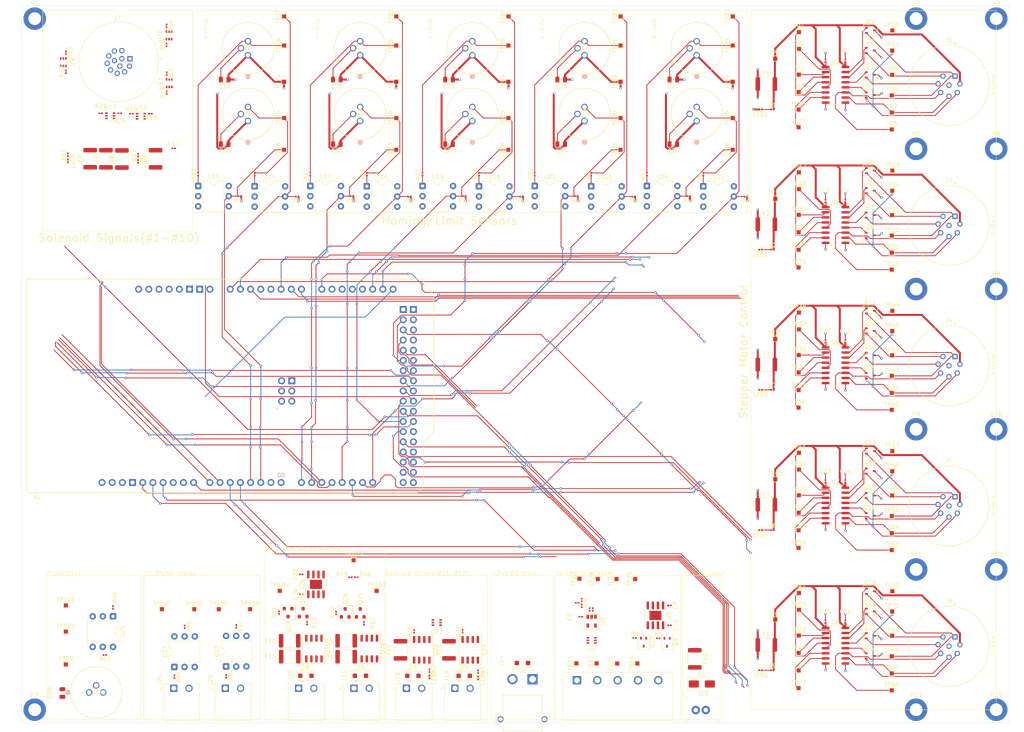
<source format=kicad_pcb>
(kicad_pcb (version 20241229) (generator "pcbnew") (generator_version "9.0")
  (layers (0 "F.Cu" signal) (4 "In1.Cu" signal) (6 "In2.Cu" signal "In2.Cu(GND)") (2 "B.Cu" signal) (13 "F.Paste" user) (15 "B.Paste" user) (5 "F.SilkS" user "F.Silkscreen") (7 "B.SilkS" user "B.Silkscreen") (1 "F.Mask" user) (3 "B.Mask" user) (25 "Edge.Cuts" user))
  (net 0 "")
  (net 1 "/mega_connector/FEED_HOLD")
  (net 2 "GND")
  (net 3 "/mega_connector/X_EN")
  (net 5 "/mega_connector/COOL_FLOOD")
  (net 6 "/mega_connector/X_DIR")
  (net 8 "/mega_connector/SPIN_PWM")
  (net 9 "/mega_connector/A_ERR")
  (net 11 "/mega_connector/C_DIR")
  (net 12 "/mega_connector/X_STEP")
  (net 13 "/homing_interface_A/LIM_MIN")
  (net 15 "/mega_connector/SPIN_EN")
  (net 16 "/mega_connector/CYCLE_START")
  (net 17 "/digital_gpo/digital_out1")
  (net 18 "/mega_connector/B_EN")
  (net 19 "/homing_interface_Y/LIM_MIN")
  (net 21 "/homing_interface_Z/LIM_MAX")
  (net 22 "/homing_interface_Y/LIM_MAX")
  (net 23 "/mega_connector/B_ERR")
  (net 24 "/mega_connector/Z_DIR")
  (net 25 "/digital_gpi/digital_input2")
  (net 26 "/mega_connector/X_ERR")
  (net 28 "/mega_connector/B_DIR")
  (net 29 "/mega_connector/OUT_2")
  (net 30 "/mega_connector/OUT_3")
  (net 31 "/mega_connector/B_STEP")
  (net 32 "/mega_connector/C_LIM_MIN")
  (net 33 "/homing_interface_X/LIM_MIN")
  (net 34 "/mega_connector/A_STEP")
  (net 35 "/mega_connector/OUT_8")
  (net 36 "/mega_connector/OUT_10")
  (net 37 "/mega_connector/OUT_7")
  (net 38 "/mega_connector/RESET")
  (net 39 "/homing_interface_Z/LIM_MIN")
  (net 41 "/mega_connector/OUT_6")
  (net 43 "/mega_connector/TX0")
  (net 44 "/mega_connector/C_STEP")
  (net 45 "/mega_connector/Z_PED")
  (net 46 "/homing_interface_B/LIM_MAX")
  (net 47 "/mega_connector/Z_EN")
  (net 48 "/mega_connector/PROBE")
  (net 49 "/digital_gpi/digital_input1")
  (net 50 "/mega_connector/+9V_GRBL")
  (net 51 "/homing_interface_X/LIM_MAX")
  (net 53 "/mega_connector/+3V3_Mega")
  (net 54 "+5V")
  (net 55 "/mega_connector/OUT_9")
  (net 57 "/mega_connector/Y_ERR")
  (net 58 "/mega_connector/Y_STEP")
  (net 59 "/mega_connector/Z_ERR")
  (net 60 "/mega_connector/OUT_4")
  (net 61 "/homing_interface_A/LIM_MAX")
  (net 62 "/mega_connector/C_EN")
  (net 63 "/mega_connector/Y_PED")
  (net 64 "/digital_gpo/digital_out2")
  (net 66 "/mega_connector/OUT_5")
  (net 68 "/mega_connector/Y_EN")
  (net 70 "/mega_connector/B_PED")
  (net 71 "/homing_interface_B/LIM_MIN")
  (net 72 "/mega_connector/A_EN")
  (net 73 "/mega_connector/COOL_MIST")
  (net 74 "/mega_connector/C_LIM_MAX")
  (net 75 "/mega_connector/OUT_1")
  (net 77 "/mega_connector/X_PED")
  (net 78 "/mega_connector/SPIN_DIR")
  (net 79 "/mega_connector/Z_STEP")
  (net 80 "/mega_connector/A_DIR")
  (net 81 "/mega_connector/RX0")
  (net 82 "/mega_connector/A_PED")
  (net 83 "/mega_connector/Y_DIR")
  (net 84 "/servo_interface_X/+5V_Servo")
  (net 85 "/servo_interface_Y/+5V_Servo")
  (net 86 "/spin_interface/SPIN_SPEED")
  (net 87 "Net-(C5-Pad1)")
  (net 88 "/spin_interface/V_SPIN")
  (net 89 "/mega_connector/+5V_Mega")
  (net 90 "/servo_interface_Z/+5V_Servo")
  (net 91 "/servo_interface_A/+5V_Servo")
  (net 92 "/servo_interface_B/+5V_Servo")
  (net 93 "/solenoid_interface/+5V_SOL")
  (net 94 "+24V")
  (net 95 "/solenoid_interface/+24V_SOL")
  (net 96 "/probe_interface/V_Proxy")
  (net 97 "Net-(U3-+)")
  (net 98 "/spin_interface/SPIN_DIR_OC")
  (net 99 "/spin_interface/SPIN_EN_OC")
  (net 100 "/homing_interface_X/LIM_MAX_IN")
  (net 101 "/homing_interface_Y/LIM_MAX_IN")
  (net 102 "/homing_interface_Z/LIM_MAX_IN")
  (net 103 "/homing_interface_A/LIM_MAX_IN")
  (net 104 "/homing_interface_B/LIM_MAX_IN")
  (net 105 "/solenoid_interface/SLND_OUT_7")
  (net 106 "/solenoid_interface/SLND_OUT_5")
  (net 107 "/solenoid_interface/SLND_OUT_2")
  (net 108 "/solenoid_interface/SLND_OUT_10")
  (net 109 "/solenoid_interface/SLND_OUT_8")
  (net 110 "/solenoid_interface/SLND_OUT_4")
  (net 111 "/solenoid_interface/SLND_OUT_9")
  (net 112 "/solenoid_interface/SLND_OUT_1")
  (net 113 "/solenoid_interface/SLND_OUT_6")
  (net 114 "/solenoid_interface/SLND_OUT_3")
  (net 115 "Net-(LED1-K)")
  (net 116 "Net-(LED2-K)")
  (net 117 "Net-(LED3-K)")
  (net 118 "Net-(LED4-K)")
  (net 119 "Net-(LED5-K)")
  (net 120 "Net-(LED6-K)")
  (net 121 "Net-(LED7-K)")
  (net 122 "Net-(Q1-G)")
  (net 123 "/servo_interface_X/EN_OUT")
  (net 124 "/servo_interface_X/AUX_OUT")
  (net 125 "Net-(Q2-G)")
  (net 126 "/servo_interface_X/DIR_OUT")
  (net 127 "Net-(Q3-G)")
  (net 128 "Net-(Q4-G)")
  (net 129 "/servo_interface_X/STEP_OUT")
  (net 130 "Net-(Q5-G)")
  (net 131 "Net-(Q6-G)")
  (net 132 "/servo_interface_Y/EN_OUT")
  (net 133 "Net-(Q7-G)")
  (net 134 "Net-(Q8-G)")
  (net 135 "/servo_interface_Y/AUX_OUT")
  (net 136 "/servo_interface_Y/DIR_OUT")
  (net 137 "Net-(Q9-G)")
  (net 138 "Net-(Q10-G)")
  (net 139 "/servo_interface_Y/STEP_OUT")
  (net 140 "Net-(Q11-G)")
  (net 141 "Net-(Q12-G)")
  (net 142 "Net-(Q13-G)")
  (net 143 "Net-(Q14-G)")
  (net 144 "/servo_interface_Z/EN_OUT")
  (net 145 "Net-(Q15-G)")
  (net 146 "/servo_interface_Z/AUX_OUT")
  (net 147 "Net-(Q16-G)")
  (net 148 "Net-(Q17-G)")
  (net 149 "/servo_interface_Z/DIR_OUT")
  (net 150 "/servo_interface_Z/STEP_OUT")
  (net 151 "Net-(Q18-G)")
  (net 152 "Net-(Q19-G)")
  (net 153 "Net-(Q20-G)")
  (net 154 "/servo_interface_A/EN_OUT")
  (net 155 "Net-(Q21-G)")
  (net 156 "/servo_interface_A/AUX_OUT")
  (net 157 "Net-(Q22-G)")
  (net 158 "/servo_interface_A/DIR_OUT")
  (net 159 "/servo_interface_A/STEP_OUT")
  (net 160 "/servo_interface_B/EN_OUT")
  (net 161 "/servo_interface_B/AUX_OUT")
  (net 162 "/servo_interface_B/DIR_OUT")
  (net 163 "/servo_interface_B/STEP_OUT")
  (net 164 "/servo_interface_X/AUX_IN")
  (net 165 "/servo_interface_X/PED_IN")
  (net 166 "/servo_interface_X/ALARM_IN")
  (net 167 "/servo_interface_Y/AUX_IN")
  (net 168 "/servo_interface_Y/PED_IN")
  (net 169 "/servo_interface_Y/ALARM_IN")
  (net 170 "/servo_interface_Z/AUX_IN")
  (net 171 "/servo_interface_Z/PED_IN")
  (net 172 "/servo_interface_Z/ALARM_IN")
  (net 173 "/servo_interface_A/AUX_IN")
  (net 174 "/servo_interface_A/PED_IN")
  (net 175 "/servo_interface_A/ALARM_IN")
  (net 176 "/servo_interface_B/AUX_IN")
  (net 177 "/servo_interface_B/PED_IN")
  (net 178 "/servo_interface_B/ALARM_IN")
  (net 179 "/homing_interface_X/LIM_MIN_IN")
  (net 180 "/homing_interface_Y/LIM_MIN_IN")
  (net 181 "/homing_interface_Z/LIM_MIN_IN")
  (net 182 "/homing_interface_A/LIM_MIN_IN")
  (net 183 "/homing_interface_B/LIM_MIN_IN")
  (net 186 "/local_solenoid_drivers/solenoid11_P")
  (net 187 "/local_solenoid_drivers/solenoid11_N")
  (net 188 "Net-(LED9-K)")
  (net 189 "Net-(LED8-K)")
  (net 190 "/local_solenoid_drivers/SLND_OUT_11")
  (net 191 "/local_solenoid_drivers/SLND_OUT_12")
  (net 192 "/local_solenoid_drivers/SLND_11")
  (net 193 "/local_solenoid_drivers/SLND_12")
  (net 194 "/probe_interface/PROBE_IN")
  (net 195 "/local_solenoid_drivers/solenoid12_N")
  (net 196 "/local_solenoid_drivers/solenoid12_P")
  (net 197 "Net-(D5-A)")
  (net 198 "Net-(D5-K)")
  (net 199 "Net-(D6-A)")
  (net 200 "Net-(D6-K)")
  (net 201 "/digital_gpo/+5V_DIV")
  (net 202 "/digital_gpi/24V_digital_input1")
  (net 203 "/digital_gpi/24V_digital_input2")
  (net 204 "/digital_gpo/driver_input_A")
  (net 205 "/digital_gpo/driver_input_B")
  (net 206 "/digital_gpo/vgate_A")
  (net 207 "/digital_gpo/vgate_B")
  (net 226 "Net-(C20-Pad2)")
  (net 227 "Net-(C22-Pad2)")
  (net 228 "Net-(C24-Pad2)")
  (net 229 "Net-(C26-Pad2)")
  (net 230 "Net-(C28-Pad2)")
  (net 231 "Net-(F10-Pad1)")
  (net 232 "Net-(C18-Pad2)")
  (net 233 "Net-(Q25-E)")
  (net 234 "Net-(Q27-E)")
  (net 235 "Net-(R22-Pad1)")
  (net 236 "Net-(R23-Pad1)")
  (net 237 "Net-(R26-Pad1)")
  (net 238 "Net-(R27-Pad1)")
  (net 239 "Net-(R30-Pad1)")
  (net 240 "Net-(R31-Pad1)")
  (net 241 "Net-(R34-Pad1)")
  (net 242 "Net-(R35-Pad1)")
  (net 243 "Net-(R42-Pad1)")
  (net 244 "Net-(R43-Pad1)")
  (net 245 "Net-(R46-Pad1)")
  (net 246 "Net-(R54-Pad1)")
  (net 247 "Net-(R55-Pad1)")
  (footprint "TestPoint:TestPoint_Pad_1.0x1.0mm" (layer "F.Cu") (at 224.835 114.98425)
    (property "Reference" "TP35")
    (property "Value" "TestPoint")
  )
  (footprint "TestPoint:TestPoint_Pad_1.0x1.0mm" (layer "F.Cu") (at 214.23986 34.437661 90)
    (property "Reference" "TP97")
    (property "Value" "TestPoint")
  )
  (footprint "TestPoint:TestPoint_Pad_1.0x1.0mm" (layer "F.Cu") (at 253.935 132.65925)
    (property "Reference" "TP40")
    (property "Value" "TestPoint")
  )
  (footprint "TestPoint:TestPoint_Pad_1.0x1.0mm" (layer "F.Cu") (at 253.935 89.15925)
    (property "Reference" "TP22")
    (property "Value" "TestPoint")
  )
  (footprint "TestPoint:TestPoint_Pad_1.0x1.0mm" (layer "F.Cu") (at 230.76 38.35925)
    (property "Reference" "TP4")
    (property "Value" "TestPoint")
  )
  (footprint "Fuse:Fuse_1812_4532Metric" (layer "F.Cu") (at 204.75 194.8 -90)
    (property "Reference" "F10")
    (property "Value" "SMD1812P200TF/30")
  )
  (footprint "MountingHole:MountingHole_3.2mm_M3_DIN965_Pad" (layer "F.Cu") (at 260 207.5)
    (property "Reference" "H13")
    (property "Value" "MountingHole_Pad")
  )
  (footprint "Resistor_SMD:R_0201_0603Metric" (layer "F.Cu") (at 138.525 197.775 -90)
    (property "Reference" "R40")
    (property "Value" "1k2")
  )
  (footprint "Resistor_SMD:R_0201_0603Metric" (layer "F.Cu") (at 150.675 198.025 -90)
    (property "Reference" "R41")
    (property "Value" "1k2")
  )
  (footprint "MountingHole:MountingHole_3.2mm_M3_DIN965_Pad" (layer "F.Cu") (at 280 207.5)
    (property "Reference" "H14")
    (property "Value" "MountingHole_Pad")
  )
  (footprint "PCM_Package_TO_SOT_SMD_AKL:SOT-323_SC-70" (layer "F.Cu") (at 248.535 89.08425)
    (property "Reference" "Q8")
    (property "Value" "2SK3018" (hide yes))
  )
  (footprint "PCM_Package_SO_AKL:SO-8_3.9x4.9mm_P1.27mm" (layer "F.Cu") (at 148.7075 192.55 -90)
    (property "Reference" "Q24")
    (property "Value" "AO4486" (hide yes))
  )
  (footprint "Fuse:Fuse_1812_4532Metric" (layer "F.Cu") (at 70.155 69.9875 90)
    (property "Reference" "F9")
    (property "Value" "SMD1812P050TF")
  )
  (footprint "Resistor_SMD:R_0201_0603Metric" (layer "F.Cu") (at 65.8 69.075 90)
    (property "Reference" "R11")
    (property "Value" "2k")
  )
  (footprint "MountingHole:MountingHole_3.2mm_M3_DIN965_Pad" (layer "F.Cu") (at 260 67.5)
    (property "Reference" "H5")
    (property "Value" "MountingHole_Pad")
  )
  (footprint "Resistor_SMD:R_0201_0603Metric" (layer "F.Cu") (at 115.2125 183.3375 90)
    (property "Reference" "R50")
    (property "Value" "10k")
  )
  (footprint "footprints:CONN3_T4040014031-000_TEC" (layer "F.Cu") (at 149.230434 60.554261 90)
    (property "Reference" "J12")
    (property "Value" "T4040014031-000")
  )
  (footprint "Package_SO:SOIC-16_3.9x9.9mm_P1.27mm" (layer "F.Cu") (at 239.8832 191.51925)
    (property "Reference" "U8")
    (property "Value" "Pi_162M")
  )
  (footprint "Package_SO:SOIC-8-1EP_3.9x4.9mm_P1.27mm_EP2.29x3mm" (layer "F.Cu") (at 194.935 183.955 -90)
    (property "Reference" "U5")
    (property "Value" "ADuM1200")
  )
  (footprint "TestPoint:TestPoint_Pad_1.0x1.0mm" (layer "F.Cu") (at 185.375 195.975 90)
    (property "Reference" "TP33")
    (property "Value" "TestPoint")
  )
  (footprint "PCM_Diode_SMD_AKL:D_SOD-123F" (layer "F.Cu") (at 134.4 199.05)
    (property "Reference" "D3")
    (property "Value" "SM4007PL" (hide yes))
  )
  (footprint "TestPoint:TestPoint_Pad_1.0x1.0mm" (layer "F.Cu") (at 230.685 123.33425)
    (property "Reference" "TP37")
    (property "Value" "TestPoint")
  )
  (footprint "TestPoint:TestPoint_Pad_1.0x1.0mm" (layer "F.Cu") (at 230.685 158.33425)
    (property "Reference" "TP50")
    (property "Value" "TestPoint")
  )
  (footprint "digikey-footprints:PinHeader_1x2_P2.5mm_Drill1.1mm" (layer "F.Cu") (at 205 207.58)
    (property "Reference" "J15")
    (property "Value" "B2B-XH-A_LF__SN_")
  )
  (footprint "Resistor_SMD:R_0201_0603Metric" (layer "F.Cu") (at 87.775 199.175 -90)
    (property "Reference" "R55")
    (property "Value" "2k5")
  )
  (footprint "Capacitor_SMD:C_0201_0603Metric" (layer "F.Cu") (at 106.5375 178.6675 180)
    (property "Reference" "C29")
    (property "Value" "1u")
  )
  (footprint "Capacitor_SMD:C_0201_0603Metric" (layer "F.Cu") (at 74.675 67.3875)
    (property "Reference" "C17")
    (property "Value" "10u")
  )
  (footprint "footprints:CONN3_T4040014031-000_TEC" (layer "F.Cu") (at 205.230435 60.554261 90)
    (property "Reference" "J20")
    (property "Value" "T4040014031-000")
  )
  (footprint "PCM_Package_TO_SOT_SMD_AKL:SOT-323_SC-70" (layer "F.Cu") (at 248.535 119.03425)
    (property "Reference" "Q13")
    (property "Value" "2SK3018" (hide yes))
  )
  (footprint "PCM_Package_SO_AKL:SO-8_3.9x4.9mm_P1.27mm" (layer "F.Cu") (at 136.6075 192.55 -90)
    (property "Reference" "Q23")
    (property "Value" "AO4486" (hide yes))
  )
  (footprint "TestPoint:TestPoint_Pad_1.0x1.0mm" (layer "F.Cu") (at 158.239859 34.437661 90)
    (property "Reference" "TP87")
    (property "Value" "TestPoint")
  )
  (footprint "Resistor_SMD:R_0201_0603Metric" (layer "F.Cu") (at 105.525435 79.437661 180)
    (property "Reference" "R24")
    (property "Value" "220")
  )
  (footprint "footprints:CONN3_T4040014031-000_TEC" (layer "F.Cu") (at 93.230435 60.554261 90)
    (property "Reference" "J8")
    (property "Value" "T4040014031-000")
  )
  (footprint "Package_SO:SOIC-16_3.9x9.9mm_P1.27mm" (layer "F.Cu") (at 239.8832 121.51925)
    (property "Reference" "U6")
    (property "Value" "Pi_162M")
  )
  (footprint "Resistor_SMD:R_0201_0603Metric" (layer "F.Cu") (at 59.525 181.985 90)
    (property "Reference" "R46")
    (property "Value" "2k5")
  )
  (footprint "TestPoint:TestPoint_Pad_1.0x1.0mm" (layer "F.Cu") (at 230.66 167.10925)
    (property "Reference" "TP59")
    (property "Value" "TestPoint")
  )
  (footprint "TestPoint:TestPoint_Pad_1.0x1.0mm" (layer "F.Cu") (at 93.7675 182.4)
    (property "Reference" "TP108")
    (property "Value" "digital_input2")
  )
  (footprint "Resistor_SMD:R_0201_0603Metric" (layer "F.Cu") (at 122.905435 73.837661 90)
    (property "Reference" "R26")
    (property "Value" "2k5")
  )
  (footprint "Resistor_SMD:R_0201_0603Metric" (layer "F.Cu") (at 192.795435 73.807661 90)
    (property "Reference" "R43")
    (property "Value" "2k5")
  )
  (footprint "TestPoint:TestPoint_Pad_1.0x1.0mm" (layer "F.Cu") (at 253.935 159.15925)
    (property "Reference" "TP56")
    (property "Value" "TestPoint")
  )
  (footprint "TestPoint:TestPoint_Pad_1.0x1.0mm" (layer "F.Cu") (at 254.01 119.03425)
    (property "Reference" "TP42")
    (property "Value" "TestPoint")
  )
  (footprint "TestPoint:TestPoint_Pad_1.0x1.0mm" (layer "F.Cu") (at 230.76 73.35925)
    (property "Reference" "TP17")
    (property "Value" "TestPoint")
  )
  (footprint "TestPoint:TestPoint_Pad_1.0x1.0mm" (layer "F.Cu") (at 230.685 193.33425)
    (property "Reference" "TP63")
    (property "Value" "TestPoint")
  )
  (footprint "Package_DIP:DIP-6_W7.62mm" (layer "F.Cu") (at 136.800434 76.772661)
    (property "Reference" "U19")
    (property "Value" "4N35")
  )
  (footprint "MountingHole:MountingHole_3.2mm_M3_DIN965_Pad" (layer "F.Cu") (at 260 35)
    (property "Reference" "H2")
    (property "Value" "MountingHole_Pad")
  )
  (footprint "PCM_Package_TO_SOT_SMD_AKL:SOT-323_SC-70" (layer "F.Cu") (at 248.61 72.93425)
    (property "Reference" "Q5")
    (property "Value" "2SK3018" (hide yes))
  )
  (footprint "Package_SO:SOIC-8-1EP_3.9x4.9mm_P1.27mm_EP2.29x3mm" (layer "F.Cu") (at 110.1875 176.2175 90)
    (property "Reference" "U26")
    (property "Value" "ADuM1200")
  )
  (footprint "TestPoint:TestPoint_Pad_1.0x1.0mm" (layer "F.Cu") (at 190.425 195.95 90)
    (property "Reference" "TP34")
    (property "Value" "TestPoint")
  )
  (footprint "TestPoint:TestPoint_Pad_1.0x1.0mm" (layer "F.Cu") (at 119.5875 170.1875)
    (property "Reference" "TP102")
    (property "Value" "+5V_DIV")
  )
  (footprint "TestPoint:TestPoint_Pad_1.0x1.0mm" (layer "F.Cu") (at 254.035 42.95925)
    (property "Reference" "TP11")
    (property "Value" "TestPoint")
  )
  (footprint "TestPoint:TestPoint_Pad_1.0x1.0mm" (layer "F.Cu") (at 102.23986 34.437661 90)
    (property "Reference" "TP77")
    (property "Value" "TestPoint")
  )
  (footprint "Capacitor_SMD:C_0201_0603Metric" (layer "F.Cu") (at 178.51 182.475 -90)
    (property "Reference" "C7")
    (property "Value" "10u")
  )
  (footprint "TestPoint:TestPoint_Pad_1.0x1.0mm" (layer "F.Cu") (at 230.66 92.70925)
    (property "Reference" "TP26")
    (property "Value" "TestPoint")
  )
  (footprint "TestPoint:TestPoint_Pad_1.0x1.0mm" (layer "F.Cu") (at 230.685 53.33425)
    (property "Reference" "TP3")
    (property "Value" "TestPoint")
  )
  (footprint "Resistor_SMD:R_0201_0603Metric" (layer "F.Cu") (at 100.9875 183.2625 -90)
    (property "Reference" "R51")
    (property "Value" "10k")
  )
  (footprint "footprints:CONN3_T4040014031-000_TEC" (layer "F.Cu") (at 53.5834 203.2008)
    (property "Reference" "J22")
    (property "Value" "T4040014031-000")
  )
  (footprint "TestPoint:TestPoint_Pad_1.0x1.0mm" (layer "F.Cu") (at 47.775 181.475)
    (property "Reference" "TP100")
    (property "Value" "TestPoint")
  )
  (footprint "TestPoint:TestPoint_Pad_1.0x1.0mm" (layer "F.Cu") (at 180.25 195.925 90)
    (property "Reference" "TP32")
    (property "Value" "TestPoint")
  )
  (footprint "TestPoint:TestPoint_Pad_1.0x1.0mm" (layer "F.Cu") (at 130.23986 34.437661 90)
    (property "Reference" "TP82")
    (property "Value" "TestPoint")
  )
  (footprint "Resistor_SMD:R_0201_0603Metric" (layer "F.Cu") (at 72.945 53.475 90)
    (property "Reference" "R17")
    (property "Value" "4k7")
  )
  (footprint "Capacitor_SMD:C_0201_0603Metric" (layer "F.Cu") (at 237.3832 115.51405 90)
    (property "Reference" "C11")
    (property "Value" "0.1uF")
  )
  (footprint "MountingHole:MountingHole_3.2mm_M3_DIN965_Pad" (layer "F.Cu") (at 280 137.5)
    (property "Reference" "H10")
    (property "Value" "MountingHole_Pad")
  )
  (footprint "PCM_Package_TO_SOT_SMD_AKL:SOT-323_SC-70" (layer "F.Cu") (at 248.535 49.03425)
    (property "Reference" "Q3")
    (property "Value" "2SK3018" (hide yes))
  )
  (footprint "Resistor_SMD:R_0201_0603Metric" (layer "F.Cu") (at 61.22 58.625 180)
    (property "Reference" "R20")
    (property "Value" "4k7")
  )
  (footprint "Fuse:Fuse_1812_4532Metric" (layer "F.Cu") (at 143.4075 192.55 -90)
    (property "Reference" "F12")
    (property "Value" "SMD1812P030TF")
  )
  (footprint "PCM_Package_TO_SOT_SMD_AKL:SOT-323_SC-70" (layer "F.Cu") (at 248.56 182.93425)
    (property "Reference" "Q20")
    (property "Value" "2SK3018" (hide yes))
  )
  (footprint "PCM_Package_TO_SOT_SMD_AKL:SOT-323_SC-70" (layer "F.Cu") (at 248.56 77.93425)
    (property "Reference" "Q6")
    (property "Value" "2SK3018" (hide yes))
  )
  (footprint "PCM_Package_TO_SOT_SMD_AKL:SOT-323_SC-70" (layer "F.Cu") (at 248.535 54.08425)
    (property "Reference" "Q4")
    (property "Value" "2SK3018" (hide yes))
  )
  (footprint "Package_TO_SOT_SMD:SOT-363_SC-70-6" (layer "F.Cu") (at 140.35 185.75 180)
    (property "Reference" "U22")
    (property "Value" "NUP2202")
  )
  (footprint "TestPoint:TestPoint_Pad_1.0x1.0mm" (layer "F.Cu") (at 230.66 197.70925)
    (property "Reference" "TP73")
    (property "Value" "TestPoint")
  )
  (footprint "Diode_SMD:D_SOD-123F" (layer "F.Cu") (at 161.7275 195.85 180)
    (property "Reference" "D2")
    (property "Value" "27V")
  )
  (footprint "Resistor_SMD:R_0201_0603Metric" (layer "F.Cu") (at 47.795 43.525 -90)
    (property "Reference" "R13")
    (property "Value" "4k7")
  )
  (footprint "Package_TO_SOT_SMD:SOT-363_SC-70-6" (layer "F.Cu") (at 179.01 190.2 180)
    (property "Reference" "U4")
    (property "Value" "NUP2202")
  )
  (footprint "MountingHole:MountingHole_3.2mm_M3_DIN965_Pad" (layer "F.Cu") (at 260 137.5)
    (property "Reference" "H9")
    (property "Value" "MountingHole_Pad")
  )
  (footprint "Resistor_SMD:R_0201_0603Metric" (layer "F.Cu") (at 108.795435 73.807661 90)
    (property "Reference" "R27")
    (property "Value" "2k5")
  )
  (footprint "MountingHole:MountingHole_3.2mm_M3_DIN965_Pad" (layer "F.Cu") (at 260 172.5)
    (property "Reference" "H11")
    (property "Value" "MountingHole_Pad")
  )
  (footprint "footprints:CONN3_T4040014031-000_TEC" (layer "F.Cu") (at 177.230434 44.13766 90)
    (property "Reference" "J17")
    (property "Value" "T4040014031-000")
  )
  (footprint "Resistor_SMD:R_0201_0603Metric" (layer "F.Cu") (at 224.13 162.65925)
    (property "Reference" "R8")
    (property "Value" "2k")
  )
  (footprint "Resistor_SMD:R_0201_0603Metric" (layer "F.Cu") (at 47.795 48.275 90)
    (property "Reference" "R12")
    (property "Value" "4k7")
  )
  (footprint "Fuse:Fuse_1812_4532Metric" (layer "F.Cu") (at 103.6625 194.2625)
    (property "Reference" "F15")
    (property "Value" "SMD1812P200TF/30")
  )
  (footprint "TestPoint:TestPoint_Pad_1.0x1.0mm" (layer "F.Cu") (at 230.76 147.55925)
    (property "Reference" "TP52")
    (property "Value" "TestPoint")
  )
  (footprint "Diode_SMD:D_SMA" (layer "F.Cu") (at 206.5225 201.075)
    (property "Reference" "D1")
    (property "Value" "5.6V")
  )
  (footprint "Resistor_SMD:R_0201_0603Metric" (layer "F.Cu") (at 57.475 193.835 180)
    (property "Reference" "R47")
    (property "Value" "220")
  )
  (footprint "TestPoint:TestPoint_Pad_1.0x1.0mm" (layer "F.Cu") (at 71.7575 182.4)
    (property "Reference" "TP107")
    (property "Value" "digital_input1")
  )
  (footprint "Capacitor_SMD:C_0805_2012Metric" (layer "F.Cu") (at 87.405435 66.337661 180)
    (property "Reference" "C18")
    (property "Value" "22u")
  )
  (footprint "Resistor_SMD:R_0201_0603Metric" (layer "F.Cu") (at 91.195435 79.307661 180)
    (property "Reference" "R25")
    (property "Value" "220")
  )
  (footprint "Resistor_SMD:R_0201_0603Metric" (layer "F.Cu") (at 146.8 187.9 90)
    (property "Reference" "R39")
    (property "Value" "4k7")
  )
  (footprint "TestPoint:TestPoint_Pad_1.0x1.0mm" (layer "F.Cu") (at 253.935 54.15925)
    (property "Reference" "TP9")
    (property "Value" "TestPoint")
  )
  (footprint "Fuse:Fuse_1812_4532Metric" (layer "F.Cu") (at 222.61 121.33425)
    (property "Reference" "F3")
    (property "Value" "SMD1812P050TF")
  )
  (footprint "Package_TO_SOT_SMD:SOT-363_SC-70-6" (layer "F.Cu") (at 47.145 45.9 -90)
    (property "Reference" "U9")
    (property "Value" "NUP2202")
  )
  (footprint "TestPoint:TestPoint_Pad_1.0x1.0mm" (layer "F.Cu") (at 102.23986 41.712661 90)
    (property "Reference" "TP76")
    (property "Value" "TestPoint")
  )
  (footprint "Package_SO:SOIC-16_3.9x9.9mm_P1.27mm" (layer "F.Cu") (at 239.8832 156.51925)
    (property "Reference" "U7")
    (property "Value" "Pi_162M")
  )
  (footprint "Resistor_SMD:R_0201_0603Metric" (layer "F.Cu") (at 176.535 180.125 -90)
    (property "Reference" "R3")
    (property "Value" "15k")
  )
  (footprint "PCM_LED_SMD_AKL:LED_0201_0603Metric" (layer "F.Cu") (at 138.525 199.325 -90)
    (property "Reference" "LED8")
    (property "Value" "KT-0603R" (hide yes))
  )
  (footprint "Fuse:Fuse_1812_4532Metric" (layer "F.Cu") (at 131.3075 192.55 -90)
    (property "Reference" "F11")
    (property "Value" "SMD1812P030TF")
  )
  (footprint "Resistor_SMD:R_0201_0603Metric" (layer "F.Cu") (at 107.9875 185.9125 -90)
    (property "Reference" "R53")
    (property "Value" "100")
  )
  (footprint "footprints:CONN3_T4040014031-000_TEC" (layer "F.Cu") (at 121.230435 44.13766 90)
    (property "Reference" "J11")
    (property "Value" "T4040014031-000")
  )
  (footprint "TestPoint:TestPoint_Pad_1.0x1.0mm" (layer "F.Cu") (at 230.71 83.98425)
    (property "Reference" "TP15")
    (property "Value" "TestPoint")
  )
  (footprint "Capacitor_SMD:C_0805_2012Metric" (layer "F.Cu") (at 171.405434 50.212661 180)
    (property "Reference" "C25")
    (property "Value" "22u")
  )
  (footprint "TestPoint:TestPoint_Pad_1.0x1.0mm" (layer "F.Cu") (at 253.935 62.65925)
    (property "Reference" "TP6")
    (property "Value" "TestPoint")
  )
  (footprint "TestPoint:TestPoint_Pad_1.0x1.0mm" (layer "F.Cu") (at 214.23986 67.737661 90)
    (property "Reference" "TP98")
    (property "Value" "TestPoint")
  )
  (footprint "Resistor_SMD:R_0201_0603Metric" (layer "F.Cu") (at 206.905435 73.837661 90)
    (property "Reference" "R42")
    (property "Value" "2k5")
  )
  (footprint "TestPoint:TestPoint_Pad_1.0x1.0mm" (layer "F.Cu") (at 102.23986 59.812661 90)
    (property "Reference" "TP75")
    (property "Value" "TestPoint")
  )
  (footprint "Fuse:Fuse_1812_4532Metric" (layer "F.Cu") (at 222.61 156.33425)
    (property "Reference" "F4")
    (property "Value" "SMD1812P050TF")
  )
  (footprint "MountingHole:MountingHole_3.2mm_M3_DIN965_Pad" (layer "F.Cu") (at 40 35)
    (property "Reference" "H1")
    (property "Value" "MountingHole_Pad")
  )
  (footprint "footprints:PHOENIX_1803277" (layer "F.Cu") (at 72.1075 210.15)
    (property "Reference" "J25")
    (property "Value" "1803277")
  )
  (footprint "MountingHole:MountingHole_3.2mm_M3_DIN965_Pad" (layer "F.Cu") (at 280 102.5)
    (property "Reference" "H8")
    (property "Value" "MountingHole_Pad")
  )
  (footprint "Package_DIP:DIP-6_W7.62mm" (layer "F.Cu") (at 178.885434 76.857661)
    (property "Reference" "U20")
    (property "Value" "4N35")
  )
  (footprint "Capacitor_SMD:C_0201_0603Metric" (layer "F.Cu") (at 242.3332 150.51405 -90)
    (property "Reference" "C14")
    (property "Value" "0.1uF")
  )
  (footprint "TestPoint:TestPoint_Pad_1.0x1.0mm" (layer "F.Cu") (at 158.239859 41.712661 90)
    (property "Reference" "TP86")
    (property "Value" "TestPoint")
  )
  (footprint "Capacitor_SMD:C_0201_0603Metric" (layer "F.Cu") (at 242.3332 115.51405 -90)
    (property "Reference" "C12")
    (property "Value" "0.1uF")
  )
  (footprint "Fuse:Fuse_1812_4532Metric" (layer "F.Cu") (at 222.61 191.33425)
    (property "Reference" "F5")
    (property "Value" "SMD1812P050TF")
  )
  (footprint "footprints:TE_T4140012121-000" (layer "F.Cu") (at 60.975 45.775)
    (property "Reference" "J7")
    (property "Value" "T4140012121-000")
  )
  (footprint "TestPoint:TestPoint_Pad_1.0x1.0mm" (layer "F.Cu") (at 230.66 97.10925)
    (property "Reference" "TP25")
    (property "Value" "TestPoint")
  )
  (footprint "TestPoint:TestPoint_Pad_1.0x1.0mm" (layer "F.Cu") (at 186.239859 50.762661 90)
    (property "Reference" "TP89")
    (property "Value" "TestPoint")
  )
  (footprint "TestPoint:TestPoint_Pad_1.0x1.0mm" (layer "F.Cu") (at 230.66 57.70925)
    (property "Reference" "TP13")
    (property "Value" "TestPoint")
  )
  (footprint "footprints:AMASS_XT30PW-M" (layer "F.Cu") (at 161.75 209.88825 180)
    (property "Reference" "J14")
    (property "Value" "XT30PW-M")
  )
  (footprint "Resistor_SMD:R_0201_0603Metric" (layer "F.Cu") (at 122.1875 185.9375 -90)
    (property "Reference" "R52")
    (property "Value" "100")
  )
  (footprint "TestPoint:TestPoint_Pad_1.0x1.0mm" (layer "F.Cu") (at 230.685 88.33425)
    (property "Reference" "TP16")
    (property "Value" "TestPoint")
  )
  (footprint "Fuse:Fuse_1812_4532Metric" (layer "F.Cu") (at 222.61 51.33425)
    (property "Reference" "F1")
    (property "Value" "SMD1812P050TF")
  )
  (footprint "TestPoint:TestPoint_Pad_1.0x1.0mm" (layer "F.Cu") (at 230.66 62.10925)
    (property "Reference" "TP12")
    (property "Value" "TestPoint")
  )
  (footprint "Package_DIP:DIP-6_W7.62mm" (layer "F.Cu") (at 59.54 184.205 -90)
    (property "Reference" "U25")
    (property "Value" "4N35")
  )
  (footprint "Resistor_SMD:R_0201_0603Metric" (layer "F.Cu") (at 90.3 186.675 -90)
    (property "Reference" "R57")
    (property "Value" "220")
  )
  (footprint "Resistor_SMD:R_0201_0603Metric" (layer "F.Cu") (at 176.535 181.57 -90)
    (property "Reference" "R4")
    (property "Value" "15k")
  )
  (footprint "footprints:TE_T4140012081-000" (layer "F.Cu") (at 268.21 86.64675)
    (property "Reference" "J2")
    (property "Value" "T4140012081-000")
  )
  (footprint "Package_DIP:DIP-6_W7.62mm" (layer "F.Cu") (at 150.885434 76.857661)
    (property "Reference" "U18")
    (property "Value" "4N35")
  )
  (footprint "Resistor_SMD:R_0201_0603Metric" (layer "F.Cu") (at 150.905434 73.837661 90)
    (property "Reference" "R30")
    (property "Value" "2k5")
  )
  (footprint "Resistor_SMD:R_0201_0603Metric" (layer "F.Cu") (at 77.425 186.825 -90)
    (property "Reference" "R56")
    (property "Value" "220")
  )
  (footprint "Capacitor_SMD:C_0201_0603Metric" (layer "F.Cu") (at 242.3332 185.51405 -90)
    (property "Reference" "C16")
    (property "Value" "0.1uF")
  )
  (footprint "PCM_Package_TO_SOT_SMD_AKL:SOT-323_SC-70" (layer "F.Cu") (at 191.985 190.65 -90)
    (property "Reference" "Q10")
    (property "Value" "2SK3018" (hide yes))
  )
  (footprint "Resistor_SMD:R_0201_0603Metric" (layer "F.Cu") (at 48.275 68.95 90)
    (property "Reference" "R10")
    (property "Value" "2k")
  )
  (footprint "PCM_Diode_SMD_AKL:D_SOD-123F" (layer "F.Cu") (at 147.2 199.05)
    (property "Reference" "D4")
    (property "Value" "SM4007PL" (hide yes))
  )
  (footprint "TestPoint:TestPoint_Pad_1.0x1.0mm" (layer "F.Cu") (at 254.06 142.93425)
    (property "Reference" "TP57")
    (property "Value" "TestPoint")
  )
  (footprint "TestPoint:TestPoint_Pad_1.0x1.0mm" (layer "F.Cu") (at 186.239859 67.737661 90)
    (property "Reference" "TP93")
    (property "Value" "TestPoint")
  )
  (footprint "footprints:TE_T4140012081-000" (layer "F.Cu") (at 268.21 51.64675)
    (property "Reference" "J1")
    (property "Value" "T4140012081-000")
  )
  (footprint "Package_DIP:DIP-6_W7.62mm" (layer "F.Cu") (at 122.885435 76.857661)
    (property "Reference" "U16")
    (property "Value" "4N35")
  )
  (footprint "TestPoint:TestPoint_Pad_1.0x1.0mm" (layer "F.Cu") (at 230.76 178.35925)
    (property "Reference" "TP64")
    (property "Value" "TestPoint")
  )
  (footprint "Capacitor_SMD:C_0201_0603Metric" (layer "F.Cu") (at 242.3332 45.51405 -90)
    (property "Reference" "C2")
    (property "Value" "0.1uF")
  )
  (footprint "PCM_Package_TO_SOT_SMD_AKL:SOT-323_SC-70" (layer "F.Cu") (at 248.535 189.03425)
    (property "Reference" "Q21")
    (property "Value" "2SK3018" (hide yes))
  )
  (footprint "Capacitor_SMD:C_0201_0603Metric" (layer "F.Cu") (at 106.5375 173.7175)
    (property "Reference" "C30")
    (property "Value" "1u")
  )
  (footprint "Resistor_SMD:R_0201_0603Metric" (layer "F.Cu") (at 195.615 189.675)
    (property "Reference" "R5")
    (property "Value" "1k")
  )
  (footprint "Resistor_SMD:R_0201_0603Metric" (layer "F.Cu") (at 189.525434 79.437661 180)
    (property "Reference" "R36")
    (property "Value" "220")
  )
  (footprint "Package_DIP:DIP-6_W7.62mm" (layer "F.Cu") (at 164.800434 76.772661)
    (property "Reference" "U21")
    (property "Value" "4N35")
  )
  (footprint "Fuse:Fuse_1812_4532Metric" (layer "F.Cu") (at 53.83 69.9625 90)
    (property "Reference" "F6")
    (property "Value" "SMD1812P110TF/33")
  )
  (footprint "TestPoint:TestPoint_Pad_1.0x1.0mm" (layer "F.Cu") (at 130.23986 67.737661 90)
    (property "Reference" "TP83")
    (property "Value" "TestPoint")
  )
  (footprint "PCM_Package_TO_SOT_SMD_AKL:SOT-23-5" (layer "F.Cu") (at 179.01 185.4 -90)
    (property "Reference" "U3")
    (property "Value" "MCP6241RT-I-OT" (hide yes))
  )
  (footprint "TestPoint:TestPoint_Pad_1.0x1.0mm" (layer "F.Cu") (at 254.01 84.03425)
    (property "Reference" "TP21")
    (property "Value" "TestPoint")
  )
  (footprint "TestPoint:TestPoint_Pad_1.0x1.0mm" (layer "F.Cu") (at 253.935 202.65925)
    (property "Reference" "TP66")
    (property "Value" "TestPoint")
  )
  (footprint "Fuse:Fuse_1812_4532Metric" (layer "F.Cu") (at 57.78 69.9875 90)
    (property "Reference" "F7")
    (property "Value" "SMD1812P110TF/33")
  )
  (footprint "TestPoint:TestPoint_Pad_1.0x1.0mm" (layer "F.Cu") (at 253.935 198.43425)
    (property "Reference" "TP67")
    (property "Value" "TestPoint")
  )
  (footprint "TestPoint:TestPoint_Pad_1.0x1.0mm" (layer "F.Cu") (at 254.01 49.03425)
    (property "Reference" "TP8")
    (property "Value" "TestPoint")
  )
  (footprint "Capacitor_SMD:C_0201_0603Metric" (layer "F.Cu") (at 242.3332 80.51405 -90)
    (property "Reference" "C4")
    (property "Value" "0.1uF")
  )
  (footprint "TestPoint:TestPoint_Pad_1.0x1.0mm" (layer "F.Cu") (at 158.239859 59.812661 90)
    (property "Reference" "TP85")
    (property "Value" "TestPoint")
  )
  (footprint "Resistor_SMD:R_0201_0603Metric" (layer "F.Cu") (at 175.195434 79.307661 180)
    (property "Reference" "R37")
    (property "Value" "220")
  )
  (footprint "Capacitor_SMD:C_0201_0603Metric" (layer "F.Cu") (at 198.435 186.45 180)
    (property "Reference" "C10")
    (property "Value" "1u")
  )
  (footprint "MountingHole:MountingHole_3.2mm_M3_DIN965_Pad" (layer "F.Cu") (at 260 102.5)
    (property "Reference" "H7")
    (property "Value" "MountingHole_Pad")
  )
  (footprint "Package_DIP:DIP-6_W7.62mm" (layer "F.Cu") (at 192.800435 76.772661)
    (property "Reference" "U24")
    (property "Value" "4N35")
  )
  (footprint "TestPoint:TestPoint_Pad_1.0x1.0mm" (layer "F.Cu") (at 79.825 182.4)
    (property "Reference" "TP105")
    (property "Value" "+5V_DIV")
  )
  (footprint "PCM_Package_TO_SOT_SMD_AKL:SOT-323_SC-70" (layer "F.Cu") (at 248.61 37.93425)
    (property "Reference" "Q1")
    (property "Value" "2SK3018" (hide yes))
  )
  (footprint "TestPoint:TestPoint_Pad_1.0x1.0mm" (layer "F.Cu") (at 186.239859 34.437661 90)
    (property "Reference" "TP92")
    (property "Value" "TestPoint")
  )
  (footprint "Fuse:Fuse_1812_4532Metric" (layer "F.Cu") (at 117.7375 194.2625)
    (property "Reference" "F16")
    (property "Value" "SMD1812P200TF/30")
  )
  (footprint "Resistor_SMD:R_0201_0603Metric" (layer "F.Cu") (at 224.13 197.65925)
    (property "Reference" "R9")
    (property "Value" "2k")
  )
  (footprint "TestPoint:TestPoint_Pad_1.0x1.0mm" (layer "F.Cu") (at 102.23986 50.762661 90)
    (property "Reference" "TP74")
    (property "Value" "TestPoint")
  )
  (footprint "TestPoint:TestPoint_Pad_1.0x1.0mm" (layer "F.Cu") (at 158.239859 67.737661 90)
    (property "Reference" "TP88")
    (property "Value" "TestPoint")
  )
  (footprint "MountingHole:MountingHole_3.2mm_M3_DIN965_Pad" (layer "F.Cu") (at 280 172.5)
    (property "Reference" "H12")
    (property "Value" "MountingHole_Pad")
  )
  (footprint "TestPoint:TestPoint_Pad_1.0x1.0mm" (layer "F.Cu") (at 230.66 162.70925)
    (property "Reference" "TP60")
    (property "Value" "TestPoint")
  )
  (footprint "Resistor_SMD:R_0201_0603Metric" (layer "F.Cu") (at 164.795434 73.807661 90)
    (property "Reference" "R35")
    (property "Value" "2k5")
  )
  (footprint "Capacitor_SMD:C_0805_2012Metric" (layer "F.Cu") (at 87.405435 50.212661 180)
    (property "Reference" "C19")
    (property "Value" "22u")
  )
  (footprint "TestPoint:TestPoint_Pad_1.0x1.0mm" (layer "F.Cu") (at 254.035 77.95925)
    (property "Reference" "TP24")
    (property "Value" "TestPoint")
  )
  (footprint "Capacitor_SMD:C_0805_2012Metric" (layer "F.Cu") (at 143.405434 50.212661 180)
    (property "Reference" "C23")
    (property "Value" "22u")
  )
  (footprint "Package_DIP:DIP-6_W7.62mm" (layer "F.Cu") (at 87.76 196.705 90)
    (property "Reference" "U28")
    (property "Value" "4N35")
  )
  (footprint "PCM_Package_TO_SOT_SMD_AKL:SOT-323_SC-70" (layer "F.Cu") (at 248.535 154.03425)
    (property "Reference" "Q17")
    (property "Value" "2SK3018" (hide yes))
  )
  (footprint "PCM_Diode_SMD_AKL:D_SOD-123F" (layer "F.Cu") (at 121.305 199.025)
    (property "Reference" "D5")
    (property "Value" "SM4007PL" (hide yes))
  )
  (footprint "PCM_Package_TO_SOT_SMD_AKL:SOT-23" (layer "F.Cu") (at 103.2375 183.2625 -90)
    (property "Reference" "Q28")
    (property "Value" "MMBT3906" (hide yes))
  )
  (footprint "TestPoint:TestPoint_Pad_1.0x1.0mm" (layer "F.Cu") (at 254.06 37.93425)
    (property "Reference" "TP10")
    (property "Value" "TestPoint")
  )
  (footprint "footprints:TE_T4140012081-000" (layer "F.Cu") (at 268.21 121.64675)
    (property "Reference" "J4")
    (property "Value" "T4140012081-000")
  )
  (footprint "TestPoint:TestPoint_Pad_1.0x1.0mm" (layer "F.Cu") (at 102.23986 67.737661 90)
    (property "Reference" "TP78")
    (property "Value" "TestPoint")
  )
  (footprint "TestPoint:TestPoint_Pad_1.0x1.0mm" (layer "F.Cu") (at 253.935 128.43425)
    (property "Reference" "TP41")
    (property "Value" "TestPoint")
  )
  (footprint "TestPoint:TestPoint_Pad_1.0x1.0mm" (layer "F.Cu") (at 253.935 163.43425)
    (property "Reference" "TP54")
    (property "Value" "TestPoint")
  )
  (footprint "PCM_Package_TO_SOT_SMD_AKL:SOT-323_SC-70" (layer "F.Cu") (at 248.61 142.93425)
    (property "Reference" "Q15")
    (property "Value" "2SK3018" (hide yes))
  )
  (footprint "TestPoint:TestPoint_Pad_1.0x1.0mm" (layer "F.Cu") (at 230.76 143.35925)
    (property "Reference" "TP51")
    (property "Value" "TestPoint")
  )
  (footprint "Fuse:Fuse_1812_4532Metric" (layer "F.Cu") (at 117.7375 190.2875)
    (property "Reference" "F14")
    (property "Value" "SMD1812P200TF/30")
  )
  (footprint "Capacitor_SMD:C_0805_2012Metric" (layer "F.Cu") (at 171.405434 66.337661 180)
    (property "Reference" "C24")
    (property "Value" "22u")
  )
  (footprint "TestPoint:TestPoint_Pad_1.0x1.0mm" (layer "F.Cu") (at 130.23986 50.762661 90)
    (property "Reference" "TP79")
    (property "Value" "TestPoint")
  )
  (footprint "TestPoint:TestPoint_Pad_1.0x1.0mm" (layer "F.Cu") (at 130.23986 41.712661 90)
    (property "Reference" "TP81")
    (property "Value" "TestPoint")
  )
  (footprint "PCM_Package_TO_SOT_SMD_AKL:SOT-323_SC-70" (layer "F.Cu") (at 248.535 194.08425)
    (property "Reference" "Q22")
    (property "Value" "2SK3018" (hide yes))
  )
  (footprint "TestPoint:TestPoint_Pad_1.0x1.0mm" (layer "F.Cu") (at 224.835 149.98425)
    (property "Reference" "TP48")
    (property "Value" "TestPoint")
  )
  (footprint "TestPoint:TestPoint_Pad_1.0x1.0mm" (layer "F.Cu") (at 224.835 184.98425)
    (property "Reference" "TP61")
    (property "Value" "TestPoint")
  )
  (footprint "TestPoint:TestPoint_Pad_1.0x1.0mm" (layer "F.Cu") (at 230.76 108.35925)
    (property "Reference" "TP38")
    (property "Value" "TestPoint")
  )
  (footprint "Capacitor_SMD:C_0201_0603Metric" (layer "F.Cu") (at 237.3832 150.51405 90)
    (property "Reference" "C13")
    (property "Value" "0.1uF")
  )
  (footprint "footprints:TE_T4140012081-000" (layer "F.Cu") (at 268.21 191.64675)
    (property "Reference" "J6")
    (property "Value" "T4140012081-000")
  )
  (footprint "PCM_LED_SMD_AKL:LED_0201_0603Metric" (layer "F.Cu") (at 48.275 70.525 -90)
    (property "Reference" "LED6")
    (property "Value" "KT-0603R" (hide yes))
  )
  (footprint "TestPoint:TestPoint_Pad_1.0x1.0mm" (layer "F.Cu") (at 253.935 58.43425)
    (property "Reference" "TP7")
    (property "Value" "TestPoint")
  )
  (footprint "Package_TO_SOT_SMD:SOT-363_SC-70-6" (layer "F.Cu") (at 73.57 51.1 90)
    (property "Reference" "U11")
    (property "Value" "NUP2202")
  )
  (footprint "TestPoint:TestPoint_Pad_1.0x1.0mm" (layer "F.Cu") (at 101.1625 177.8375)
    (property "Reference" "TP104")
    (property "Value" "vgate_B")
  )
  (footprint "Resistor_SMD:R_0201_0603Metric" (layer "F.Cu") (at 72.895 36.8 -90)
    (property "Reference" "R14")
    (property "Value" "4k7")
  )
  (footprint "footprints:PHOENIX_1803277" (layer "F.Cu") (at 130.1825 210.15)
    (property "Reference" "J18")
    (property "Value" "1803277")
  )
  (footprint "PCM_Package_TO_SOT_SMD_AKL:SOT-323_SC-70" (layer "F.Cu") (at 248.56 42.93425)
    (property "Reference" "Q2")
    (property "Value" "2SK3018" (hide yes))
  )
  (footprint "TestPoint:TestPoint_Pad_1.0x1.0mm" (layer "F.Cu") (at 254.06 177.93425)
    (property "Reference" "TP70")
    (property "Value" "TestPoint")
  )
  (footprint "Resistor_SMD:R_0201_0603Metric" (layer "F.Cu") (at 134.7 187.95 90)
    (property "Reference" "R38")
    (property "Value" "4k7")
  )
  (footprint "PCM_Package_TO_SOT_SMD_AKL:SOT-323_SC-70" (layer "F.Cu") (at 248.535 124.08425)
    (property "Reference" "Q14")
    (property "Value" "2SK3018" (hide yes))
  )
  (footprint "PCM_LED_SMD_AKL:LED_0201_0603Metric" (layer "F.Cu") (at 221.155 197.65925 180)
    (property "Reference" "LED5")
    (property "Value" "KT-0603R" (hide yes))
  )
  (footprint "TestPoint:TestPoint_Pad_1.0x1.0mm" (layer "F.Cu") (at 224.835 79.98425)
    (property "Reference" "TP14")
    (property "Value" "TestPoint")
  )
  (footprint "TestPoint:TestPoint_Pad_1.0x1.0mm" (layer "F.Cu") (at 186.239859 59.812661 90)
    (property "Reference" "TP90")
    (property "Value" "TestPoint")
  )
  (footprint "TestPoint:TestPoint_Pad_1.0x1.0mm" (layer "F.Cu") (at 254.035 182.95925)
    (property "Reference" "TP71")
    (property "Value" "TestPoint")
  )
  (footprint "TestPoint:TestPoint_Pad_1.0x1.0mm" (layer "F.Cu") (at 253.935 93.43425)
    (property "Reference" "TP20")
    (property "Value" "TestPoint")
  )
  (footprint "Package_TO_SOT_SMD:SOT-363_SC-70-6" (layer "F.Cu") (at 66.52 59.375)
    (property "Reference" "U12")
    (property "Value" "NUP2202")
  )
  (footprint "Capacitor_SMD:C_0805_2012Metric" (layer "F.Cu") (at 115.405435 66.337661 180)
    (property "Reference" "C20")
    (property "Value" "22u")
  )
  (footprint "TestPoint:TestPoint_Pad_1.0x1.0mm" (layer "F.Cu") (at 230.71 153.98425)
    (property "Reference" "TP49")
    (property "Value" "TestPoint")
  )
  (footprint "TestPoint:TestPoint_Pad_1.0x1.0mm" (layer "F.Cu") (at 180.55 174.89 90)
    (property "Reference" "TP28")
    (property "Value" "TestPoint")
  )
  (footprint "footprints:TE_T4140012081-000" (layer "F.Cu") (at 268.21 156.64675)
    (property "Reference" "J5")
    (property "Value" "T4140012081-000")
  )
  (footprint "Capacitor_SMD:C_0201_0603Metric" (layer "F.Cu") (at 237.3832 80.51405 90)
    (property "Reference" "C3")
    (property "Value" "0.1uF")
  )
  (footprint "Capacitor_SMD:C_0201_0603Metric" (layer "F.Cu") (at 198.435 181.475 180)
    (property "Reference" "C9")
    (property "Value" "1u")
  )
  (footprint "Capacitor_SMD:C_0805_2012Metric" (layer "F.Cu") (at 115.405435 50.212661 180)
    (property "Reference" "C21")
    (property "Value" "22u")
  )
  (footprint "TestPoint:TestPoint_Pad_1.0x1.0mm" (layer "F.Cu") (at 230.66 132.10925)
    (property "Reference" "TP46")
    (property "Value" "TestPoint")
  )
  (footprint "TestPoint:TestPoint_Pad_1.0x1.0mm" (layer "F.Cu") (at 230.71 48.98425)
    (property "Reference" "TP2")
    (property "Value" "TestPoint")
  )
  (footprint "footprints:CONN3_T4040014031-000_TEC" (layer "F.Cu") (at 121.230435 60.554261 90)
    (property "Reference" "J10")
    (property "Value" "T4040014031-000")
  )
  (footprint "Resistor_SMD:R_0201_0603Metric" (layer "F.Cu") (at 120.2625 174.4375 180)
    (property "Reference" "R48")
    (property "Value" "3k9")
  )
  (footprint "TestPoint:TestPoint_Pad_1.0x1.0mm" (layer "F.Cu") (at 253.935 124.15925)
    (property "Reference" "TP43")
    (property "Value" "TestPoint")
  )
  (footprint "Capacitor_SMD:C_0201_0603Metric" (layer "F.Cu") (at 175.39 180.82 180)
    (property "Reference" "C5")
    (property "Value" "100n")
  )
  (footprint "Capacitor_SMD:C_0201_0603Metric" (layer "F.Cu") (at 237.3832 45.51405 90)
    (property "Reference" "C1")
    (property "Value" "0.1uF")
  )
  (footprint "footprints:CONN3_T4040014031-000_TEC" (layer "F.Cu") (at 93.230435 44.13766 90)
    (property "Reference" "J9")
    (property "Value" "T4040014031-000")
  )
  (footprint "Resistor_SMD:R_0201_0603Metric" (layer "F.Cu") (at 72.895 41.55 90)
    (property "Reference" "R15")
    (property "Value" "4k7")
  )
  (footprint "Resistor_SMD:R_0201_0603Metric" (layer "F.Cu") (at 178.905434 73.837661 90)
    (property "Reference" "R34")
    (property "Value" "2k5")
  )
  (footprint "Capacitor_SMD:C_0805_2012Metric" (layer "F.Cu") (at 143.405434 66.337661 180)
    (property "Reference" "C22")
    (property "Value" "22u")
  )
  (footprint "TestPoint:TestPoint_Pad_1.0x1.0mm" (layer "F.Cu") (at 230.76 182.55925)
    (property "Reference" "TP65")
    (property "Value" "TestPoint")
  )
  (footprint "Resistor_SMD:R_0201_0603Metric" (layer "F.Cu") (at 224.13 57.65925)
    (property "Reference" "R1")
    (property "Value" "2k")
  )
  (footprint "Package_DIP:DIP-6_W7.62mm" (layer "F.Cu") (at 108.800435 76.772661)
    (property "Reference" "U17")
    (property "Value" "4N35")
  )
  (footprint "Resistor_SMD:R_0201_0603Metric" (layer "F.Cu") (at 189.735 189.6)
    (property "Reference" "R6")
    (property "Value" "1k")
  )
  (footprint "footprints:CONN3_T4040014031-000_TEC" (layer "F.Cu") (at 149.230434 44.13766 90)
    (property "Reference" "J13")
    (property "Value" "T4040014031-000")
  )
  (footprint "TestPoint:TestPoint_Pad_1.0x1.0mm" (layer "F.Cu") (at 214.23986 59.812661 90)
    (property "Reference" "TP95")
    (property "Value" "TestPoint")
  )
  (footprint "TestPoint:TestPoint_Pad_1.0x1.0mm" (layer "F.Cu") (at 230.66 202.10925)
    (property "Reference" "TP72")
    (property "Value" "TestPoint")
  )
  (footprint "Capacitor_SMD:C_0805_2012Metric" (layer "F.Cu") (at 199.405435 66.337661 180)
    (property "Reference" "C26")
    (property "Value" "22u")
  )
  (footprint "Package_TO_SOT_SMD:SOT-363_SC-70-6" (layer "F.Cu") (at 58.845 59.25)
    (property "Reference" "U13")
    (property "Value" "NUP2202")
  )
  (footprint "PCM_Package_TO_SOT_SMD_AKL:SOT-323_SC-70" (layer "F.Cu") (at 248.61 177.93425)
    (property "Reference" "Q19")
    (property "Value" "2SK3018" (hide yes))
  )
  (footprint "MountingHole:MountingHole_3.2mm_M3_DIN965_Pad" (layer "F.Cu") (at 280 67.5)
    (property "Reference" "H6")
    (property "Value" "MountingHole_Pad")
  )
  (footprint "TestPoint:TestPoint_Pad_1.0x1.0mm" (layer "F.Cu") (at 230.76 77.55925)
    (property "Reference" "TP18")
    (property "Value" "TestPoint")
  )
  (footprint "TestPoint:TestPoint_Pad_1.0x1.0mm" (layer "F.Cu") (at 47.775 196.2)
    (property "Reference" "TP99")
    (property "Value" "TestPoint")
  )
  (footprint "TestPoint:TestPoint_Pad_1.0x1.0mm" (layer "F.Cu") (at 185.225 174.89 90)
    (property "Reference" "TP29")
    (property "Value" "TestPoint")
  )
  (footprint "TestPoint:TestPoint_Pad_1.0x1.0mm" (layer "F.Cu") (at 253.935 167.65925)
    (property "Reference" "TP53")
    (property "Value" "TestPoint")
  )
  (footprint "Resistor_SMD:R_0201_0603Metric" (layer "F.Cu") (at 64.145 58.725)
    (property "Reference" "R19")
    (property "Value" "4k7")
  )
  (footprint "TestPoint:TestPoint_Pad_1.0x1.0mm" (layer "F.Cu") (at 224.835 44.98425)
    (property "Reference" "TP1")
    (property "Value" "TestPoint")
  )
  (footprint "Package_DIP:DIP-6_W7.62mm" (layer "F.Cu") (at 94.885435 76.857661)
    (property "Reference" "U14")
    (property "Value" "4N35")
  )
  (footprint "Package_DIP:DIP-6_W7.62mm" (layer "F.Cu") (at 206.885435 76.857661)
    (property "Reference" "U23")
    (property "Value" "4N35")
  )
  (footprint "Resistor_SMD:R_0201_0603Metric" (layer "F.Cu") (at 133.525435 79.437661 180)
    (property "Reference" "R28")
    (property "Value" "220")
  )
  (footprint "footprints:PHOENIX_1803277" (layer "F.Cu") (at 84.9825 210.15)
    (property "Reference" "J26")
    (property "Value" "1803277")
  )
  (footprint "TestPoint:TestPoint_Pad_1.0x1.0mm" (layer "F.Cu") (at 254.035 112.95925)
    (property "Reference" "TP45")
    (property "Value" "TestPoint")
  )
  (footprint "TestPoint:TestPoint_Pad_1.0x1.0mm" (layer "F.Cu") (at 253.935 194.15925)
    (property "Reference" "TP69")
    (property "Value" "TestPoint")
  )
  (footprint "TestPoint:TestPoint_Pad_1.0x1.0mm" (layer "F.Cu") (at 254.01 189.03425)
    (property "Reference" "TP68")
    (property "Value" "TestPoint")
  )
  (footprint "Resistor_SMD:R_0201_0603Metric" (layer "F.Cu") (at 80.795435 73.807661 90)
    (property "Reference" "R23")
    (property "Value" "2k5")
  )
  (footprint "PCM_Package_SO_AKL:SO-8_3.9x4.9mm_P1.27mm" (layer "F.Cu") (at 109.685 192.2375 -90)
    (property "Reference" "Q30")
    (property "Value" "AO4486" (hide yes))
  )
  (footprint "TestPoint:TestPoint_Pad_1.0x1.0mm" (layer "F.Cu") (at 158.239859 50.762661 90)
    (property "Reference" "TP84")
    (property "Value" "TestPoint")
  )
  (footprint "TestPoint:TestPoint_Pad_1.0x1.0mm" (layer "F.Cu") (at 230.76 42.55925)
    (property "Reference" "TP5")
    (property "Value" "TestPoint")
  )
  (footprint "Resistor_SMD:R_0201_0603Metric" (layer "F.Cu") (at 72.945 48.725 -90)
    (property "Reference" "R16")
    (property "Value" "4k7")
  )
  (footprint "PCM_LED_SMD_AKL:LED_0201_0603Metric" (layer "F.Cu") (at 221.155 162.65925 180)
    (property "Reference" "LED4")
    (property "Value" "KT-0603R" (hide yes))
  )
  (footprint "Fuse:Fuse_1812_4532Metric" (layer "F.Cu") (at 103.6375 190.2875)
    (property "Reference" "F13")
    (property "Value" "SMD1812P200TF/30")
  )
  (footprint "TestPoint:TestPoint_Pad_1.0x1.0mm" (layer "F.Cu") (at 214.23986 41.712661 90)
    (property "Reference" "TP96")
    (property "Value" "TestPoint")
  )
  (footprint "PCM_LED_SMD_AKL:LED_0201_0603Metric" (layer "F.Cu") (at 65.8 70.625 -90)
    (property "Reference" "LED7")
    (property "Value" "KT-0603R" (hide yes))
  )
  (footprint "TestPoint:TestPoint_Pad_1.0x1.0mm" (layer "F.Cu") (at 175.95 174.815 90)
    (property "Reference" "TP27")
    (property "Value" "TestPoint")
  )
  (footprint "Resistor_SMD:R_0201_0603Metric" (layer "F.Cu") (at 203.195435 79.307661 180)
    (property "Reference" "R45")
    (property "Value" "220")
  )
  (footprint "TestPoint:TestPoint_Pad_1.0x1.0mm" (layer "F.Cu") (at 125.3475 177.8375)
    (property "Reference" "TP103")
    (property "Value" "vgate_A")
  )
  (footprint "footprints:PHOENIX_1757271" (layer "F.Cu") (at 171.8 210.15)
    (property "Reference" "J3")
    (property "Value" "1757271")
  )
  (footprint "TestPoint:TestPoint_Pad_1.0x1.0mm" (layer "F.Cu") (at 189.875 174.89 90)
    (property "Reference" "TP30")
    (property "Value" "TestPoint")
  )
  (footprint "TestPoint:TestPoint_Pad_1.0x1.0mm" (layer "F.Cu") (at 253.935 97.65925)
    (property "Reference" "TP19")
    (property "Value" "TestPoint")
  )
  (footprint "Resistor_SMD:R_0201_0603Metric" (layer "F.Cu") (at 119.195435 79.307661 180)
    (property "Reference" "R29")
    (property "Value" "220")
  )
  (footprint "Resistor_SMD:R_0201_0603Metric" (layer "F.Cu") (at 224.13 127.65925)
    (property "Reference" "R7")
    (property "Value" "2k")
  )
  (footprint "PCM_LED_SMD_AKL:LED_0201_0603Metric" (layer "F.Cu") (at 150.675 199.575 -90)
    (property "Reference" "LED9")
    (property "Value" "KT-0603R" (hide yes))
  )
  (footprint "Capacitor_SMD:C_0805_2012Metric" (layer "F.Cu") (at 199.405435 50.212661 180)
    (property "Reference" "C27")
    (property "Value" "22u")
  )
  (footprint "TestPoint:TestPoint_Pad_1.0x1.0mm" (layer "F.Cu") (at 254.06 72.93425)
    (property "Reference" "TP23")
    (property "Value" "TestPoint")
  )
  (footprint "Resistor_SMD:R_0201_0603Metric" (layer "F.Cu") (at 56.47 58.625)
    (property "Reference" "R21")
    (property "Value" "4k7")
  )
  (footprint "Resistor_SMD:R_0201_0603Metric" (layer "F.Cu") (at 94.905435 73.837661 90)
    (property "Reference" "R22")
    (property "Value" "2k5")
  )
  (footprint "TestPoint:TestPoint_Pad_1.0x1.0mm" (layer "F.Cu") (at 214.23986 50.762661 90)
    (property "Reference" "TP94")
    (property "Value" "TestPoint")
  )
  (footprint "Resistor_SMD:R_0201_0603Metric" (layer "F.Cu") (at 147.195434 79.307661 180)
    (property "Reference" "R33")
    (property "Value" "220")
  )
  (footprint "footprints:PHOENIX_1803277" (layer "F.Cu") (at 142.2825 210.15)
    (property "Reference" "J19")
    (property "Value" "1803277")
  )
  (footprint "TestPoint:TestPoint_Pad_1.0x1.0mm" (layer "F.Cu") (at 254.035 147.95925)
    (property "Reference" "TP58")
    (property "Value" "TestPoint")
  )
  (footprint "Package_SO:SOIC-16_3.9x9.9mm_P1.27mm" (layer "F.Cu") (at 239.8832 86.51925)
    (property "Reference" "U2")
    (property "Value" "Pi_162M")
  )
  (footprint "Resistor_SMD:R_0201_0603Metric" (layer "F.Cu") (at 217.525435 79.437661 180)
    (property "Reference" "R44")
    (property "Value" "220")
  )
  (footprint "Capacitor_SMD:C_0201_0603Metric" (layer "F.Cu") (at 237.3832 185.51405 90)
    (property "Reference" "C15")
    (property "Value" "0.1uF")
  )
  (footprint "TestPoint:TestPoint_Pad_1.0x1.0mm" (layer "F.Cu") (at 230.71 118.98425)
    (property "Reference" "TP36")
    (property "Value" "TestPoint")
  )
  (footprint "Resistor_SMD:R_0201_0603Metric" (layer "F.Cu") (at 68.895 58.725 180)
    (property "Reference" "R18")
    (property "Value" "4k7")
  )
  (footprint "PCM_Package_SO_AKL:SO-8_3.9x4.9mm_P1.27mm" (layer "F.Cu") (at 123.5125 192.2375 -90)
    (property "Reference" "Q29")
    (property "Value" "AO4486" (hide yes))
  )
  (footprint "PCM_Package_TO_SOT_SMD_AKL:SOT-23" (layer "F.Cu") (at 121.2575 183.3375 90)
    (property "Reference" "Q25")
    (property "Value" "MMBT3904" (hide yes))
  )
  (footprint "Resistor_SMD:R_0201_0603Metric" (layer "F.Cu") (at 136.795434 73.807661 90)
    (property "Reference" "R31")
    (property "Value" "2k5")
  )
  (footprint "PCM_Package_TO_SOT_SMD_AKL:SOT-323_SC-70" (layer "F.Cu") (at 248.535 159.08425)
    (property "Reference" "Q18")
    (property "Value" "2SK3018" (hide yes))
  )
  (footprint "footprints:PHOENIX_1803277" (layer "F.Cu") (at 117.0875 210.15)
    (property "Reference" "J23")
    (property "Value" "1803277")
  )
  (footprint "footprints:CONN3_T4040014031-000_TEC" (layer "F.Cu") (at 177.230434 60.554261 90)
    (property "Reference" "J16")
    (property "Value" "T4040014031-000")
  )
  (footprint "Package_DIP:DIP-6_W7.62mm" (layer "F.Cu") (at 80.800435 76.772661)
    (property "Reference" "U15")
    (property "Value" "4N35")
  )
  (footprint "PCM_Package_TO_SOT_SMD_AKL:SOT-23" (layer "F.Cu") (at 106.9875 183.2625 90)
    (property "Reference" "Q27")
    (property "Value" "MMBT3904" (hide yes))
  )
  (footprint "TestPoint:TestPoint_Pad_1.0x1.0mm" (layer "F.Cu") (at 130.23986 59.812661 90)
    (property "Reference" "TP80")
    (property "Value" "TestPoint")
  )
  (footprint "Fuse:Fuse_1812_4532Metric" (layer "F.Cu") (at 222.61 86.33425)
    (property "Reference" "F2")
    (property "Value" "SMD1812P050TF")
  )
  (footprint "TestPoint:TestPoint_Pad_1.0x1.0mm" (layer "F.Cu") (at 175.2 195.925 90)
    (property "Reference" "TP31")
    (property "Value" "TestPoint")
  )
  (footprint "footprints:CONN3_T4040014031-000_TEC" (layer "F.Cu") (at 205.230435 44.13766 90)
    (property "Reference" "J21")
    (property "Value" "T4040014031-000")
  )
  (footprint "TestPoint:TestPoint_Pad_1.0x1.0mm" (layer "F.Cu") (at 230.76 112.55925)
    (property "Reference" "TP39")
    (property "Value" "TestPoint")
  )
  (footprint "TestPoint:TestPoint_Pad_1.0x1.0mm" (layer "F.Cu") (at 47.775 188.01)
    (property "Reference" "TP101")
    (property "Value" "TestPoint")
  )
  (footprint "TestPoint:TestPoint_Pad_1.0x1.0mm" (layer "F.Cu") (at 230.66 127.70925)
    (property "Reference" "TP47")
    (property "Value" "TestPoint")
  )
  (footprint "Capacitor_SMD:C_0201_0603Metric" (layer "F.Cu") (at 176.285 184.3 180)
    (property "Reference" "C6")
    (property "Value" "100n")
  )
  (footprint "Resistor_SMD:R_0201_0603Metric" (layer "F.Cu") (at 224.13 92.65925)
    (property "Reference" "R2")
    (property "Value" "2k")
  )
  (footprint "Resistor_SMD:R_0201_0603Metric" (layer "F.Cu") (at 74.875 199.25 -90)
    (property "Reference" "R54")
    (property "Value" "2k5")
  )
  (footprint "PCM_LED_SMD_AKL:LED_0201_0603Metric" (layer "F.Cu") (at 221.155 127.65925 180)
    (property "Reference" "LED3")
    (property "Value" "KT-0603R" (hide yes))
  )
  (footprint "Package_TO_SOT_SMD:SOT-363_SC-70-6" (layer "F.Cu") (at 73.52 39.175 90)
    (property "Reference" "U10")
    (property "Value" "NUP2202")
  )
  (footprint "PCM_Package_TO_SOT_SMD_AKL:SOT-323_SC-70" (layer "F.Cu") (at 248.56 112.93425)
    (property "Reference" "Q12")
    (property "Value" "2SK3018" (hide yes))
  )
  (footprint "PCM_Package_TO_SOT_SMD_AKL:SOT-323_SC-70" (layer "F.Cu") (at 248.535 84.03425)
    (property "Reference" "Q7")
    (property "Value" "2SK3018" (hide yes))
  )
  (footprint "Fuse:Fuse_1812_4532Metric" (layer "F.Cu") (at 61.755 70.0375 90)
    (property "Reference" "F8")
    (property "Value" "SMD1812P110TF/33")
  )
  (footprint "PCM_Package_TO_SOT_SMD_AKL:SOT-23" (layer "F.Cu") (at 117.4875 183.3375 90)
    (property "Reference" "Q26")
    (property "Value" "MMBT3906" (hide yes))
  )
  (footprint "Capacitor_SMD:C_0201_0603Metric" (layer "F.Cu") (at 179.285 182.475 -90)
    (property "Reference" "C8")
    (property "Value" "100n")
  )
  (footprint "MountingHole:MountingHole_3.2mm_M3_DIN965_Pad" (layer "F.Cu") (at 280 35)
    (property "Reference" "H3")
    (property "Value" "MountingHole_Pad")
  )
  (footprint "Capacitor_SMD:C_0805_2012Metric" (layer "F.Cu") (at 46.908399 203.3258 90)
    (property "Reference" "C28")
    (property "Value" "22u")
  )
  (footprint "PCM_Package_TO_SOT_SMD_AKL:SOT-323_SC-70" (layer "F.Cu") (at 197.84 190.6775 -90)
    (property "Reference" "Q9")
    (property "Value" "2SK3018" (hide yes))
  )
  (footprint "Resistor_SMD:R_0201_0603Metric" (layer "F.Cu") (at 161.525434 79.437661 180)
    (property "Reference" "R32")
    (property "Value" "220")
  )
  (footprint "TestPoint:TestPoint_Pad_1.0x1.0mm" (layer "F.Cu") (at 230.71 188.98425)
    (property "Reference" "TP62")
    (property "Value" "TestPoint")
  )
  (footprint "footprints:PHOENIX_1803277" (layer "F.Cu") (at 103.26 210.15)
    (property "Reference" "J24")
    (property "Value" "1803277")
  )
  (footprint "TestPoint:TestPoint_Pad_1.0x1.0mm" (layer "F.Cu") (at 85.95 182.4)
    (property "Reference" "TP106")
    (property "Value" "vgate_A")
  )
  (footprint "MountingHole:MountingHole_3.2mm_M3_DIN965_Pad" (layer "F.Cu") (at 40 207.5)
    (property "Reference" "H4")
    (property "Value" "MountingHole_Pad")
  )
  (footprint "Package_SO:SOIC-16_3.9x9.9mm_P1.27mm" (layer "F.Cu") (at 239.8832 51.51925)
    (property "Reference" "U1")
    (property "Value" "Pi_162M")
  )
  (footprint "PCM_Diode_SMD_AKL:D_SOD-123F" (layer "F.Cu") (at 107.6775 199.025)
    (property "Reference" "D6")
    (property "Value" "SM4007PL" (hide yes))
  )
  (footprint "PCM_Package_TO_SOT_SMD_AKL:SOT-323_SC-70" (layer "F.Cu") (at 248.56 147.93425)
    (property "Reference" "Q16")
    (property "Value" "2SK3018" (hide yes))
  )
  (footprint "Package_DIP:DIP-6_W7.62mm" (layer "F.Cu") (at 74.86 196.83 90)
    (property "Reference" "U27")
    (property "Value" "4N35")
  )
  (footprint "PCM_Package_TO_SOT_SMD_AKL:SOT-323_SC-70" (layer "F.Cu") (at 248.61 107.93425)
    (property "Reference" "Q11")
    (property "Value" "2SK3018" (hide yes))
  )
  (footprint "PCM_LED_SMD_AKL:LED_0201_0603Metric" (layer "F.Cu") (at 221.155 57.65925 180)
    (property "Reference" "LED1")
    (property "Value" "KT-0603R" (hide yes))
  )
  (footprint "TestPoint:TestPoint_Pad_1.0x1.0mm" (layer "F.Cu") (at 254.01 154.03425)
    (property "Reference" "TP55")
    (property "Value" "TestPoint")
  )
  (footprint "TestPoint:TestPoint_Pad_1.0x1.0mm" (layer "F.Cu") (at 254.06 107.93425)
    (property "Reference" "TP44")
    (property "Value" "TestPoint")
  )
  (footprint "TestPoint:TestPoint_Pad_1.0x1.0mm" (layer "F.Cu") (at 186.239859 41.712661 90)
    (property "Reference" "TP91")
    (property "Value" "TestPoint")
  )
  (footprint "PCM_LED_SMD_AKL:LED_0201_0603Metric" (layer "F.Cu") (at 221.155 92.65925 180)
    (property "Reference" "LED2")
    (property "Value" "KT-0603R" (hide yes))
  )
  (footprint "Resistor_SMD:R_0201_0603Metric" (layer "F.Cu") (at 118.8075 174.4375 180)
    (property "Reference" "R49")
    (property "Value" "1k")
  )
  (footprint "PCM_arduino-library:Arduino_Mega2560_R3_Shield" (layer "B.Cu") (at 38 100)
    (property "Reference" "A1")
    (property "Value" "Arduino_Mega2560_R3_Shield")
  )
  (gr_rect (start 42 33) (end 79.489535 88) (stroke (width 0.1)) (fill no) (layer "F.SilkS"))
  (gr_rect (start 170 174) (end 201.25 210) (stroke (width 0.1)) (fill no) (layer "F.SilkS"))
  (gr_rect (start 154 174) (end 169.5 210) (stroke (width 0.1)) (fill no) (layer "F.SilkS"))
  (gr_rect (start 218.75 33) (end 280 207.5) (stroke (width 0.1)) (fill no) (layer "F.SilkS"))
  (gr_rect (start 67.25 174) (end 96.25 210) (stroke (width 0.1)) (fill no) (layer "F.SilkS"))
  (gr_rect (start 43 174) (end 66.5 210) (stroke (width 0.1)) (fill no) (layer "F.SilkS"))
  (gr_rect (start 79.489535 33) (end 218 83.5) (stroke (width 0.1)) (fill no) (layer "F.SilkS"))
  (gr_rect (start 127.5 174) (end 153 210) (stroke (width 0.1)) (fill no) (layer "F.SilkS"))
  (gr_rect (start 201.75 174) (end 211.5 210) (stroke (width 0.1)) (fill no) (layer "F.SilkS"))
  (gr_rect (start 97.5 167.75) (end 127.5 210) (stroke (width 0.1)) (fill no) (layer "F.SilkS"))
  (gr_rect (start 36.75 31.75) (end 283.25 210.75) (stroke (width 0.05)) (fill no) (layer "Edge.Cuts"))
  (gr_text "+24V DC Input" (at 154 174 0) (layer "F.SilkS") (effects (font (size 1 1) (thickness 0.1)) (justify left bottom)))
  (gr_text "+5V DC Input" (at 201.75 174 0) (layer "F.SilkS") (effects (font (size 1 1) (thickness 0.1)) (justify left bottom)))
  (gr_text "DC Digital Outputs(Sink)" (at 97.5 167.75 0) (layer "F.SilkS") (effects (font (size 1 1) (thickness 0.1)) (justify left bottom)))
  (gr_text "X-Axis" (at 83.2 40.2 90) (layer "F.SilkS") (effects (font (size 1 1) (thickness 0.1)) (justify left bottom)))
  (gr_text "X-Axis" (at 279.8 159.2 90) (layer "F.SilkS") (effects (font (size 1 1) (thickness 0.1)) (justify left bottom)))
  (gr_text "A-Axis" (at 167.199999 40.2 90) (layer "F.SilkS") (effects (font (size 1 1) (thickness 0.1)) (justify left bottom)))
  (gr_text "Spindle Interface" (at 170 174 0) (layer "F.SilkS") (effects (font (size 1 1) (thickness 0.1)) (justify left bottom)))
  (gr_text "Probe(24V)" (at 43 174 0) (layer "F.SilkS") (effects (font (size 1 1) (thickness 0.1)) (justify left bottom)))
  (gr_text "Y-Axis" (at 111.2 40.2 90) (layer "F.SilkS") (effects (font (size 1 1) (thickness 0.1)) (justify left bottom)))
  (gr_text "Z-Axis" (at 139.199999 40.2 90) (layer "F.SilkS") (effects (font (size 1 1) (thickness 0.1)) (justify left bottom)))
  (gr_text "Solenoid Drivers(#11, #12)" (at 127.5 174 0) (layer "F.SilkS") (effects (font (size 1 1) (thickness 0.1)) (justify left bottom)))
  (gr_text "B-Axis" (at 195.2 40.2 90) (layer "F.SilkS") (effects (font (size 1 1) (thickness 0.1)) (justify left bottom)))
  (gr_text "X-Axis" (at 279.8 194.2 90) (layer "F.SilkS") (effects (font (size 1 1) (thickness 0.1)) (justify left bottom)))
  (gr_text "Solenoid Signals(#1-#10)" (at 40.8 90.9 0) (layer "F.SilkS") (effects (font (size 2 2) (thickness 0.2)) (justify left bottom)))
  (gr_text "DC Digital Inputs" (at 67.25 174 0) (layer "F.SilkS") (effects (font (size 1 1) (thickness 0.1)) (justify left bottom)))
  (gr_text "X-Axis" (at 279.8 124.2 90) (layer "F.SilkS") (effects (font (size 1 1) (thickness 0.1)) (justify left bottom)))
  (gr_text "X-Axis" (at 279.8 54.2 90) (layer "F.SilkS") (effects (font (size 1 1) (thickness 0.1)) (justify left bottom)))
  (gr_text "Homing/Limit Sensors" (at 126.5 86.6 0) (layer "F.SilkS") (effects (font (size 2 2) (thickness 0.2)) (justify left bottom)))
  (gr_text "Stepper Motor Control" (at 218.1 135 90) (layer "F.SilkS") (effects (font (size 2 2) (thickness 0.2)) (justify left bottom)))
  (gr_text "X-Axis" (at 279.8 89.2 90) (layer "F.SilkS") (effects (font (size 1 1) (thickness 0.1)) (justify left bottom)))
  (segment (start 198.455435 50.212661) (end 198.455435 47.412661) (width 0.2) (layer "F.Cu") (net 0))
  (segment (start 170.455434 47.412661) (end 175.480435 42.38766) (width 0.2) (layer "F.Cu") (net 0))
  (segment (start 142.455434 47.412661) (end 147.480435 42.38766) (width 0.2) (layer "F.Cu") (net 0))
  (segment (start 142.455434 50.212661) (end 142.455434 47.412661) (width 0.2) (layer "F.Cu") (net 0))
  (segment (start 86.455435 50.212661) (end 86.455435 47.412661) (width 0.2) (layer "F.Cu") (net 0))
  (segment (start 170.455434 50.212661) (end 170.455434 47.412661) (width 0.2) (layer "F.Cu") (net 0))
  (segment (start 198.455435 47.412661) (end 203.480436 42.38766) (width 0.2) (layer "F.Cu") (net 0))
  (segment (start 114.455435 50.212661) (end 114.455435 47.412661) (width 0.2) (layer "F.Cu") (net 0))
  (segment (start 114.455435 47.412661) (end 119.480436 42.38766) (width 0.2) (layer "F.Cu") (net 0))
  (segment (start 86.455435 47.412661) (end 91.480436 42.38766) (width 0.2) (layer "F.Cu") (net 0))
  (segment (start 251.1 39.42425) (end 249.61 37.93425) (width 0.2) (layer "F.Cu") (net 2))
  (segment (start 251.1 144.42425) (end 249.61 142.93425) (width 0.2) (layer "F.Cu") (net 2))
  (segment (start 251.1 74.45) (end 251.1 74.42425) (width 0.2) (layer "F.Cu") (net 2))
  (segment (start 251.02425 184.37425) (end 251 184.37425) (width 0.2) (layer "F.Cu") (net 2))
  (segment (start 251.35 74.7) (end 251.1 74.45) (width 0.2) (layer "F.Cu") (net 2))
  (segment (start 237.3832 115.19405) (end 237.3832 113.6332) (width 0.2) (layer "F.Cu") (net 2))
  (segment (start 242.3582 57.7582) (end 242.4 57.8) (width 0.2) (layer "F.Cu") (net 2))
  (segment (start 250.91575 194.08425) (end 251.4 193.6) (width 0.2) (layer "F.Cu") (net 2))
  (segment (start 251.1 109.42425) (end 249.61 107.93425) (width 0.2) (layer "F.Cu") (net 2))
  (segment (start 237.3832 185.19405) (end 237.3832 183.6332) (width 0.2) (layer "F.Cu") (net 2))
  (segment (start 237.4082 55.96425) (end 237.4082 57.5918) (width 0.2) (layer "F.Cu") (net 2))
  (segment (start 249.535 89.08425) (end 250.91575 89.08425) (width 0.2) (layer "F.Cu") (net 2))
  (segment (start 251.35 149.7) (end 251.02425 149.37425) (width 0.2) (layer "F.Cu") (net 2))
  (segment (start 251 184.37425) (end 249.56 182.93425) (width 0.2) (layer "F.Cu") (net 2))
  (segment (start 250.53425 119.03425) (end 251.35 119.85) (width 0.2) (layer "F.Cu") (net 2))
  (segment (start 251.1 179.45) (end 251.1 179.42425) (width 0.2) (layer "F.Cu") (net 2))
  (segment (start 242.3332 80.19405) (end 242.3332 78.6332) (width 0.2) (layer "F.Cu") (net 2))
  (segment (start 242.3582 90.96425) (end 242.3582 92.7582) (width 0.2) (layer "F.Cu") (net 2))
  (segment (start 237.3832 43.6332) (end 237.35 43.6) (width 0.2) (layer "F.Cu") (net 2))
  (segment (start 249.535 189.03425) (end 250.53425 189.03425) (width 0.2) (layer "F.Cu") (net 2))
  (segment (start 250.91575 124.08425) (end 251.4 123.6) (width 0.2) (layer "F.Cu") (net 2))
  (segment (start 237.4082 127.5918) (end 237.4 127.6) (width 0.2) (layer "F.Cu") (net 2))
  (segment (start 251 44.37425) (end 249.56 42.93425) (width 0.2) (layer "F.Cu") (net 2))
  (segment (start 251.1 109.45) (end 251.1 109.42425) (width 0.2) (layer "F.Cu") (net 2))
  (segment (start 237.4082 195.96425) (end 237.4082 197.5918) (width 0.2) (layer "F.Cu") (net 2))
  (segment (start 251.02425 149.37425) (end 251 149.37425) (width 0.2) (layer "F.Cu") (net 2))
  (segment (start 242.3332 185.19405) (end 242.3332 183.6332) (width 0.2) (layer "F.Cu") (net 2))
  (segment (start 250.91575 54.08425) (end 251.4 53.6) (width 0.2) (layer "F.Cu") (net 2))
  (segment (start 250.53425 84.03425) (end 251.35 84.85) (width 0.2) (layer "F.Cu") (net 2))
  (segment (start 251.02425 114.37425) (end 251 114.37425) (width 0.2) (layer "F.Cu") (net 2))
  (segment (start 242.3582 92.7582) (end 242.4 92.8) (width 0.2) (layer "F.Cu") (net 2))
  (segment (start 242.3332 43.6332) (end 242.3 43.6) (width 0.2) (layer "F.Cu") (net 2))
  (segment (start 237.4082 160.96425) (end 237.4082 162.5918) (width 0.2) (layer "F.Cu") (net 2))
  (segment (start 242.3582 197.7582) (end 242.4 197.8) (width 0.2) (layer "F.Cu") (net 2))
  (segment (start 237.4082 125.96425) (end 237.4082 127.5918) (width 0.2) (layer "F.Cu") (net 2))
  (segment (start 237.3832 148.6332) (end 237.35 148.6) (width 0.2) (layer "F.Cu") (net 2))
  (segment (start 242.3332 148.6332) (end 242.3 148.6) (width 0.2) (layer "F.Cu") (net 2))
  (segment (start 237.4082 57.5918) (end 237.4 57.6) (width 0.2) (layer "F.Cu") (net 2))
  (segment (start 237.3832 150.19405) (end 237.3832 148.6332) (width 0.2) (layer "F.Cu") (net 2))
  (segment (start 250.53425 189.03425) (end 251.35 189.85) (width 0.2) (layer "F.Cu") (net 2))
  (segment (start 251.1 39.45) (end 251.1 39.42425) (width 0.2) (layer "F.Cu") (net 2))
  (segment (start 237.3832 113.6332) (end 237.35 113.6) (width 0.2) (layer "F.Cu") (net 2))
  (segment (start 250.53425 154.03425) (end 251.35 154.85) (width 0.2) (layer "F.Cu") (net 2))
  (segment (start 251.35 39.7) (end 251.1 39.45) (width 0.2) (layer "F.Cu") (net 2))
  (segment (start 251.02425 79.37425) (end 251 79.37425) (width 0.2) (layer "F.Cu") (net 2))
  (segment (start 242.3332 115.19405) (end 242.3332 113.6332) (width 0.2) (layer "F.Cu") (net 2))
  (segment (start 249.535 159.08425) (end 250.91575 159.08425) (width 0.2) (layer "F.Cu") (net 2))
  (segment (start 242.3332 150.19405) (end 242.3332 148.6332) (width 0.2) (layer "F.Cu") (net 2))
  (segment (start 251.35 79.7) (end 251.02425 79.37425) (width 0.2) (layer "F.Cu") (net 2))
  (segment (start 242.3582 127.7582) (end 242.4 127.8) (width 0.2) (layer "F.Cu") (net 2))
  (segment (start 251.1 74.42425) (end 249.61 72.93425) (width 0.2) (layer "F.Cu") (net 2))
  (segment (start 249.535 154.03425) (end 250.53425 154.03425) (width 0.2) (layer "F.Cu") (net 2))
  (segment (start 237.4082 90.96425) (end 237.4082 92.5918) (width 0.2) (layer "F.Cu") (net 2))
  (segment (start 242.3332 183.6332) (end 242.3 183.6) (width 0.2) (layer "F.Cu") (net 2))
  (segment (start 251.1 179.42425) (end 249.61 177.93425) (width 0.2) (layer "F.Cu") (net 2))
  (segment (start 237.3832 183.6332) (end 237.35 183.6) (width 0.2) (layer "F.Cu") (net 2))
  (segment (start 251.1 144.45) (end 251.1 144.42425) (width 0.2) (layer "F.Cu") (net 2))
  (segment (start 242.3582 125.96425) (end 242.3582 127.7582) (width 0.2) (layer "F.Cu") (net 2))
  (segment (start 242.3582 195.96425) (end 242.3582 197.7582) (width 0.2) (layer "F.Cu") (net 2))
  (segment (start 237.3832 78.6332) (end 237.35 78.6) (width 0.2) (layer "F.Cu") (net 2))
  (segment (start 237.4082 92.5918) (end 237.4 92.6) (width 0.2) (layer "F.Cu") (net 2))
  (segment (start 249.535 119.03425) (end 250.53425 119.03425) (width 0.2) (layer "F.Cu") (net 2))
  (segment (start 249.535 54.08425) (end 250.91575 54.08425) (width 0.2) (layer "F.Cu") (net 2))
  (segment (start 251 114.37425) (end 249.56 112.93425) (width 0.2) (layer "F.Cu") (net 2))
  (segment (start 251.02425 44.37425) (end 251 44.37425) (width 0.2) (layer "F.Cu") (net 2))
  (segment (start 237.4082 162.5918) (end 237.4 162.6) (width 0.2) (layer "F.Cu") (net 2))
  (segment (start 249.535 84.03425) (end 250.53425 84.03425) (width 0.2) (layer "F.Cu") (net 2))
  (segment (start 250.91575 89.08425) (end 251.4 88.6) (width 0.2) (layer "F.Cu") (net 2))
  (segment (start 249.535 49.03425) (end 250.53425 49.03425) (width 0.2) (layer "F.Cu") (net 2))
  (segment (start 251.35 114.7) (end 251.02425 114.37425) (width 0.2) (layer "F.Cu") (net 2))
  (segment (start 251.35 179.7) (end 251.1 179.45) (width 0.2) (layer "F.Cu") (net 2))
  (segment (start 242.3582 162.7582) (end 242.4 162.8) (width 0.2) (layer "F.Cu") (net 2))
  (segment (start 251 149.37425) (end 249.56 147.93425) (width 0.2) (layer "F.Cu") (net 2))
  (segment (start 237.3832 45.19405) (end 237.3832 43.6332) (width 0.2) (layer "F.Cu") (net 2))
  (segment (start 237.3832 80.19405) (end 237.3832 78.6332) (width 0.2) (layer "F.Cu") (net 2))
  (segment (start 242.3332 113.6332) (end 242.3 113.6) (width 0.2) (layer "F.Cu") (net 2))
  (segment (start 249.535 124.08425) (end 250.91575 124.08425) (width 0.2) (layer "F.Cu") (net 2))
  (segment (start 251.35 184.7) (end 251.02425 184.37425) (width 0.2) (layer "F.Cu") (net 2))
  (segment (start 251.35 44.7) (end 251.02425 44.37425) (width 0.2) (layer "F.Cu") (net 2))
  (segment (start 250.91575 159.08425) (end 251.4 158.6) (width 0.2) (layer "F.Cu") (net 2))
  (segment (start 242.3332 45.19405) (end 242.3332 43.6332) (width 0.2) (layer "F.Cu") (net 2))
  (segment (start 249.535 194.08425) (end 250.91575 194.08425) (width 0.2) (layer "F.Cu") (net 2))
  (segment (start 251.35 109.7) (end 251.1 109.45) (width 0.2) (layer "F.Cu") (net 2))
  (segment (start 251 79.37425) (end 249.56 77.93425) (width 0.2) (layer "F.Cu") (net 2))
  (segment (start 242.3582 55.96425) (end 242.3582 57.7582) (width 0.2) (layer "F.Cu") (net 2))
  (segment (start 242.3582 160.96425) (end 242.3582 162.7582) (width 0.2) (layer "F.Cu") (net 2))
  (segment (start 251.35 144.7) (end 251.1 144.45) (width 0.2) (layer "F.Cu") (net 2))
  (segment (start 242.3332 78.6332) (end 242.3 78.6) (width 0.2) (layer "F.Cu") (net 2))
  (segment (start 250.53425 49.03425) (end 251.35 49.85) (width 0.2) (layer "F.Cu") (net 2))
  (segment (start 237.4082 197.5918) (end 237.4 197.6) (width 0.2) (layer "F.Cu") (net 2))
  (via (at 242.4 197.8) (size 0.6) (drill 0.3) (layers "F.Cu" "B.Cu") (net 2))
  (via (at 251.35 49.85) (size 0.6) (drill 0.3) (layers "F.Cu" "B.Cu") (net 2))
  (via (at 242.3 183.6) (size 0.6) (drill 0.3) (layers "F.Cu" "B.Cu") (net 2))
  (via (at 251.35 109.7) (size 0.6) (drill 0.3) (layers "F.Cu" "B.Cu") (net 2))
  (via (at 242.4 57.8) (size 0.6) (drill 0.3) (layers "F.Cu" "B.Cu") (net 2))
  (via (at 251.4 158.6) (size 0.6) (drill 0.3) (layers "F.Cu" "B.Cu") (net 2))
  (via (at 251.35 154.85) (size 0.6) (drill 0.3) (layers "F.Cu" "B.Cu") (net 2))
  (via (at 251.35 179.7) (size 0.6) (drill 0.3) (layers "F.Cu" "B.Cu") (net 2))
  (via (at 251.35 39.7) (size 0.6) (drill 0.3) (layers "F.Cu" "B.Cu") (net 2))
  (via (at 237.35 43.6) (size 0.6) (drill 0.3) (layers "F.Cu" "B.Cu") (net 2))
  (via (at 251.35 184.7) (size 0.6) (drill 0.3) (layers "F.Cu" "B.Cu") (net 2))
  (via (at 242.3 78.6) (size 0.6) (drill 0.3) (layers "F.Cu" "B.Cu") (net 2))
  (via (at 242.3 148.6) (size 0.6) (drill 0.3) (layers "F.Cu" "B.Cu") (net 2))
  (via (at 251.35 149.7) (size 0.6) (drill 0.3) (layers "F.Cu" "B.Cu") (net 2))
  (via (at 237.35 183.6) (size 0.6) (drill 0.3) (layers "F.Cu" "B.Cu") (net 2))
  (via (at 237.4 92.6) (size 0.6) (drill 0.3) (layers "F.Cu" "B.Cu") (net 2))
  (via (at 242.3 43.6) (size 0.6) (drill 0.3) (layers "F.Cu" "B.Cu") (net 2))
  (via (at 251.4 123.6) (size 0.6) (drill 0.3) (layers "F.Cu" "B.Cu") (net 2))
  (via (at 251.4 53.6) (size 0.6) (drill 0.3) (layers "F.Cu" "B.Cu") (net 2))
  (via (at 251.35 114.7) (size 0.6) (drill 0.3) (layers "F.Cu" "B.Cu") (net 2))
  (via (at 251.35 44.7) (size 0.6) (drill 0.3) (layers "F.Cu" "B.Cu") (net 2))
  (via (at 251.35 189.85) (size 0.6) (drill 0.3) (layers "F.Cu" "B.Cu") (net 2))
  (via (at 251.35 74.7) (size 0.6) (drill 0.3) (layers "F.Cu" "B.Cu") (net 2))
  (via (at 251.4 193.6) (size 0.6) (drill 0.3) (layers "F.Cu" "B.Cu") (net 2))
  (via (at 237.4 162.6) (size 0.6) (drill 0.3) (layers "F.Cu" "B.Cu") (net 2))
  (via (at 237.4 197.6) (size 0.6) (drill 0.3) (layers "F.Cu" "B.Cu") (net 2))
  (via (at 237.35 148.6) (size 0.6) (drill 0.3) (layers "F.Cu" "B.Cu") (net 2))
  (via (at 237.35 78.6) (size 0.6) (drill 0.3) (layers "F.Cu" "B.Cu") (net 2))
  (via (at 251.35 119.85) (size 0.6) (drill 0.3) (layers "F.Cu" "B.Cu") (net 2))
  (via (at 237.4 127.6) (size 0.6) (drill 0.3) (layers "F.Cu" "B.Cu") (net 2))
  (via (at 237.4 57.6) (size 0.6) (drill 0.3) (layers "F.Cu" "B.Cu") (net 2))
  (via (at 242.4 92.8) (size 0.6) (drill 0.3) (layers "F.Cu" "B.Cu") (net 2))
  (via (at 242.4 162.8) (size 0.6) (drill 0.3) (layers "F.Cu" "B.Cu") (net 2))
  (via (at 242.4 127.8) (size 0.6) (drill 0.3) (layers "F.Cu" "B.Cu") (net 2))
  (via (at 237.35 113.6) (size 0.6) (drill 0.3) (layers "F.Cu" "B.Cu") (net 2))
  (via (at 251.35 144.7) (size 0.6) (drill 0.3) (layers "F.Cu" "B.Cu") (net 2))
  (via (at 251.35 84.85) (size 0.6) (drill 0.3) (layers "F.Cu" "B.Cu") (net 2))
  (via (at 251.4 88.6) (size 0.6) (drill 0.3) (layers "F.Cu" "B.Cu") (net 2))
  (via (at 242.3 113.6) (size 0.6) (drill 0.3) (layers "F.Cu" "B.Cu") (net 2))
  (via (at 251.35 79.7) (size 0.6) (drill 0.3) (layers "F.Cu" "B.Cu") (net 2))
  (segment (start 133.590989 129.0546) (end 132.476389 127.94) (width 0.2) (layer "F.Cu") (net 3))
  (segment (start 156.6 127.9) (end 147.8 127.9) (width 0.2) (layer "F.Cu") (net 3))
  (segment (start 230.76 38.35925) (end 229.934 39.18525) (width 0.2) (layer "F.Cu") (net 3))
  (segment (start 143.8454 129.0546) (end 133.590989 129.0546) (width 0.2) (layer "F.Cu") (net 3))
  (segment (start 229.934 39.18525) (end 229.934 54.08525) (width 0.2) (layer "F.Cu") (net 3))
  (segment (start 178.75 105.75) (end 156.6 127.9) (width 0.2) (layer "F.Cu") (net 3))
  (segment (start 144.05 128.85) (end 143.8454 129.0546) (width 0.2) (layer "F.Cu") (net 3))
  (segment (start 232.21475 54.08525) (end 235.41575 50.88425) (width 0.2) (layer "F.Cu") (net 3))
  (segment (start 229.934 54.08525) (end 232.21475 54.08525) (width 0.2) (layer "F.Cu") (net 3))
  (segment (start 235.41575 50.88425) (end 237.4082 50.88425) (width 0.2) (layer "F.Cu") (net 3))
  (segment (start 132.476389 127.94) (end 131.98 127.94) (width 0.2) (layer "F.Cu") (net 3))
  (via (at 144.05 128.85) (size 0.6) (drill 0.3) (layers "F.Cu" "B.Cu") (net 3))
  (via (at 147.8 127.9) (size 0.6) (drill 0.3) (layers "F.Cu" "B.Cu") (net 3))
  (via (at 178.75 105.75) (size 0.6) (drill 0.3) (layers "F.Cu" "B.Cu") (net 3))
  (via (at 184.825 99.675) (size 0.6) (drill 0.3) (layers "F.Cu" "B.Cu") (net 3))
  (segment (start 184.825 99.675) (end 178.75 105.75) (width 0.2) (layer "B.Cu") (net 3))
  (segment (start 147.8 127.9) (end 145 127.9) (width 0.2) (layer "B.Cu") (net 3))
  (segment (start 145 127.9) (end 144.05 128.85) (width 0.2) (layer "B.Cu") (net 3))
  (segment (start 96.3 95.1) (end 91.5 99.9) (width 0.2) (layer "F.Cu") (net 6))
  (segment (start 234.405 49.61425) (end 237.4082 49.61425) (width 0.2) (layer "F.Cu") (net 6))
  (segment (start 191.1 95) (end 191.1 95.1) (width 0.2) (layer "F.Cu") (net 6))
  (segment (start 230.685 53.33425) (end 234.405 49.61425) (width 0.2) (layer "F.Cu") (net 6))
  (segment (start 188.6 95.1) (end 96.3 95.1) (width 0.2) (layer "F.Cu") (net 6))
  (via (at 191.1 95.1) (size 0.6) (drill 0.3) (layers "F.Cu" "B.Cu") (net 6))
  (via (at 188.6 95.1) (size 0.6) (drill 0.3) (layers "F.Cu" "B.Cu") (net 6))
  (via (at 91.5 99.9) (size 0.6) (drill 0.3) (layers "F.Cu" "B.Cu") (net 6))
  (segment (start 191.1 95.1) (end 188.6 95.1) (width 0.2) (layer "B.Cu") (net 6))
  (segment (start 91.34 100.06) (end 91.34 102.54) (width 0.2) (layer "B.Cu") (net 6))
  (segment (start 91.5 99.9) (end 91.34 100.06) (width 0.2) (layer "B.Cu") (net 6))
  (segment (start 148.8985 152.701) (end 81.557 152.701) (width 0.2) (layer "F.Cu") (net 8))
  (segment (start 81.557 152.701) (end 79.656 150.8) (width 0.2) (layer "F.Cu") (net 8))
  (segment (start 233.675 159.69425) (end 237.4082 159.69425) (width 0.2) (layer "F.Cu") (net 9))
  (segment (start 164.675318 167.7) (end 152.187659 155.212341) (width 0.2) (layer "F.Cu") (net 9))
  (segment (start 73.1 155.2) (end 150.3 155.2) (width 0.2) (layer "F.Cu") (net 9))
  (segment (start 230.66 162.70925) (end 233.675 159.69425) (width 0.2) (layer "F.Cu") (net 9))
  (segment (start 72.65 154.75) (end 73.1 155.2) (width 0.2) (layer "F.Cu") (net 9))
  (segment (start 179.7 167.7) (end 164.675318 167.7) (width 0.2) (layer "F.Cu") (net 9))
  (via (at 152.187659 155.212341) (size 0.6) (drill 0.3) (layers "F.Cu" "B.Cu") (net 9))
  (via (at 150.3 155.2) (size 0.6) (drill 0.3) (layers "F.Cu" "B.Cu") (net 9))
  (via (at 179.7 167.7) (size 0.6) (drill 0.3) (layers "F.Cu" "B.Cu") (net 9))
  (via (at 72.65 154.75) (size 0.6) (drill 0.3) (layers "F.Cu" "B.Cu") (net 9))
  (via (at 184.9 167.8) (size 0.6) (drill 0.3) (layers "F.Cu" "B.Cu") (net 9))
  (segment (start 180.8 167.8) (end 184.9 167.8) (width 0.2) (layer "B.Cu") (net 9))
  (segment (start 180.7 167.7) (end 180.8 167.8) (width 0.2) (layer "B.Cu") (net 9))
  (segment (start 72.036 154.136) (end 72.036 150.8) (width 0.2) (layer "B.Cu") (net 9))
  (segment (start 179.7 167.7) (end 180.7 167.7) (width 0.2) (layer "B.Cu") (net 9))
  (segment (start 150.312341 155.212341) (end 150.3 155.2) (width 0.2) (layer "B.Cu") (net 9))
  (segment (start 72.65 154.75) (end 72.036 154.136) (width 0.2) (layer "B.Cu") (net 9))
  (segment (start 152.187659 155.212341) (end 150.312341 155.212341) (width 0.2) (layer "B.Cu") (net 9))
  (segment (start 236.7682 48.98425) (end 237.4082 48.34425) (width 0.2) (layer "F.Cu") (net 12))
  (segment (start 90.701 100.639) (end 88.8 102.54) (width 0.2) (layer "F.Cu") (net 12))
  (segment (start 184.638818 100.639) (end 90.701 100.639) (width 0.2) (layer "F.Cu") (net 12))
  (segment (start 230.71 48.98425) (end 236.7682 48.98425) (width 0.2) (layer "F.Cu") (net 12))
  (segment (start 176.430546 89.472549) (end 186.505434 79.397661) (width 0.2) (layer "F.Cu") (net 13))
  (segment (start 153.7 114.6) (end 153.7 114.5) (width 0.2) (layer "F.Cu") (net 13))
  (segment (start 189.165434 79.397661) (end 189.205434 79.437661) (width 0.2) (layer "F.Cu") (net 13))
  (segment (start 186.505434 79.397661) (end 187.780434 78.122661) (width 0.2) (layer "F.Cu") (net 13))
  (segment (start 173.85 92.4) (end 173.85 92.05) (width 0.2) (layer "F.Cu") (net 13))
  (segment (start 171.97742 96.35) (end 168.23842 100.089) (width 0.2) (layer "F.Cu") (net 13))
  (segment (start 162.736091 105.736091) (end 162.586091 105.736091) (width 0.2) (layer "F.Cu") (net 13))
  (segment (start 172.3 96.35) (end 171.97742 96.35) (width 0.2) (layer "F.Cu") (net 13))
  (segment (start 142.05 121.95) (end 142.25 121.75) (width 0.2) (layer "F.Cu") (net 13))
  (segment (start 162.586091 105.736091) (end 155.128791 113.193391) (width 0.2) (layer "F.Cu") (net 13))
  (segment (start 176.427451 89.472549) (end 176.430546 89.472549) (width 0.2) (layer "F.Cu") (net 13))
  (segment (start 187.780434 78.122661) (end 187.780434 35.978236) (width 0.2) (layer "F.Cu") (net 13))
  (segment (start 187.780434 35.978236) (end 186.239859 34.437661) (width 0.2) (layer "F.Cu") (net 13))
  (segment (start 173.85 92.05) (end 176.427451 89.472549) (width 0.2) (layer "F.Cu") (net 13))
  (segment (start 186.505434 79.397661) (end 189.165434 79.397661) (width 0.2) (layer "F.Cu") (net 13))
  (segment (start 142.05 121.75) (end 142.05 121.95) (width 0.2) (layer "F.Cu") (net 13))
  (segment (start 146.55 121.75) (end 153.7 114.6) (width 0.2) (layer "F.Cu") (net 13))
  (segment (start 142.25 121.75) (end 146.55 121.75) (width 0.2) (layer "F.Cu") (net 13))
  (via (at 168.23842 100.089) (size 0.6) (drill 0.3) (layers "F.Cu" "B.Cu") (net 13))
  (via (at 172.3 96.35) (size 0.6) (drill 0.3) (layers "F.Cu" "B.Cu") (net 13))
  (via (at 162.736091 105.736091) (size 0.6) (drill 0.3) (layers "F.Cu" "B.Cu") (net 13))
  (via (at 153.7 114.5) (size 0.6) (drill 0.3) (layers "F.Cu" "B.Cu") (net 13))
  (via (at 173.85 92.4) (size 0.6) (drill 0.3) (layers "F.Cu" "B.Cu") (net 13))
  (via (at 142.05 121.75) (size 0.6) (drill 0.3) (layers "F.Cu" "B.Cu") (net 13))
  (via (at 155.128791 113.193391) (size 0.6) (drill 0.3) (layers "F.Cu" "B.Cu") (net 13))
  (segment (start 141.2454 121.7454) (end 133.0946 121.7454) (width 0.2) (layer "B.Cu") (net 13))
  (segment (start 162.736091 105.591329) (end 162.736091 105.736091) (width 0.2) (layer "B.Cu") (net 13))
  (segment (start 141.25 121.75) (end 141.2454 121.7454) (width 0.2) (layer "B.Cu") (net 13))
  (segment (start 155.128791 113.193391) (end 155.006609 113.193391) (width 0.2) (layer "B.Cu") (net 13))
  (segment (start 142.05 121.75) (end 141.25 121.75) (width 0.2) (layer "B.Cu") (net 13))
  (segment (start 172.3 96.161091) (end 172.3 96.35) (width 0.2) (layer "B.Cu") (net 13))
  (segment (start 173.85 92.4) (end 173.85 94.611091) (width 0.2) (layer "B.Cu") (net 13))
  (segment (start 168.23842 100.089) (end 162.736091 105.591329) (width 0.2) (layer "B.Cu") (net 13))
  (segment (start 173.85 94.611091) (end 172.3 96.161091) (width 0.2) (layer "B.Cu") (net 13))
  (segment (start 155.006609 113.193391) (end 153.7 114.5) (width 0.2) (layer "B.Cu") (net 13))
  (segment (start 133.0946 121.7454) (end 131.98 122.86) (width 0.2) (layer "B.Cu") (net 13))
  (segment (start 179.579232 166.8) (end 164.7 166.8) (width 0.2) (layer "F.Cu") (net 15))
  (segment (start 103 166.8) (end 92.4 156.2) (width 0.2) (layer "F.Cu") (net 15))
  (segment (start 161.15 166.8) (end 103 166.8) (width 0.2) (layer "F.Cu") (net 15))
  (segment (start 180.7375 167.958268) (end 179.579232 166.8) (width 0.2) (layer "F.Cu") (net 15))
  (via (at 164.7 166.8) (size 0.6) (drill 0.3) (layers "F.Cu" "B.Cu") (net 15))
  (via (at 161.15 166.8) (size 0.6) (drill 0.3) (layers "F.Cu" "B.Cu") (net 15))
  (via (at 92.4 156.2) (size 0.6) (drill 0.3) (layers "F.Cu" "B.Cu") (net 15))
  (segment (start 91.34 155.14) (end 91.34 150.8) (width 0.2) (layer "B.Cu") (net 15))
  (segment (start 164.7 166.8) (end 161.15 166.8) (width 0.2) (layer "B.Cu") (net 15))
  (segment (start 92.4 156.2) (end 91.34 155.14) (width 0.2) (layer "B.Cu") (net 15))
  (segment (start 213.073621 198.402) (end 213.07362 198.402) (width 0.2) (layer "F.Cu") (net 18))
  (segment (start 200.775927 170.165091) (end 186.303308 170.165091) (width 0.2) (layer "F.Cu") (net 18))
  (segment (start 211.847 196.728231) (end 211.847 196.562545) (width 0.2) (layer "F.Cu") (net 18))
  (segment (start 211.837092 197.087287) (end 211.876184 197.048194) (width 0.2) (layer "F.Cu") (net 18))
  (segment (start 213.239616 198.236004) (end 213.073621 198.402) (width 0.2) (layer "F.Cu") (net 18))
  (segment (start 212.003611 198.079232) (end 211.798 197.87362) (width 0.2) (layer "F.Cu") (net 18))
  (segment (start 186.01253 170.165091) (end 184.913093 170.165092) (width 0.2) (layer "F.Cu") (net 18))
  (segment (start 133.188664 147.581581) (end 132.441683 146.8346) (width 0.2) (layer "F.Cu") (net 18))
  (segment (start 168.289616 154.510384) (end 163.153832 149.3746) (width 0.2) (layer "F.Cu") (net 18))
  (segment (start 168.617607 154.510384) (end 168.289616 154.510384) (width 0.2) (layer "F.Cu") (net 18))
  (segment (start 211.847 196.271767) (end 211.847 195.980991) (width 0.2) (layer "F.Cu") (net 18))
  (segment (start 134.058317 149.3746) (end 133.188664 148.504947) (width 0.2) (layer "F.Cu") (net 18))
  (segment (start 213.3675 198.363889) (end 213.3675 198.363888) (width 0.2) (layer "F.Cu") (net 18))
  (segment (start 216.1695 198.5695) (end 213.863888 198.5695) (width 0.2) (layer "F.Cu") (net 18))
  (segment (start 211.847 196.437455) (end 211.847 196.271769) (width 0.2) (layer "F.Cu") (net 18))
  (segment (start 168.289616 154.510384) (end 168.2 154.420768) (width 0.2) (layer "F.Cu") (net 18))
  (segment (start 184.91309 170.165091) (end 184.622312 170.165091) (width 0.2) (layer "F.Cu") (net 18))
  (segment (start 180.503612 166.396388) (end 180.503612 166.396389) (width 0.2) (layer "F.Cu") (net 18))
  (segment (start 212.120768 198.196389) (end 212.120768 198.196388) (width 0.2) (layer "F.Cu") (net 18))
  (segment (start 211.798 197.582844) (end 211.798 197.417156) (width 0.2) (layer "F.Cu") (net 18))
  (segment (start 229.934 194.08525) (end 232.21475 194.08525) (width 0.2) (layer "F.Cu") (net 18))
  (segment (start 213.863888 198.5695) (end 213.573112 198.5695) (width 0.2) (layer "F.Cu") (net 18))
  (segment (start 211.798 197.87362) (end 211.798 197.582844) (width 0.2) (layer "F.Cu") (net 18))
  (segment (start 180.503613 166.396389) (end 180.503611 166.396389) (width 0.2) (layer "F.Cu") (net 18))
  (segment (start 211.798 197.417156) (end 211.798 197.12638) (width 0.2) (layer "F.Cu") (net 18))
  (segment (start 211.876184 197.048194) (end 211.847 197.019011) (width 0.2) (layer "F.Cu") (net 18))
  (segment (start 211.847 196.728233) (end 211.847 196.728231) (width 0.2) (layer "F.Cu") (net 18))
  (segment (start 217.65 200.05) (end 216.1695 198.5695) (width 0.2) (layer "F.Cu") (net 18))
  (segment (start 229.934 179.18525) (end 229.934 194.08525) (width 0.2) (layer "F.Cu") (net 18))
  (segment (start 211.847 197.01901) (end 211.847 196.728233) (width 0.2) (layer "F.Cu") (net 18))
  (segment (start 211.847 195.980991) (end 211.847 181.236164) (width 0.2) (layer "F.Cu") (net 18))
  (segment (start 184.913093 170.165092) (end 184.91309 170.165091) (width 0.2) (layer "F.Cu") (net 18))
  (segment (start 211.798 197.12638) (end 211.798 197.126379) (width 0.2) (layer "F.Cu") (net 18))
  (segment (start 132.441683 146.8346) (end 131.518317 146.8346) (width 0.2) (layer "F.Cu") (net 18))
  (segment (start 184.56309 170.165091) (end 184.272313 170.165091) (width 0.2) (layer "F.Cu") (net 18))
  (segment (start 133.188664 148.504947) (end 133.188664 147.581581) (width 0.2) (layer "F.Cu") (net 18))
  (segment (start 131.518317 146.8346) (end 129.5 144.816283) (width 0.2) (layer "F.Cu") (net 18))
  (segment (start 180.298 166.190778) (end 180.298 166.190777) (width 0.2) (layer "F.Cu") (net 18))
  (segment (start 211.847 197.019011) (end 211.847 197.01901) (width 0.2) (layer "F.Cu") (net 18))
  (segment (start 213.573111 198.5695) (end 213.3675 198.363889) (width 0.2) (layer "F.Cu") (net 18))
  (segment (start 184.272313 170.165091) (end 184.272314 170.165091) (width 0.2) (layer "F.Cu") (net 18))
  (segment (start 182.285157 168.177934) (end 180.503613 166.396389) (width 0.2) (layer "F.Cu") (net 18))
  (segment (start 129.5 144.816283) (end 129.5 139.2) (width 0.2) (layer "F.Cu") (net 18))
  (segment (start 180.503611 166.396389) (end 180.503612 166.396388) (width 0.2) (layer "F.Cu") (net 18))
  (segment (start 212.617156 198.402) (end 212.32638 198.402) (width 0.2) (layer "F.Cu") (net 18))
  (segment (start 211.798 197.87362) (end 211.798 197.873621) (width 0.2) (layer "F.Cu") (net 18))
  (segment (start 211.798 197.126379) (end 211.837092 197.087287) (width 0.2) (layer "F.Cu") (net 18))
  (segment (start 180.503612 166.396389) (end 180.298 166.190778) (width 0.2) (layer "F.Cu") (net 18))
  (segment (start 212.782844 198.402) (end 212.617156 198.402) (width 0.2) (layer "F.Cu") (net 18))
  (segment (start 184.272314 170.165091) (end 184.066702 169.95948) (width 0.2) (layer "F.Cu") (net 18))
  (segment (start 211.847 196.271769) (end 211.847 196.271767) (width 0.2) (layer "F.Cu") (net 18))
  (segment (start 235.41575 190.88425) (end 237.4082 190.88425) (width 0.2) (layer "F.Cu") (net 18))
  (segment (start 212.326379 198.402) (end 212.120768 198.196389) (width 0.2) (layer "F.Cu") (net 18))
  (segment (start 212.120768 198.196388) (end 212.003612 198.079232) (width 0.2) (layer "F.Cu") (net 18))
  (segment (start 180.298 166.190777) (end 180.298 166.190776) (width 0.2) (layer "F.Cu") (net 18))
  (segment (start 213.573112 198.5695) (end 213.573111 198.5695) (width 0.2) (layer "F.Cu") (net 18))
  (segment (start 211.847 196.562545) (end 211.847 196.437455) (width 0.2) (layer "F.Cu") (net 18))
  (segment (start 180.298 166.190776) (end 179.960674 165.85345) (width 0.2) (layer "F.Cu") (net 18))
  (segment (start 163.153832 149.3746) (end 134.058317 149.3746) (width 0.2) (layer "F.Cu") (net 18))
  (segment (start 179.960674 165.85345) (end 168.617607 154.510384) (width 0.2) (layer "F.Cu") (net 18))
  (segment (start 232.21475 194.08525) (end 235.41575 190.88425) (width 0.2) (layer "F.Cu") (net 18))
  (segment (start 184.622312 170.165091) (end 184.56309 170.165091) (width 0.2) (layer "F.Cu") (net 18))
  (segment (start 213.3675 198.363888) (end 213.239616 198.236004) (width 0.2) (layer "F.Cu") (net 18))
  (segment (start 186.303308 170.165091) (end 186.01253 170.165091) (width 0.2) (layer "F.Cu") (net 18))
  (segment (start 230.76 178.35925) (end 229.934 179.18525) (width 0.2) (layer "F.Cu") (net 18))
  (segment (start 211.847 181.236164) (end 200.775927 170.165091) (width 0.2) (layer "F.Cu") (net 18))
  (segment (start 168.2 154.420768) (end 168.2 154.4) (width 0.2) (layer "F.Cu") (net 18))
  (segment (start 212.32638 198.402) (end 212.326379 198.402) (width 0.2) (layer "F.Cu") (net 18))
  (segment (start 184.066702 169.95948) (end 182.285157 168.177934) (width 0.2) (layer "F.Cu") (net 18))
  (segment (start 213.07362 198.402) (end 212.782844 198.402) (width 0.2) (layer "F.Cu") (net 18))
  (segment (start 212.003612 198.079232) (end 212.003611 198.079232) (width 0.2) (layer "F.Cu") (net 18))
  (via (at 129.5 139.2) (size 0.6) (drill 0.3) (layers "F.Cu" "B.Cu") (net 18))
  (segment (start 130.6 138.1) (end 131.98 138.1) (width 0.2) (layer "B.Cu") (net 18))
  (segment (start 129.5 139.2) (end 130.6 138.1) (width 0.2) (layer "B.Cu") (net 18))
  (segment (start 130.505435 79.397661) (end 133.165435 79.397661) (width 0.2) (layer "F.Cu") (net 19))
  (segment (start 118.103096 91.8) (end 113.7 91.8) (width 0.2) (layer "F.Cu") (net 19))
  (segment (start 133.165435 79.397661) (end 133.205435 79.437661) (width 0.2) (layer "F.Cu") (net 19))
  (segment (start 109.5 95.7) (end 109.1 96.1) (width 0.2) (layer "F.Cu") (net 19))
  (segment (start 109.1 96.1) (end 109.1 100.089) (width 0.2) (layer "F.Cu") (net 19))
  (segment (start 130.505435 79.397661) (end 118.103096 91.8) (width 0.2) (layer "F.Cu") (net 19))
  (segment (start 131.780435 35.978236) (end 130.23986 34.437661) (width 0.2) (layer "F.Cu") (net 19))
  (segment (start 130.505435 79.397661) (end 131.780435 78.122661) (width 0.2) (layer "F.Cu") (net 19))
  (segment (start 109.1 134.5) (end 106.7 136.9) (width 0.2) (layer "F.Cu") (net 19))
  (segment (start 106.7 140.6) (end 106.7 145) (width 0.2) (layer "F.Cu") (net 19))
  (segment (start 109.1 107.3) (end 109.1 122.2) (width 0.2) (layer "F.Cu") (net 19))
  (segment (start 109.1 131) (end 109.1 134.5) (width 0.2) (layer "F.Cu") (net 19))
  (segment (start 131.780435 78.122661) (end 131.780435 35.978236) (width 0.2) (layer "F.Cu") (net 19))
  (via (at 109.1 100.089) (size 0.6) (drill 0.3) (layers "F.Cu" "B.Cu") (net 19))
  (via (at 106.7 145) (size 0.6) (drill 0.3) (layers "F.Cu" "B.Cu") (net 19))
  (via (at 109.1 107.3) (size 0.6) (drill 0.3) (layers "F.Cu" "B.Cu") (net 19))
  (via (at 113.7 91.8) (size 0.6) (drill 0.3) (layers "F.Cu" "B.Cu") (net 19))
  (via (at 106.7 136.9) (size 0.6) (drill 0.3) (layers "F.Cu" "B.Cu") (net 19))
  (via (at 109.5 95.7) (size 0.6) (drill 0.3) (layers "F.Cu" "B.Cu") (net 19))
  (via (at 106.7 140.6) (size 0.6) (drill 0.3) (layers "F.Cu" "B.Cu") (net 19))
  (via (at 109.1 122.2) (size 0.6) (drill 0.3) (layers "F.Cu" "B.Cu") (net 19))
  (via (at 109.1 131) (size 0.6) (drill 0.3) (layers "F.Cu" "B.Cu") (net 19))
  (segment (start 106.7 136.9) (end 106.7 140.7) (width 0.2) (layer "B.Cu") (net 19))
  (segment (start 106.7 145.45) (end 106.58 145.57) (width 0.2) (layer "B.Cu") (net 19))
  (segment (start 106.7 140.7) (end 106.7 140.6) (width 0.2) (layer "B.Cu") (net 19))
  (segment (start 106.7 145) (end 106.7 145.45) (width 0.2) (layer "B.Cu") (net 19))
  (segment (start 106.58 145.57) (end 106.58 150.8) (width 0.2) (layer "B.Cu") (net 19))
  (segment (start 111.513175 93.686825) (end 109.5 95.7) (width 0.2) (layer "B.Cu") (net 19))
  (segment (start 111.535357 93.686825) (end 111.513175 93.686825) (width 0.2) (layer "B.Cu") (net 19))
  (segment (start 113.422182 91.8) (end 112.111091 93.111091) (width 0.2) (layer "B.Cu") (net 19))
  (segment (start 113.7 91.8) (end 113.422182 91.8) (width 0.2) (layer "B.Cu") (net 19))
  (segment (start 109.1 100.089) (end 109.1 107.3) (width 0.2) (layer "B.Cu") (net 19))
  (segment (start 112.111091 93.111091) (end 111.535357 93.686825) (width 0.2) (layer "B.Cu") (net 19))
  (segment (start 109.1 122.2) (end 109.1 131) (width 0.2) (layer "B.Cu") (net 19))
  (segment (start 120.4 106.2) (end 120.4 122.3) (width 0.2) (layer "F.Cu") (net 21))
  (segment (start 146.580434 77.113501) (end 155.956274 67.737661) (width 0.2) (layer "F.Cu") (net 21))
  (segment (start 155.956274 67.737661) (end 158.239859 67.737661) (width 0.2) (layer "F.Cu") (net 21))
  (segment (start 146.580434 79.312661) (end 146.870434 79.312661) (width 0.2) (layer "F.Cu") (net 21))
  (segment (start 120.4 122.3) (end 120.4 122.25) (width 0.2) (layer "F.Cu") (net 21))
  (segment (start 126.25 95.65) (end 123.8 98.1) (width 0.2) (layer "F.Cu") (net 21))
  (segment (start 144.420434 79.312661) (end 142.687339 79.312661) (width 0.2) (layer "F.Cu") (net 21))
  (segment (start 120.4 130.2) (end 125.6 135.4) (width 0.2) (layer "F.Cu") (net 21))
  (segment (start 144.420434 79.312661) (end 146.580434 79.312661) (width 0.2) (layer "F.Cu") (net 21))
  (segment (start 146.870434 79.312661) (end 146.875434 79.307661) (width 0.2) (layer "F.Cu") (net 21))
  (segment (start 126.4 95.65) (end 126.25 95.65) (width 0.2) (layer "F.Cu") (net 21))
  (segment (start 146.580434 79.312661) (end 146.580434 77.113501) (width 0.2) (layer "F.Cu") (net 21))
  (segment (start 142.687339 79.312661) (end 129.95 92.05) (width 0.2) (layer "F.Cu") (net 21))
  (via (at 126.4 95.65) (size 0.6) (drill 0.3) (layers "F.Cu" "B.Cu") (net 21))
  (via (at 120.4 130.2) (size 0.6) (drill 0.3) (layers "F.Cu" "B.Cu") (net 21))
  (via (at 120.4 106.2) (size 0.6) (drill 0.3) (layers "F.Cu" "B.Cu") (net 21))
  (via (at 123.8 98.1) (size 0.6) (drill 0.3) (layers "F.Cu" "B.Cu") (net 21))
  (via (at 120.4 122.25) (size 0.6) (drill 0.3) (layers "F.Cu" "B.Cu") (net 21))
  (via (at 125.6 135.4) (size 0.6) (drill 0.3) (layers "F.Cu" "B.Cu") (net 21))
  (via (at 129.95 92.05) (size 0.6) (drill 0.3) (layers "F.Cu" "B.Cu") (net 21))
  (segment (start 129.95 92.05) (end 126.4 95.6) (width 0.2) (layer "B.Cu") (net 21))
  (segment (start 123.8 98.1) (end 120.4 101.5) (width 0.2) (layer "B.Cu") (net 21))
  (segment (start 126.4 95.6) (end 126.4 95.65) (width 0.2) (layer "B.Cu") (net 21))
  (segment (start 120.4 101.5) (end 120.4 106.2) (width 0.2) (layer "B.Cu") (net 21))
  (segment (start 120.4 122.25) (end 120.4 130.2) (width 0.2) (layer "B.Cu") (net 21))
  (segment (start 125.76 135.56) (end 131.98 135.56) (width 0.2) (layer "B.Cu") (net 21))
  (segment (start 125.6 135.4) (end 125.76 135.56) (width 0.2) (layer "B.Cu") (net 21))
  (segment (start 127.956275 67.737661) (end 130.23986 67.737661) (width 0.2) (layer "F.Cu") (net 22))
  (segment (start 110.1 130.3) (end 110.1 136) (width 0.2) (layer "F.Cu") (net 22))
  (segment (start 110.9 95.9) (end 110.2 96.6) (width 0.2) (layer "F.Cu") (net 22))
  (segment (start 112.95 82.783096) (end 112.95 93.05) (width 0.2) (layer "F.Cu") (net 22))
  (segment (start 118.580435 77.113501) (end 127.956275 67.737661) (width 0.2) (layer "F.Cu") (net 22))
  (segment (start 118.580435 79.312661) (end 118.580435 77.113501) (width 0.2) (layer "F.Cu") (net 22))
  (segment (start 116.420435 79.312661) (end 112.95 82.783096) (width 0.2) (layer "F.Cu") (net 22))
  (segment (start 118.870435 79.312661) (end 118.875435 79.307661) (width 0.2) (layer "F.Cu") (net 22))
  (segment (start 110.1 136) (end 109.1 137) (width 0.2) (layer "F.Cu") (net 22))
  (segment (start 116.420435 79.312661) (end 118.580435 79.312661) (width 0.2) (layer "F.Cu") (net 22))
  (segment (start 109.1 140.6) (end 109.1 147.3) (width 0.2) (layer "F.Cu") (net 22))
  (segment (start 118.580435 79.312661) (end 118.870435 79.312661) (width 0.2) (layer "F.Cu") (net 22))
  (segment (start 109.1 147.3) (end 109.018909 147.381091) (width 0.2) (layer "F.Cu") (net 22))
  (segment (start 110.2 96.6) (end 110.2 100.089) (width 0.2) (layer "F.Cu") (net 22))
  (segment (start 110.2 106.7) (end 110.2 122.25) (width 0.2) (layer "F.Cu") (net 22))
  (via (at 109.1 137) (size 0.6) (drill 0.3) (layers "F.Cu" "B.Cu") (net 22))
  (via (at 110.2 122.25) (size 0.6) (drill 0.3) (layers "F.Cu" "B.Cu") (net 22))
  (via (at 110.2 106.7) (size 0.6) (drill 0.3) (layers "F.Cu" "B.Cu") (net 22))
  (via (at 110.2 100.089) (size 0.6) (drill 0.3) (layers "F.Cu" "B.Cu") (net 22))
  (via (at 109.018909 147.381091) (size 0.6) (drill 0.3) (layers "F.Cu" "B.Cu") (net 22))
  (via (at 110.9 95.9) (size 0.6) (drill 0.3) (layers "F.Cu" "B.Cu") (net 22))
  (via (at 110.1 130.3) (size 0.6) (drill 0.3) (layers "F.Cu" "B.Cu") (net 22))
  (via (at 109.1 140.6) (size 0.6) (drill 0.3) (layers "F.Cu" "B.Cu") (net 22))
  (via (at 112.95 93.05) (size 0.6) (drill 0.3) (layers "F.Cu" "B.Cu") (net 22))
  (segment (start 110.9 95.1) (end 110.9 95.9) (width 0.2) (layer "B.Cu") (net 22))
  (segment (start 110.2 130.2) (end 110.1 130.3) (width 0.2) (layer "B.Cu") (net 22))
  (segment (start 109.1 137) (end 109.1 140.6) (width 0.2) (layer "B.Cu") (net 22))
  (segment (start 110.2 122.25) (end 110.2 130.2) (width 0.2) (layer "B.Cu") (net 22))
  (segment (start 109.018909 147.381091) (end 109.12 147.482182) (width 0.2) (layer "B.Cu") (net 22))
  (segment (start 109.12 147.482182) (end 109.12 150.8) (width 0.2) (layer "B.Cu") (net 22))
  (segment (start 110.2 100.089) (end 110.2 106.7) (width 0.2) (layer "B.Cu") (net 22))
  (segment (start 112.95 93.05) (end 110.9 95.1) (width 0.2) (layer "B.Cu") (net 22))
  (segment (start 233.675 194.69425) (end 237.4082 194.69425) (width 0.2) (layer "F.Cu") (net 23))
  (segment (start 165.65 168.65) (end 165.637659 168.662341) (width 0.2) (layer "F.Cu") (net 23))
  (segment (start 214.7 196.9) (end 214.7 181.95) (width 0.2) (layer "F.Cu") (net 23))
  (segment (start 163.6 168.6) (end 100.25 168.6) (width 0.2) (layer "F.Cu") (net 23))
  (segment (start 201.311091 168.561091) (end 185.638909 168.561091) (width 0.2) (layer "F.Cu") (net 23))
  (segment (start 178.2 168.65) (end 165.65 168.65) (width 0.2) (layer "F.Cu") (net 23))
  (segment (start 214.7 181.95) (end 201.311091 168.561091) (width 0.2) (layer "F.Cu") (net 23))
  (segment (start 87.65 156) (end 71.3 156) (width 0.2) (layer "F.Cu") (net 23))
  (segment (start 230.66 197.70925) (end 233.675 194.69425) (width 0.2) (layer "F.Cu") (net 23))
  (segment (start 100.25 168.6) (end 87.65 156) (width 0.2) (layer "F.Cu") (net 23))
  (via (at 185.638909 168.561091) (size 0.6) (drill 0.3) (layers "F.Cu" "B.Cu") (net 23))
  (via (at 163.6 168.6) (size 0.6) (drill 0.3) (layers "F.Cu" "B.Cu") (net 23))
  (via (at 214.7 196.9) (size 0.6) (drill 0.3) (layers "F.Cu" "B.Cu") (net 23))
  (via (at 165.637659 168.662341) (size 0.6) (drill 0.3) (layers "F.Cu" "B.Cu") (net 23))
  (via (at 217.9 201.45) (size 0.6) (drill 0.3) (layers "F.Cu" "B.Cu") (net 23))
  (via (at 71.3 156) (size 0.6) (drill 0.3) (layers "F.Cu" "B.Cu") (net 23))
  (via (at 178.2 168.65) (size 0.6) (drill 0.3) (layers "F.Cu" "B.Cu") (net 23))
  (segment (start 69.496 154.196) (end 69.496 150.8) (width 0.2) (layer "B.Cu") (net 23))
  (segment (start 165.637659 168.662341) (end 163.662341 168.662341) (width 0.2) (layer "B.Cu") (net 23))
  (segment (start 163.662341 168.662341) (end 163.6 168.6) (width 0.2) (layer "B.Cu") (net 23))
  (segment (start 185.638909 168.561091) (end 178.288909 168.561091) (width 0.2) (layer "B.Cu") (net 23))
  (segment (start 217.9 200.1) (end 214.7 196.9) (width 0.2) (layer "B.Cu") (net 23))
  (segment (start 178.288909 168.561091) (end 178.2 168.65) (width 0.2) (layer "B.Cu") (net 23))
  (segment (start 217.9 201.45) (end 217.9 200.1) (width 0.2) (layer "B.Cu") (net 23))
  (segment (start 71.3 156) (end 69.496 154.196) (width 0.2) (layer "B.Cu") (net 23))
  (segment (start 139.349486 121.4346) (end 134.058317 121.4346) (width 0.2) (layer "F.Cu") (net 24))
  (segment (start 133.4054 120.781683) (end 133.4054 119.858317) (width 0.2) (layer "F.Cu") (net 24))
  (segment (start 131.518317 118.8946) (end 130.8654 118.241683) (width 0.2) (layer "F.Cu") (net 24))
  (segment (start 130.8654 116.3546) (end 131.98 115.24) (width 0.2) (layer "F.Cu") (net 24))
  (segment (start 132.441683 118.8946) (end 131.518317 118.8946) (width 0.2) (layer "F.Cu") (net 24))
  (segment (start 130.8654 118.241683) (end 130.8654 116.3546) (width 0.2) (layer "F.Cu") (net 24))
  (segment (start 149.965886 132.051) (end 139.349486 121.4346) (width 0.2) (layer "F.Cu") (net 24))
  (segment (start 234.405 119.61425) (end 237.4082 119.61425) (width 0.2) (layer "F.Cu") (net 24))
  (segment (start 134.058317 121.4346) (end 133.4054 120.781683) (width 0.2) (layer "F.Cu") (net 24))
  (segment (start 133.4054 119.858317) (end 132.441683 118.8946) (width 0.2) (layer "F.Cu") (net 24))
  (segment (start 230.685 123.33425) (end 234.405 119.61425) (width 0.2) (layer "F.Cu") (net 24))
  (segment (start 124.36 138.54) (end 124.36 150.8) (width 0.2) (layer "F.Cu") (net 26))
  (segment (start 158.6 128.5) (end 148.7 128.5) (width 0.2) (layer "F.Cu") (net 26))
  (segment (start 144.135654 129.9) (end 136.8 129.9) (width 0.2) (layer "F.Cu") (net 26))
  (segment (start 130 132.9) (end 124.36 138.54) (width 0.2) (layer "F.Cu") (net 26))
  (segment (start 144.913909 128.763909) (end 144.913909 129.121745) (width 0.2) (layer "F.Cu") (net 26))
  (segment (start 181.5 105.6) (end 158.6 128.5) (width 0.2) (layer "F.Cu") (net 26))
  (segment (start 144.913909 129.121745) (end 144.135654 129.9) (width 0.2) (layer "F.Cu") (net 26))
  (segment (start 230.66 57.70925) (end 233.675 54.69425) (width 0.2) (layer "F.Cu") (net 26))
  (segment (start 233.675 54.69425) (end 237.4082 54.69425) (width 0.2) (layer "F.Cu") (net 26))
  (via (at 130 132.9) (size 0.6) (drill 0.3) (layers "F.Cu" "B.Cu") (net 26))
  (via (at 181.5 105.6) (size 0.6) (drill 0.3) (layers "F.Cu" "B.Cu") (net 26))
  (via (at 148.7 128.5) (size 0.6) (drill 0.3) (layers "F.Cu" "B.Cu") (net 26))
  (via (at 184.55 102.45) (size 0.6) (drill 0.3) (layers "F.Cu" "B.Cu") (net 26))
  (via (at 136.8 129.9) (size 0.6) (drill 0.3) (layers "F.Cu" "B.Cu") (net 26))
  (via (at 144.913909 128.763909) (size 0.6) (drill 0.3) (layers "F.Cu" "B.Cu") (net 26))
  (segment (start 135 131.7) (end 131.723717 131.7) (width 0.2) (layer "B.Cu") (net 26))
  (segment (start 136.8 129.9) (end 135 131.7) (width 0.2) (layer "B.Cu") (net 26))
  (segment (start 131.2 131.7) (end 130 132.9) (width 0.2) (layer "B.Cu") (net 26))
  (segment (start 144.913909 128.763909) (end 145.227818 128.45) (width 0.2) (layer "B.Cu") (net 26))
  (segment (start 131.723717 131.7) (end 131.2 131.7) (width 0.2) (layer "B.Cu") (net 26))
  (segment (start 182 105) (end 184.55 102.45) (width 0.2) (layer "B.Cu") (net 26))
  (segment (start 148.65 128.45) (end 148.7 128.5) (width 0.2) (layer "B.Cu") (net 26))
  (segment (start 181.5 105.6) (end 182 105) (width 0.2) (layer "B.Cu") (net 26))
  (segment (start 145.227818 128.45) (end 148.65 128.45) (width 0.2) (layer "B.Cu") (net 26))
  (segment (start 181.9 166.45) (end 182.1 166.65) (width 0.2) (layer "F.Cu") (net 28))
  (segment (start 184.913093 169.46309) (end 184.913094 169.463091) (width 0.2) (layer "F.Cu") (net 28))
  (segment (start 212.343389 180.739776) (end 212.549 180.945387) (width 0.2) (layer "F.Cu") (net 28))
  (segment (start 185.203868 169.463091) (end 185.721753 169.463091) (width 0.2) (layer "F.Cu") (net 28))
  (segment (start 212.549 196.437455) (end 212.549 196.562545) (width 0.2) (layer "F.Cu") (net 28))
  (segment (start 212.7 197.217157) (end 212.7 197.5) (width 0.2) (layer "F.Cu") (net 28))
  (segment (start 133.0946 134.1346) (end 131.98 133.02) (width 0.2) (layer "F.Cu") (net 28))
  (segment (start 212.549 196.562545) (end 212.549 196.728231) (width 0.2) (layer "F.Cu") (net 28))
  (segment (start 184.707479 169.257479) (end 184.70748 169.257479) (width 0.2) (layer "F.Cu") (net 28))
  (segment (start 201.066704 169.463091) (end 201.153612 169.55) (width 0.2) (layer "F.Cu") (net 28))
  (segment (start 181.2 164.740098) (end 162.709902 146.25) (width 0.2) (layer "F.Cu") (net 28))
  (segment (start 212.549 196.271768) (end 212.549 196.437455) (width 0.2) (layer "F.Cu") (net 28))
  (segment (start 201.066703 169.463091) (end 201.066704 169.463091) (width 0.2) (layer "F.Cu") (net 28))
  (segment (start 201.272315 169.668703) (end 212.343388 180.739776) (width 0.2) (layer "F.Cu") (net 28))
  (segment (start 212.7 196.87923) (end 212.7 196.879231) (width 0.2) (layer "F.Cu") (net 28))
  (segment (start 234.405 189.61425) (end 237.4082 189.61425) (width 0.2) (layer "F.Cu") (net 28))
  (segment (start 212.581129 196.76036) (end 212.7 196.87923) (width 0.2) (layer "F.Cu") (net 28))
  (segment (start 184.70748 169.257479) (end 184.844554 169.394554) (width 0.2) (layer "F.Cu") (net 28))
  (segment (start 212.7 196.879231) (end 212.7 196.879232) (width 0.2) (layer "F.Cu") (net 28))
  (segment (start 158.5 142.1) (end 150.5346 134.1346) (width 0.2) (layer "F.Cu") (net 28))
  (segment (start 150.5346 134.1346) (end 133.0946 134.1346) (width 0.2) (layer "F.Cu") (net 28))
  (segment (start 212.343388 180.739776) (end 212.343389 180.739776) (width 0.2) (layer "F.Cu") (net 28))
  (segment (start 212.7 196.120768) (end 212.549 196.271768) (width 0.2) (layer "F.Cu") (net 28))
  (segment (start 186.01253 169.463091) (end 186.303308 169.463091) (width 0.2) (layer "F.Cu") (net 28))
  (segment (start 200.775927 169.463091) (end 201.066703 169.463091) (width 0.2) (layer "F.Cu") (net 28))
  (segment (start 182.305612 166.855611) (end 182.305612 166.855612) (width 0.2) (layer "F.Cu") (net 28))
  (segment (start 201.272315 169.668702) (end 201.272315 169.668703) (width 0.2) (layer "F.Cu") (net 28))
  (segment (start 212.549 180.945388) (end 212.7 181.096388) (width 0.2) (layer "F.Cu") (net 28))
  (segment (start 215.3 200.9) (end 215 200.6) (width 0.2) (layer "F.Cu") (net 28))
  (segment (start 201.153612 169.55) (end 201.272315 169.668702) (width 0.2) (layer "F.Cu") (net 28))
  (segment (start 212.549 196.728231) (end 212.581129 196.76036) (width 0.2) (layer "F.Cu") (net 28))
  (segment (start 182.1 166.65) (end 182.305612 166.855611) (width 0.2) (layer "F.Cu") (net 28))
  (segment (start 181.2 164.75) (end 181.2 164.740098) (width 0.2) (layer "F.Cu") (net 28))
  (segment (start 185.721753 169.463091) (end 186.01253 169.463091) (width 0.2) (layer "F.Cu") (net 28))
  (segment (start 184.91309 169.46309) (end 184.913093 169.46309) (width 0.2) (layer "F.Cu") (net 28))
  (segment (start 212.7 197.170008) (end 212.7 197.217157) (width 0.2) (layer "F.Cu") (net 28))
  (segment (start 212.7 196.879232) (end 212.7 196.92638) (width 0.2) (layer "F.Cu") (net 28))
  (segment (start 184.913094 169.463091) (end 185.203868 169.463091) (width 0.2) (layer "F.Cu") (net 28))
  (segment (start 181.45 165) (end 181.2 164.75) (width 0.2) (layer "F.Cu") (net 28))
  (segment (start 230.685 193.33425) (end 234.405 189.61425) (width 0.2) (layer "F.Cu") (net 28))
  (segment (start 184.844554 169.394554) (end 184.91309 169.46309) (width 0.2) (layer "F.Cu") (net 28))
  (segment (start 212.549 180.945387) (end 212.549 180.945388) (width 0.2) (layer "F.Cu") (net 28))
  (segment (start 212.7 181.096388) (end 212.7 196.120768) (width 0.2) (layer "F.Cu") (net 28))
  (segment (start 212.7 196.92638) (end 212.7 197.170008) (width 0.2) (layer "F.Cu") (net 28))
  (segment (start 182.305612 166.855612) (end 184.707479 169.257479) (width 0.2) (layer "F.Cu") (net 28))
  (segment (start 186.303308 169.463091) (end 200.775927 169.463091) (width 0.2) (layer "F.Cu") (net 28))
  (via (at 181.45 165) (size 0.6) (drill 0.3) (layers "F.Cu" "B.Cu") (net 28))
  (via (at 212.7 197.5) (size 0.6) (drill 0.3) (layers "F.Cu" "B.Cu") (net 28))
  (via (at 158.5 142.1) (size 0.6) (drill 0.3) (layers "F.Cu" "B.Cu") (net 28))
  (via (at 181.9 166.45) (size 0.6) (drill 0.3) (layers "F.Cu" "B.Cu") (net 28))
  (via (at 162.709902 146.25) (size 0.6) (drill 0.3) (layers "F.Cu" "B.Cu") (net 28))
  (via (at 215 200.6) (size 0.6) (drill 0.3) (layers "F.Cu" "B.Cu") (net 28))
  (segment (start 215 199.8) (end 212.7 197.5) (width 0.2) (layer "B.Cu") (net 28))
  (segment (start 181.45 165) (end 181.45 165.4) (width 0.2) (layer "B.Cu") (net 28))
  (segment (start 162.65 146.25) (end 158.5 142.1) (width 0.2) (layer "B.Cu") (net 28))
  (segment (start 181.45 165.4) (end 181.9 165.85) (width 0.2) (layer "B.Cu") (net 28))
  (segment (start 215 200.6) (end 215 199.8) (width 0.2) (layer "B.Cu") (net 28))
  (segment (start 162.709902 146.25) (end 162.65 146.25) (width 0.2) (layer "B.Cu") (net 28))
  (segment (start 181.9 165.85) (end 181.9 166.45) (width 0.2) (layer "B.Cu") (net 28))
  (segment (start 86.26 150.8) (end 56.65 121.19) (width 0.2) (layer "F.Cu") (net 29))
  (segment (start 56.65 121.19) (end 56.65 101.85) (width 0.2) (layer "F.Cu") (net 29))
  (segment (start 93.15 137.55) (end 124.25 137.55) (width 0.2) (layer "F.Cu") (net 30))
  (segment (start 124.25 137.55) (end 127.4 134.4) (width 0.2) (layer "F.Cu") (net 30))
  (segment (start 57.6 102) (end 93.15 137.55) (width 0.2) (layer "F.Cu") (net 30))
  (segment (start 47.424 91.824) (end 56.4 100.8) (width 0.2) (layer "F.Cu") (net 30))
  (via (at 56.4 100.8) (size 0.6) (drill 0.3) (layers "F.Cu" "B.Cu") (net 30))
  (via (at 127.4 134.4) (size 0.6) (drill 0.3) (layers "F.Cu" "B.Cu") (net 30))
  (via (at 57.6 102) (size 0.6) (drill 0.3) (layers "F.Cu" "B.Cu") (net 30))
  (segment (start 133.14 134.4) (end 134.52 133.02) (width 0.2) (layer "B.Cu") (net 30))
  (segment (start 127.4 134.4) (end 133.14 134.4) (width 0.2) (layer "B.Cu") (net 30))
  (segment (start 56.4 100.8) (end 57.6 102) (width 0.2) (layer "B.Cu") (net 30))
  (segment (start 161.849 147.245389) (end 161.849 147.228232) (width 0.2) (layer "F.Cu") (net 31))
  (segment (start 180.649 166.045389) (end 180.649 166.045388) (width 0.2) (layer "F.Cu") (net 31))
  (segment (start 212.198 196.417156) (end 212.198 196.12638) (width 0.2) (layer "F.Cu") (net 31))
  (segment (start 212.349 197.071768) (end 212.349 197.02462) (width 0.2) (layer "F.Cu") (net 31))
  (segment (start 162.054612 147.451) (end 161.849 147.245389) (width 0.2) (layer "F.Cu") (net 31))
  (segment (start 132.441683 144.2946) (end 131.518317 144.2946) (width 0.2) (layer "F.Cu") (net 31))
  (segment (start 131.518317 144.2946) (end 130.8654 143.641683) (width 0.2) (layer "F.Cu") (net 31))
  (segment (start 161.649 146.8346) (end 134.058317 146.8346) (width 0.2) (layer "F.Cu") (net 31))
  (segment (start 184.767703 169.814091) (end 184.417702 169.814091) (width 0.2) (layer "F.Cu") (net 31))
  (segment (start 134.058317 146.8346) (end 133.4054 146.181683) (width 0.2) (layer "F.Cu") (net 31))
  (segment (start 185.867142 169.814091) (end 185.058479 169.814091) (width 0.2) (layer "F.Cu") (net 31))
  (segment (start 212.198 196.12638) (end 212.198 181.090776) (width 0.2) (layer "F.Cu") (net 31))
  (segment (start 161.649 147.028232) (end 161.649 146.8346) (width 0.2) (layer "F.Cu") (net 31))
  (segment (start 212.198 181.090776) (end 200.921315 169.814091) (width 0.2) (layer "F.Cu") (net 31))
  (segment (start 212.198 196.873621) (end 212.198 196.87362) (width 0.2) (layer "F.Cu") (net 31))
  (segment (start 212.198 196.582844) (end 212.198 196.417156) (width 0.2) (layer "F.Cu") (net 31))
  (segment (start 230.71 188.98425) (end 236.7682 188.98425) (width 0.2) (layer "F.Cu") (net 31))
  (segment (start 185.058479 169.814091) (end 184.767703 169.814091) (width 0.2) (layer "F.Cu") (net 31))
  (segment (start 212.149 197.728232) (end 212.149 197.271768) (width 0.2) (layer "F.Cu") (net 31))
  (segment (start 213.7185 198.2185) (end 213.239616 197.739616) (width 0.2) (layer "F.Cu") (net 31))
  (segment (start 212.198 196.873621) (end 212.198 196.582844) (width 0.2) (layer "F.Cu") (net 31))
  (segment (start 212.149 197.271768) (end 212.349 197.071768) (width 0.2) (layer "F.Cu") (net 31))
  (segment (start 213.239616 197.739616) (end 212.928232 198.051) (width 0.2) (layer "F.Cu") (net 31))
  (segment (start 186.157919 169.814091) (end 185.867142 169.814091) (width 0.2) (layer "F.Cu") (net 31))
  (segment (start 130.8654 131.5946) (end 131.98 130.48) (width 0.2) (layer "F.Cu") (net 31))
  (segment (start 133.4054 145.258317) (end 132.441683 144.2946) (width 0.2) (layer "F.Cu") (net 31))
  (segment (start 180.649 166.045388) (end 162.054611 147.451) (width 0.2) (layer "F.Cu") (net 31))
  (segment (start 130.8654 143.641683) (end 130.8654 131.5946) (width 0.2) (layer "F.Cu") (net 31))
  (segment (start 212.471768 198.051) (end 212.149 197.728232) (width 0.2) (layer "F.Cu") (net 31))
  (segment (start 212.928232 198.051) (end 212.471768 198.051) (width 0.2) (layer "F.Cu") (net 31))
  (segment (start 184.417702 169.814091) (end 180.649 166.045389) (width 0.2) (layer "F.Cu") (net 31))
  (segment (start 184.767703 169.814091) (end 184.767702 169.814091) (width 0.2) (layer "F.Cu") (net 31))
  (segment (start 133.4054 146.181683) (end 133.4054 145.258317) (width 0.2) (layer "F.Cu") (net 31))
  (segment (start 212.349 197.02462) (end 212.198 196.873621) (width 0.2) (layer "F.Cu") (net 31))
  (segment (start 162.054611 147.451) (end 162.054612 147.451) (width 0.2) (layer "F.Cu") (net 31))
  (segment (start 161.849 147.228232) (end 161.649 147.028232) (width 0.2) (layer "F.Cu") (net 31))
  (segment (start 200.921315 169.814091) (end 186.157919 169.814091) (width 0.2) (layer "F.Cu") (net 31))
  (segment (start 236.7682 188.98425) (end 237.4082 188.34425) (width 0.2) (layer "F.Cu") (net 31))
  (segment (start 93.9 142) (end 93.88 142.02) (width 0.2) (layer "F.Cu") (net 33))
  (segment (start 93.9 129.9154) (end 93.9 137) (width 0.2) (layer "F.Cu") (net 33))
  (segment (start 102.505435 79.397661) (end 100.802339 79.397661) (width 0.2) (layer "F.Cu") (net 33))
  (segment (start 93.88 142.02) (end 93.88 150.8) (width 0.2) (layer "F.Cu") (net 33))
  (segment (start 105.165435 79.397661) (end 105.205435 79.437661) (width 0.2) (layer "F.Cu") (net 33))
  (segment (start 102.505435 79.397661) (end 103.780435 78.122661) (width 0.2) (layer "F.Cu") (net 33))
  (segment (start 102.505435 79.397661) (end 105.165435 79.397661) (width 0.2) (layer "F.Cu") (net 33))
  (segment (start 103.780435 78.122661) (end 103.780435 35.978236) (width 0.2) (layer "F.Cu") (net 33))
  (segment (start 100.802339 79.397661) (end 88 92.2) (width 0.2) (layer "F.Cu") (net 33))
  (segment (start 86.8 93.8) (end 86.8 114.5) (width 0.2) (layer "F.Cu") (net 33))
  (segment (start 86.8 114.5) (end 93.9 121.6) (width 0.2) (layer "F.Cu") (net 33))
  (segment (start 103.780435 35.978236) (end 102.23986 34.437661) (width 0.2) (layer "F.Cu") (net 33))
  (via (at 93.9 137) (size 0.6) (drill 0.3) (layers "F.Cu" "B.Cu") (net 33))
  (via (at 93.9 129.9154) (size 0.6) (drill 0.3) (layers "F.Cu" "B.Cu") (net 33))
  (via (at 93.9 121.6) (size 0.6) (drill 0.3) (layers "F.Cu" "B.Cu") (net 33))
  (via (at 93.9 142) (size 0.6) (drill 0.3) (layers "F.Cu" "B.Cu") (net 33))
  (via (at 86.8 93.8) (size 0.6) (drill 0.3) (layers "F.Cu" "B.Cu") (net 33))
  (via (at 88 92.2) (size 0.6) (drill 0.3) (layers "F.Cu" "B.Cu") (net 33))
  (segment (start 86.8 93.4) (end 86.8 93.8) (width 0.2) (layer "B.Cu") (net 33))
  (segment (start 88 92.2) (end 86.8 93.4) (width 0.2) (layer "B.Cu") (net 33))
  (segment (start 93.9 121.6) (end 93.9 129.9154) (width 0.2) (layer "B.Cu") (net 33))
  (segment (start 93.9 137) (end 93.9 142) (width 0.2) (layer "B.Cu") (net 33))
  (segment (start 219.019768 164.499) (end 198.815368 144.2946) (width 0.2) (layer "F.Cu") (net 34))
  (segment (start 230.71 153.98425) (end 236.7682 153.98425) (width 0.2) (layer "F.Cu") (net 34))
  (segment (start 198.815368 144.2946) (end 133.0946 144.2946) (width 0.2) (layer "F.Cu") (net 34))
  (segment (start 133.0946 144.2946) (end 131.98 143.18) (width 0.2) (layer "F.Cu") (net 34))
  (segment (start 236.7682 153.98425) (end 237.4082 153.34425) (width 0.2) (layer "F.Cu") (net 34))
  (segment (start 125.3 138.8) (end 127.2 136.9) (width 0.2) (layer "F.Cu") (net 35))
  (segment (start 79.3 138.8) (end 123.5 138.8) (width 0.2) (layer "F.Cu") (net 35))
  (segment (start 123.5 138.8) (end 123.6 138.9) (width 0.2) (layer "F.Cu") (net 35))
  (segment (start 45.547 115.847) (end 68.6 138.9) (width 0.2) (layer "F.Cu") (net 35))
  (segment (start 127.2 136.9) (end 130.2 136.9) (width 0.2) (layer "F.Cu") (net 35))
  (via (at 68.6 138.9) (size 0.6) (drill 0.3) (layers "F.Cu" "B.Cu") (net 35))
  (via (at 79.3 138.8) (size 0.6) (drill 0.3) (layers "F.Cu" "B.Cu") (net 35))
  (via (at 125.3 138.8) (size 0.6) (drill 0.3) (layers "F.Cu" "B.Cu") (net 35))
  (via (at 123.6 138.9) (size 0.6) (drill 0.3) (layers "F.Cu" "B.Cu") (net 35))
  (via (at 130.2 136.9) (size 0.6) (drill 0.3) (layers "F.Cu" "B.Cu") (net 35))
  (segment (start 68.6 138.9) (end 79.2 138.9) (width 0.2) (layer "B.Cu") (net 35))
  (segment (start 125.2 138.9) (end 125.3 138.8) (width 0.2) (layer "B.Cu") (net 35))
  (segment (start 79.2 138.9) (end 79.3 138.8) (width 0.2) (layer "B.Cu") (net 35))
  (segment (start 123.6 138.9) (end 125.2 138.9) (width 0.2) (layer "B.Cu") (net 35))
  (segment (start 133.18 136.9) (end 134.52 135.56) (width 0.2) (layer "B.Cu") (net 35))
  (segment (start 130.2 136.9) (end 133.18 136.9) (width 0.2) (layer "B.Cu") (net 35))
  (segment (start 83.8 122.8) (end 128.9 122.8) (width 0.2) (layer "F.Cu") (net 36))
  (segment (start 64.1 122.7) (end 76.9 122.7) (width 0.2) (layer "F.Cu") (net 36))
  (segment (start 76.9 122.7) (end 77 122.8) (width 0.2) (layer "F.Cu") (net 36))
  (segment (start 44.8 117.7) (end 49.8 122.7) (width 0.2) (layer "F.Cu") (net 36))
  (via (at 77 122.8) (size 0.6) (drill 0.3) (layers "F.Cu" "B.Cu") (net 36))
  (via (at 49.8 122.7) (size 0.6) (drill 0.3) (layers "F.Cu" "B.Cu") (net 36))
  (via (at 83.8 122.8) (size 0.6) (drill 0.3) (layers "F.Cu" "B.Cu") (net 36))
  (via (at 64.1 122.7) (size 0.6) (drill 0.3) (layers "F.Cu" "B.Cu") (net 36))
  (via (at 128.9 122.8) (size 0.6) (drill 0.3) (layers "F.Cu" "B.Cu") (net 36))
  (segment (start 83.749 122.749) (end 83.8 122.8) (width 0.2) (layer "B.Cu") (net 36))
  (segment (start 77.051 122.749) (end 83.749 122.749) (width 0.2) (layer "B.Cu") (net 36))
  (segment (start 128.9 122.8) (end 130.0746 123.9746) (width 0.2) (layer "B.Cu") (net 36))
  (segment (start 130.0746 123.9746) (end 133.4054 123.9746) (width 0.2) (layer "B.Cu") (net 36))
  (segment (start 77 122.8) (end 77.051 122.749) (width 0.2) (layer "B.Cu") (net 36))
  (segment (start 49.8 122.7) (end 64.1 122.7) (width 0.2) (layer "B.Cu") (net 36))
  (segment (start 133.4054 123.9746) (end 134.52 122.86) (width 0.2) (layer "B.Cu") (net 36))
  (segment (start 133.4054 126.8254) (end 134.52 127.94) (width 0.2) (layer "F.Cu") (net 37))
  (segment (start 84.3254 126.8254) (end 133.4054 126.8254) (width 0.2) (layer "F.Cu") (net 37))
  (segment (start 62.7 124.7) (end 78.9 124.7) (width 0.2) (layer "F.Cu") (net 37))
  (segment (start 45.898 115.098) (end 55.4 124.6) (width 0.2) (layer "F.Cu") (net 37))
  (via (at 62.7 124.7) (size 0.6) (drill 0.3) (layers "F.Cu" "B.Cu") (net 37))
  (via (at 55.4 124.6) (size 0.6) (drill 0.3) (layers "F.Cu" "B.Cu") (net 37))
  (via (at 84.3254 126.8254) (size 0.6) (drill 0.3) (layers "F.Cu" "B.Cu") (net 37))
  (via (at 78.9 124.7) (size 0.6) (drill 0.3) (layers "F.Cu" "B.Cu") (net 37))
  (segment (start 82 124.7) (end 78.9 124.7) (width 0.2) (layer "B.Cu") (net 37))
  (segment (start 84.3254 126.8254) (end 84.1254 126.8254) (width 0.2) (layer "B.Cu") (net 37))
  (segment (start 55.4 124.6) (end 62.6 124.6) (width 0.2) (layer "B.Cu") (net 37))
  (segment (start 62.6 124.6) (end 62.7 124.7) (width 0.2) (layer "B.Cu") (net 37))
  (segment (start 84.1254 126.8254) (end 82 124.7) (width 0.2) (layer "B.Cu") (net 37))
  (segment (start 158.505434 79.397661) (end 159.780434 78.122661) (width 0.2) (layer "F.Cu") (net 39))
  (segment (start 144.403095 93.5) (end 120.95 93.5) (width 0.2) (layer "F.Cu") (net 39))
  (segment (start 159.780434 78.122661) (end 159.780434 35.978236) (width 0.2) (layer "F.Cu") (net 39))
  (segment (start 158.505434 79.397661) (end 144.403095 93.5) (width 0.2) (layer "F.Cu") (net 39))
  (segment (start 118.7 95.650001) (end 118 96.350001) (width 0.2) (layer "F.Cu") (net 39))
  (segment (start 158.505434 79.397661) (end 161.165434 79.397661) (width 0.2) (layer "F.Cu") (net 39))
  (segment (start 116.74 141.86) (end 116.74 150.8) (width 0.2) (layer "F.Cu") (net 39))
  (segment (start 159.780434 35.978236) (end 158.239859 34.437661) (width 0.2) (layer "F.Cu") (net 39))
  (segment (start 118 140.6) (end 116.74 141.86) (width 0.2) (layer "F.Cu") (net 39))
  (segment (start 161.165434 79.397661) (end 161.205434 79.437661) (width 0.2) (layer "F.Cu") (net 39))
  (segment (start 120.95 93.5) (end 120.9 93.45) (width 0.2) (layer "F.Cu") (net 39))
  (segment (start 118 130.2) (end 118 137) (width 0.2) (layer "F.Cu") (net 39))
  (segment (start 118 96.350001) (end 118 98.15) (width 0.2) (layer "F.Cu") (net 39))
  (segment (start 118 106.2) (end 118 122.25) (width 0.2) (layer "F.Cu") (net 39))
  (via (at 118 130.2) (size 0.6) (drill 0.3) (layers "F.Cu" "B.Cu") (net 39))
  (via (at 118 140.6) (size 0.6) (drill 0.3) (layers "F.Cu" "B.Cu") (net 39))
  (via (at 118 137) (size 0.6) (drill 0.3) (layers "F.Cu" "B.Cu") (net 39))
  (via (at 120.9 93.45) (size 0.6) (drill 0.3) (layers "F.Cu" "B.Cu") (net 39))
  (via (at 118 106.2) (size 0.6) (drill 0.3) (layers "F.Cu" "B.Cu") (net 39))
  (via (at 118.7 95.650001) (size 0.6) (drill 0.3) (layers "F.Cu" "B.Cu") (net 39))
  (via (at 118 122.25) (size 0.6) (drill 0.3) (layers "F.Cu" "B.Cu") (net 39))
  (via (at 118 98.15) (size 0.6) (drill 0.3) (layers "F.Cu" "B.Cu") (net 39))
  (segment (start 118 137) (end 118 140.6) (width 0.2) (layer "B.Cu") (net 39))
  (segment (start 120.9 93.45) (end 118.7 95.650001) (width 0.2) (layer "B.Cu") (net 39))
  (segment (start 118 98.15) (end 118 106.2) (width 0.2) (layer "B.Cu") (net 39))
  (segment (start 118 122.25) (end 118 130.2) (width 0.2) (layer "B.Cu") (net 39))
  (segment (start 46.249 114.649) (end 73 141.4) (width 0.2) (layer "F.Cu") (net 41))
  (segment (start 111 152.05) (end 112.95 152.05) (width 0.2) (layer "F.Cu") (net 41))
  (segment (start 80.1 141.4) (end 101.296283 141.4) (width 0.2) (layer "F.Cu") (net 41))
  (segment (start 110.5454 151.5954) (end 111 152.05) (width 0.2) (layer "F.Cu") (net 41))
  (segment (start 112.95 152.05) (end 114.2 150.8) (width 0.2) (layer "F.Cu") (net 41))
  (segment (start 101.296283 141.4) (end 110.5454 150.649117) (width 0.2) (layer "F.Cu") (net 41))
  (segment (start 110.5454 150.649117) (end 110.5454 151.5954) (width 0.2) (layer "F.Cu") (net 41))
  (via (at 80.1 141.4) (size 0.6) (drill 0.3) (layers "F.Cu" "B.Cu") (net 41))
  (via (at 73 141.4) (size 0.6) (drill 0.3) (layers "F.Cu" "B.Cu") (net 41))
  (segment (start 73 141.4) (end 80.1 141.4) (width 0.2) (layer "B.Cu") (net 41))
  (segment (start 150.536091 153.236091) (end 150.5 153.2) (width 0.2) (layer "F.Cu") (net 45))
  (segment (start 66.956 152.406) (end 66.956 150.8) (width 0.2) (layer "F.Cu") (net 45))
  (segment (start 67.95 153.4) (end 66.956 152.406) (width 0.2) (layer "F.Cu") (net 45))
  (segment (start 229.909 131.35825) (end 229.909 126.95825) (width 0.2) (layer "F.Cu") (net 45))
  (segment (start 204.363909 153.236091) (end 171.3 153.236091) (width 0.2) (layer "F.Cu") (net 45))
  (segment (start 233.443 123.42425) (end 237.4082 123.42425) (width 0.2) (layer "F.Cu") (net 45))
  (segment (start 230.66 132.10925) (end 229.909 131.35825) (width 0.2) (layer "F.Cu") (net 45))
  (segment (start 229.909 126.95825) (end 233.443 123.42425) (width 0.2) (layer "F.Cu") (net 45))
  (segment (start 148.4 153.4) (end 67.95 153.4) (width 0.2) (layer "F.Cu") (net 45))
  (segment (start 164.3 153.05) (end 164.113909 153.236091) (width 0.2) (layer "F.Cu") (net 45))
  (segment (start 164.113909 153.236091) (end 150.536091 153.236091) (width 0.2) (layer "F.Cu") (net 45))
  (via (at 206.9 150.9) (size 0.6) (drill 0.3) (layers "F.Cu" "B.Cu") (net 45))
  (via (at 150.5 153.2) (size 0.6) (drill 0.3) (layers "F.Cu" "B.Cu") (net 45))
  (via (at 204.363909 153.236091) (size 0.6) (drill 0.3) (layers "F.Cu" "B.Cu") (net 45))
  (via (at 171.3 153.236091) (size 0.6) (drill 0.3) (layers "F.Cu" "B.Cu") (net 45))
  (via (at 164.3 153.05) (size 0.6) (drill 0.3) (layers "F.Cu" "B.Cu") (net 45))
  (via (at 148.4 153.4) (size 0.6) (drill 0.3) (layers "F.Cu" "B.Cu") (net 45))
  (segment (start 204.363909 153.236091) (end 205.1 152.5) (width 0.2) (layer "B.Cu") (net 45))
  (segment (start 171.3 153.236091) (end 164.486091 153.236091) (width 0.2) (layer "B.Cu") (net 45))
  (segment (start 164.486091 153.236091) (end 164.3 153.05) (width 0.2) (layer "B.Cu") (net 45))
  (segment (start 206.85 150.9) (end 206.9 150.9) (width 0.2) (layer "B.Cu") (net 45))
  (segment (start 148.4 153.4) (end 148.6 153.2) (width 0.2) (layer "B.Cu") (net 45))
  (segment (start 205.1 152.5) (end 205.25 152.5) (width 0.2) (layer "B.Cu") (net 45))
  (segment (start 148.6 153.2) (end 150.5 153.2) (width 0.2) (layer "B.Cu") (net 45))
  (segment (start 205.25 152.5) (end 206.85 150.9) (width 0.2) (layer "B.Cu") (net 45))
  (segment (start 131 94.160091) (end 130.839909 94) (width 0.2) (layer "F.Cu") (net 46))
  (segment (start 113.029232 94.55) (end 102.8 94.55) (width 0.2) (layer "F.Cu") (net 46))
  (segment (start 200.420435 79.312661) (end 185.633096 94.1) (width 0.2) (layer "F.Cu") (net 46))
  (segment (start 200.420435 79.312661) (end 202.580435 79.312661) (width 0.2) (layer "F.Cu") (net 46))
  (segment (start 113.579232 94) (end 113.029232 94.55) (width 0.2) (layer "F.Cu") (net 46))
  (segment (start 202.580435 79.312661) (end 202.870435 79.312661) (width 0.2) (layer "F.Cu") (net 46))
  (segment (start 185.633096 94.1) (end 176.5 94.1) (width 0.2) (layer "F.Cu") (net 46))
  (segment (start 130.839909 94) (end 113.579232 94) (width 0.2) (layer "F.Cu") (net 46))
  (segment (start 176.5 94.1) (end 176.439909 94.160091) (width 0.2) (layer "F.Cu") (net 46))
  (segment (start 202.870435 79.312661) (end 202.875435 79.307661) (width 0.2) (layer "F.Cu") (net 46))
  (segment (start 211.956275 67.737661) (end 214.23986 67.737661) (width 0.2) (layer "F.Cu") (net 46))
  (segment (start 131 94.160091) (end 130.9 94.160091) (width 0.2) (layer "F.Cu") (net 46))
  (segment (start 176.439909 94.160091) (end 131 94.160091) (width 0.2) (layer "F.Cu") (net 46))
  (segment (start 202.580435 77.113501) (end 211.956275 67.737661) (width 0.2) (layer "F.Cu") (net 46))
  (segment (start 202.580435 79.312661) (end 202.580435 77.113501) (width 0.2) (layer "F.Cu") (net 46))
  (via (at 102.8 94.55) (size 0.6) (drill 0.3) (layers "F.Cu" "B.Cu") (net 46))
  (segment (start 101.5 95.85) (end 101.5 102.54) (width 0.2) (layer "B.Cu") (net 46))
  (segment (start 102.8 94.55) (end 101.5 95.85) (width 0.2) (layer "B.Cu") (net 46))
  (segment (start 232.21475 124.08525) (end 235.41575 120.88425) (width 0.2) (layer "F.Cu") (net 47))
  (segment (start 194.94 103.34) (end 195 103.4) (width 0.2) (layer "F.Cu") (net 47))
  (segment (start 197.05 105.4) (end 197 105.4) (width 0.2) (layer "F.Cu") (net 47))
  (segment (start 112.989 98.7) (end 111.6 100.089) (width 0.2) (layer "F.Cu") (net 47))
  (segment (start 133.25 98.7) (end 112.989 98.7) (width 0.2) (layer "F.Cu") (net 47))
  (segment (start 229.934 124.08525) (end 232.21475 124.08525) (width 0.2) (layer "F.Cu") (net 47))
  (segment (start 229.934 109.18525) (end 229.934 124.08525) (width 0.2) (layer "F.Cu") (net 47))
  (segment (start 205.7 114.05) (end 197.05 105.4) (width 0.2) (layer "F.Cu") (net 47))
  (segment (start 136.65 101.25) (end 136.65 102.63) (width 0.2) (layer "F.Cu") (net 47))
  (segment (start 230.76 108.35925) (end 229.934 109.18525) (width 0.2) (layer "F.Cu") (net 47))
  (segment (start 235.41575 120.88425) (end 237.4082 120.88425) (width 0.2) (layer "F.Cu") (net 47))
  (segment (start 136.65 102.63) (end 137.36 103.34) (width 0.2) (layer "F.Cu") (net 47))
  (segment (start 137.36 103.34) (end 194.94 103.34) (width 0.2) (layer "F.Cu") (net 47))
  (via (at 133.25 98.7) (size 0.6) (drill 0.3) (layers "F.Cu" "B.Cu") (net 47))
  (via (at 205.7 114.05) (size 0.6) (drill 0.3) (layers "F.Cu" "B.Cu") (net 47))
  (via (at 136.65 101.25) (size 0.6) (drill 0.3) (layers "F.Cu" "B.Cu") (net 47))
  (via (at 197 105.4) (size 0.6) (drill 0.3) (layers "F.Cu" "B.Cu") (net 47))
  (via (at 111.6 100.089) (size 0.6) (drill 0.3) (layers "F.Cu" "B.Cu") (net 47))
  (via (at 195 103.4) (size 0.6) (drill 0.3) (layers "F.Cu" "B.Cu") (net 47))
  (via (at 207.138909 115.638909) (size 0.6) (drill 0.3) (layers "F.Cu" "B.Cu") (net 47))
  (segment (start 111.6 100.089) (end 111.66 100.149) (width 0.2) (layer "B.Cu") (net 47))
  (segment (start 136.65 101.25) (end 134.1 98.7) (width 0.2) (layer "B.Cu") (net 47))
  (segment (start 134.1 98.7) (end 133.25 98.7) (width 0.2) (layer "B.Cu") (net 47))
  (segment (start 205.7 114.2) (end 205.7 114.05) (width 0.2) (layer "B.Cu") (net 47))
  (segment (start 111.66 100.149) (end 111.66 102.54) (width 0.2) (layer "B.Cu") (net 47))
  (segment (start 207.138909 115.638909) (end 205.7 114.2) (width 0.2) (layer "B.Cu") (net 47))
  (segment (start 197 105.4) (end 195 103.4) (width 0.2) (layer "B.Cu") (net 47))
  (segment (start 129.44 102.54) (end 122.459 109.521) (width 0.2) (layer "B.Cu") (net 48))
  (segment (start 122.459 109.521) (end 102.409032 109.521) (width 0.2) (layer "B.Cu") (net 48))
  (segment (start 102.409032 109.521) (end 82.549 129.381032) (width 0.2) (layer "B.Cu") (net 48))
  (segment (start 88.420435 79.312661) (end 87.369435 80.363661) (width 0.2) (layer "F.Cu") (net 51))
  (segment (start 96.4 129.9154) (end 96.4 136.9) (width 0.2) (layer "F.Cu") (net 51))
  (segment (start 87.369435 80.363661) (end 87.369435 112.569435) (width 0.2) (layer "F.Cu") (net 51))
  (segment (start 90.580435 77.113501) (end 99.956275 67.737661) (width 0.2) (layer "F.Cu") (net 51))
  (segment (start 96.42 142.07) (end 96.42 150.8) (width 0.2) (layer "F.Cu") (net 51))
  (segment (start 96.4 136.9) (end 96.3 137) (width 0.2) (layer "F.Cu") (net 51))
  (segment (start 88.420435 79.312661) (end 90.580435 79.312661) (width 0.2) (layer "F.Cu") (net 51))
  (segment (start 90.580435 79.312661) (end 90.870435 79.312661) (width 0.2) (layer "F.Cu") (net 51))
  (segment (start 96.3 141.95) (end 96.42 142.07) (width 0.2) (layer "F.Cu") (net 51))
  (segment (start 90.870435 79.312661) (end 90.875435 79.307661) (width 0.2) (layer "F.Cu") (net 51))
  (segment (start 87.369435 112.569435) (end 96.45 121.65) (width 0.2) (layer "F.Cu") (net 51))
  (segment (start 90.580435 79.312661) (end 90.580435 77.113501) (width 0.2) (layer "F.Cu") (net 51))
  (segment (start 99.956275 67.737661) (end 102.23986 67.737661) (width 0.2) (layer "F.Cu") (net 51))
  (via (at 96.3 137) (size 0.6) (drill 0.3) (layers "F.Cu" "B.Cu") (net 51))
  (via (at 96.4 129.9154) (size 0.6) (drill 0.3) (layers "F.Cu" "B.Cu") (net 51))
  (via (at 96.42 150.8) (size 0.6) (drill 0.3) (layers "F.Cu" "B.Cu") (net 51))
  (via (at 96.45 121.65) (size 0.6) (drill 0.3) (layers "F.Cu" "B.Cu") (net 51))
  (via (at 96.3 141.95) (size 0.6) (drill 0.3) (layers "F.Cu" "B.Cu") (net 51))
  (segment (start 96.45 121.65) (end 96.45 129.8654) (width 0.2) (layer "B.Cu") (net 51))
  (segment (start 96.45 129.8654) (end 96.4 129.9154) (width 0.2) (layer "B.Cu") (net 51))
  (segment (start 96.3 137) (end 96.3 141.95) (width 0.2) (layer "B.Cu") (net 51))
  (segment (start 220.4725 187.7275) (end 220.5 187.7) (width 0.5) (layer "F.Cu") (net 54))
  (segment (start 220.4725 191.33425) (end 220.4725 187.7275) (width 0.5) (layer "F.Cu") (net 54))
  (segment (start 220.4725 194.7725) (end 220.5 194.8) (width 0.5) (layer "F.Cu") (net 54))
  (segment (start 119.515435 79.307661) (end 119.515435 80.415435) (width 0.5) (layer "F.Cu") (net 54))
  (segment (start 189.849999 80.5) (end 189.845434 80.495435) (width 0.5) (layer "F.Cu") (net 54))
  (segment (start 161.849999 80.5) (end 161.845434 80.495435) (width 0.5) (layer "F.Cu") (net 54))
  (segment (start 220.4725 121.33425) (end 220.4725 124.7725) (width 0.5) (layer "F.Cu") (net 54))
  (segment (start 203.515435 79.307661) (end 203.515435 80.415435) (width 0.5) (layer "F.Cu") (net 54))
  (segment (start 220.4725 89.7725) (end 220.5 89.8) (width 0.5) (layer "F.Cu") (net 54))
  (segment (start 133.85 80.5) (end 133.845435 80.495435) (width 0.5) (layer "F.Cu") (net 54))
  (segment (start 217.845435 79.437661) (end 217.845435 80.495435) (width 0.5) (layer "F.Cu") (net 54))
  (segment (start 220.835 57.65925) (end 219.45925 57.65925) (width 0.5) (layer "F.Cu") (net 54))
  (segment (start 219.45925 57.65925) (end 219.4 57.6) (width 0.5) (layer "F.Cu") (net 54))
  (segment (start 220.4725 54.7725) (end 220.5 54.8) (width 0.5) (layer "F.Cu") (net 54))
  (segment (start 220.4725 152.7275) (end 220.5 152.7) (width 0.5) (layer "F.Cu") (net 54))
  (segment (start 161.845434 79.437661) (end 161.845434 80.495435) (width 0.5) (layer "F.Cu") (net 54))
  (segment (start 220.4725 159.7725) (end 220.5 159.8) (width 0.5) (layer "F.Cu") (net 54))
  (segment (start 220.4725 86.33425) (end 220.4725 82.7275) (width 0.5) (layer "F.Cu") (net 54))
  (segment (start 175.515434 79.307661) (end 175.515434 80.415435) (width 0.5) (layer "F.Cu") (net 54))
  (segment (start 220.4725 121.33425) (end 220.4725 117.7275) (width 0.5) (layer "F.Cu") (net 54))
  (segment (start 105.845435 79.437661) (end 105.845435 80.495435) (width 0.5) (layer "F.Cu") (net 54))
  (segment (start 147.515434 80.415435) (end 147.599999 80.5) (width 0.5) (layer "F.Cu") (net 54))
  (segment (start 217.85 80.5) (end 217.845435 80.495435) (width 0.5) (layer "F.Cu") (net 54))
  (segment (start 220.4725 86.33425) (end 220.4725 89.7725) (width 0.5) (layer "F.Cu") (net 54))
  (segment (start 220.4725 124.7725) (end 220.5 124.8) (width 0.5) (layer "F.Cu") (net 54))
  (segment (start 220.4725 51.33425) (end 220.4725 47.7275) (width 0.5) (layer "F.Cu") (net 54))
  (segment (start 133.845435 79.437661) (end 133.845435 80.495435) (width 0.5) (layer "F.Cu") (net 54))
  (segment (start 189.845434 79.437661) (end 189.845434 80.495435) (width 0.5) (layer "F.Cu") (net 54))
  (segment (start 220.4725 156.33425) (end 220.4725 152.7275) (width 0.5) (layer "F.Cu") (net 54))
  (segment (start 91.515435 80.415435) (end 91.6 80.5) (width 0.5) (layer "F.Cu") (net 54))
  (segment (start 220.4725 47.7275) (end 220.5 47.7) (width 0.5) (layer "F.Cu") (net 54))
  (segment (start 220.4725 156.33425) (end 220.4725 159.7725) (width 0.5) (layer "F.Cu") (net 54))
  (segment (start 91.515435 79.307661) (end 91.515435 80.415435) (width 0.5) (layer "F.Cu") (net 54))
  (segment (start 147.515434 79.307661) (end 147.515434 80.415435) (width 0.5) (layer "F.Cu") (net 54))
  (segment (start 220.4725 82.7275) (end 220.5 82.7) (width 0.5) (layer "F.Cu") (net 54))
  (segment (start 203.515435 80.415435) (end 203.6 80.5) (width 0.5) (layer "F.Cu") (net 54))
  (segment (start 175.515434 80.415435) (end 175.599999 80.5) (width 0.5) (layer "F.Cu") (net 54))
  (segment (start 220.4725 51.33425) (end 220.4725 54.7725) (width 0.5) (layer "F.Cu") (net 54))
  (segment (start 119.515435 80.415435) (end 119.6 80.5) (width 0.5) (layer "F.Cu") (net 54))
  (segment (start 105.85 80.5) (end 105.845435 80.495435) (width 0.5) (layer "F.Cu") (net 54))
  (segment (start 220.4725 117.7275) (end 220.5 117.7) (width 0.5) (layer "F.Cu") (net 54))
  (segment (start 220.4725 191.33425) (end 220.4725 194.7725) (width 0.5) (layer "F.Cu") (net 54))
  (via (at 105.845435 80.495435) (size 0.6) (drill 0.3) (layers "F.Cu" "B.Cu") (net 54))
  (via (at 220.5 82.7) (size 0.6) (drill 0.3) (layers "F.Cu" "B.Cu") (net 54))
  (via (at 220.5 54.8) (size 0.6) (drill 0.3) (layers "F.Cu" "B.Cu") (net 54))
  (via (at 91.6 80.5) (size 0.6) (drill 0.3) (layers "F.Cu" "B.Cu") (net 54))
  (via (at 133.845435 80.495435) (size 0.6) (drill 0.3) (layers "F.Cu" "B.Cu") (net 54))
  (via (at 175.599999 80.5) (size 0.6) (drill 0.3) (layers "F.Cu" "B.Cu") (net 54))
  (via (at 220.5 187.7) (size 0.6) (drill 0.3) (layers "F.Cu" "B.Cu") (net 54))
  (via (at 161.845434 80.495435) (size 0.6) (drill 0.3) (layers "F.Cu" "B.Cu") (net 54))
  (via (at 147.599999 80.5) (size 0.6) (drill 0.3) (layers "F.Cu" "B.Cu") (net 54))
  (via (at 220.5 124.8) (size 0.6) (drill 0.3) (layers "F.Cu" "B.Cu") (net 54))
  (via (at 220.5 47.7) (size 0.6) (drill 0.3) (layers "F.Cu" "B.Cu") (net 54))
  (via (at 119.6 80.5) (size 0.6) (drill 0.3) (layers "F.Cu" "B.Cu") (net 54))
  (via (at 189.845434 80.495435) (size 0.6) (drill 0.3) (layers "F.Cu" "B.Cu") (net 54))
  (via (at 220.5 89.8) (size 0.6) (drill 0.3) (layers "F.Cu" "B.Cu") (net 54))
  (via (at 219.4 57.6) (size 0.6) (drill 0.3) (layers "F.Cu" "B.Cu") (net 54))
  (via (at 220.5 159.8) (size 0.6) (drill 0.3) (layers "F.Cu" "B.Cu") (net 54))
  (via (at 220.5 152.7) (size 0.6) (drill 0.3) (layers "F.Cu" "B.Cu") (net 54))
  (via (at 203.6 80.5) (size 0.6) (drill 0.3) (layers "F.Cu" "B.Cu") (net 54))
  (via (at 217.845435 80.495435) (size 0.6) (drill 0.3) (layers "F.Cu" "B.Cu") (net 54))
  (via (at 220.5 194.8) (size 0.6) (drill 0.3) (layers "F.Cu" "B.Cu") (net 54))
  (via (at 220.5 117.7) (size 0.6) (drill 0.3) (layers "F.Cu" "B.Cu") (net 54))
  (segment (start 45.2 115.996388) (end 45.2 116.8) (width 0.2) (layer "F.Cu") (net 55))
  (segment (start 85.2854 124.2854) (end 133.4054 124.2854) (width 0.2) (layer "F.Cu") (net 55))
  (segment (start 45.2 116.8) (end 51.8 123.4) (width 0.2) (layer "F.Cu") (net 55))
  (segment (start 45.2 115.996389) (end 45.2 115.996388) (width 0.2) (layer "F.Cu") (net 55))
  (segment (start 45.196 115.701612) (end 45.196 115.992388) (width 0.2) (layer "F.Cu") (net 55))
  (segment (start 62.9 123.5) (end 78 123.5) (width 0.2) (layer "F.Cu") (net 55))
  (segment (start 84.4 123.4) (end 85.2854 124.2854) (width 0.2) (layer "F.Cu") (net 55))
  (segment (start 78 123.5) (end 78.1 123.4) (width 0.2) (layer "F.Cu") (net 55))
  (segment (start 45.196 115.992388) (end 45.196 115.992389) (width 0.2) (layer "F.Cu") (net 55))
  (segment (start 133.4054 124.2854) (end 134.52 125.4) (width 0.2) (layer "F.Cu") (net 55))
  (segment (start 45.196 115.992389) (end 45.2 115.996389) (width 0.2) (layer "F.Cu") (net 55))
  (via (at 62.9 123.5) (size 0.6) (drill 0.3) (layers "F.Cu" "B.Cu") (net 55))
  (via (at 78.1 123.4) (size 0.6) (drill 0.3) (layers "F.Cu" "B.Cu") (net 55))
  (via (at 84.4 123.4) (size 0.6) (drill 0.3) (layers "F.Cu" "B.Cu") (net 55))
  (via (at 51.8 123.4) (size 0.6) (drill 0.3) (layers "F.Cu" "B.Cu") (net 55))
  (segment (start 84.4 123.4) (end 78.1 123.4) (width 0.2) (layer "B.Cu") (net 55))
  (segment (start 62.8 123.4) (end 62.9 123.5) (width 0.2) (layer "B.Cu") (net 55))
  (segment (start 51.8 123.4) (end 62.8 123.4) (width 0.2) (layer "B.Cu") (net 55))
  (segment (start 191.3 130.7) (end 191.3 130.9) (width 0.2) (layer "F.Cu") (net 57))
  (segment (start 130.071 150.01258) (end 128.95742 148.899) (width 0.2) (layer "F.Cu") (net 57))
  (segment (start 128.95742 148.899) (end 127.38258 148.899) (width 0.2) (layer "F.Cu") (net 57))
  (segment (start 126.269 150.01258) (end 126.269 150.467283) (width 0.2) (layer "F.Cu") (net 57))
  (segment (start 122.9346 151.9146) (end 121.82 150.8) (width 0.2) (layer "F.Cu") (net 57))
  (segment (start 130.597489 152.113909) (end 130.071 151.58742) (width 0.2) (layer "F.Cu") (net 57))
  (segment (start 126.269 150.467283) (end 124.821683 151.9146) (width 0.2) (layer "F.Cu") (net 57))
  (segment (start 130.071 151.58742) (end 130.071 150.01258) (width 0.2) (layer "F.Cu") (net 57))
  (segment (start 178.45 143.7) (end 178.4 143.7) (width 0.2) (layer "F.Cu") (net 57))
  (segment (start 189.35 132.8) (end 178.45 143.7) (width 0.2) (layer "F.Cu") (net 57))
  (segment (start 233.675 89.69425) (end 237.4082 89.69425) (width 0.2) (layer "F.Cu") (net 57))
  (segment (start 168.575 149.875) (end 173.55 144.9) (width 0.2) (layer "F.Cu") (net 57))
  (segment (start 230.66 92.70925) (end 233.675 89.69425) (width 0.2) (layer "F.Cu") (net 57))
  (segment (start 127.38258 148.899) (end 126.269 150.01258) (width 0.2) (layer "F.Cu") (net 57))
  (segment (start 173.55 144.9) (end 177.2 144.9) (width 0.2) (layer "F.Cu") (net 57))
  (segment (start 164.186091 152.113909) (end 130.597489 152.113909) (width 0.2) (layer "F.Cu") (net 57))
  (segment (start 124.821683 151.9146) (end 122.9346 151.9146) (width 0.2) (layer "F.Cu") (net 57))
  (segment (start 164.4 151.9) (end 164.186091 152.113909) (width 0.2) (layer "F.Cu") (net 57))
  (via (at 164.4 151.9) (size 0.6) (drill 0.3) (layers "F.Cu" "B.Cu") (net 57))
  (via (at 191.3 130.9) (size 0.6) (drill 0.3) (layers "F.Cu" "B.Cu") (net 57))
  (via (at 177.2 144.9) (size 0.6) (drill 0.3) (layers "F.Cu" "B.Cu") (net 57))
  (via (at 189.35 132.8) (size 0.6) (drill 0.3) (layers "F.Cu" "B.Cu") (net 57))
  (via (at 168.575 149.875) (size 0.6) (drill 0.3) (layers "F.Cu" "B.Cu") (net 57))
  (via (at 178.4 143.7) (size 0.6) (drill 0.3) (layers "F.Cu" "B.Cu") (net 57))
  (segment (start 164.4 151.9) (end 166.6 151.9) (width 0.2) (layer "B.Cu") (net 57))
  (segment (start 168.575 149.925) (end 168.575 149.875) (width 0.2) (layer "B.Cu") (net 57))
  (segment (start 166.6 151.9) (end 168.575 149.925) (width 0.2) (layer "B.Cu") (net 57))
  (segment (start 178.4 143.7) (end 177.2 144.9) (width 0.2) (layer "B.Cu") (net 57))
  (segment (start 191.3 130.9) (end 189.4 132.8) (width 0.2) (layer "B.Cu") (net 57))
  (segment (start 189.4 132.8) (end 189.35 132.8) (width 0.2) (layer "B.Cu") (net 57))
  (segment (start 105.941 104.441) (end 104.04 102.54) (width 0.2) (layer "F.Cu") (net 58))
  (segment (start 236.7682 83.98425) (end 237.4082 83.34425) (width 0.2) (layer "F.Cu") (net 58))
  (segment (start 230.71 83.98425) (end 236.7682 83.98425) (width 0.2) (layer "F.Cu") (net 58))
  (segment (start 215.836818 104.441) (end 105.941 104.441) (width 0.2) (layer "F.Cu") (net 58))
  (segment (start 146.7 154.2) (end 146.65 154.25) (width 0.2) (layer "F.Cu") (net 59))
  (segment (start 146.65 154.25) (end 119.7 154.25) (width 0.2) (layer "F.Cu") (net 59))
  (segment (start 206.3 150.7) (end 206 150.7) (width 0.2) (layer "F.Cu") (net 59))
  (segment (start 119.7 154.25) (end 119.4 153.95) (width 0.2) (layer "F.Cu") (net 59))
  (segment (start 171.3 152.3) (end 203.7 152.3) (width 0.2) (layer "F.Cu") (net 59))
  (segment (start 164.9 152.5) (end 151.363909 152.5) (width 0.2) (layer "F.Cu") (net 59))
  (segment (start 233.675 124.69425) (end 237.4082 124.69425) (width 0.2) (layer "F.Cu") (net 59))
  (segment (start 230.66 127.70925) (end 233.675 124.69425) (width 0.2) (layer "F.Cu") (net 59))
  (segment (start 151.363909 152.5) (end 151.2 152.663909) (width 0.2) (layer "F.Cu") (net 59))
  (via (at 146.7 154.2) (size 0.6) (drill 0.3) (layers "F.Cu" "B.Cu") (net 59))
  (via (at 164.9 152.5) (size 0.6) (drill 0.3) (layers "F.Cu" "B.Cu") (net 59))
  (via (at 119.4 153.95) (size 0.6) (drill 0.3) (layers "F.Cu" "B.Cu") (net 59))
  (via (at 171.3 152.3) (size 0.6) (drill 0.3) (layers "F.Cu" "B.Cu") (net 59))
  (via (at 203.7 152.3) (size 0.6) (drill 0.3) (layers "F.Cu" "B.Cu") (net 59))
  (via (at 206 150.7) (size 0.6) (drill 0.3) (layers "F.Cu" "B.Cu") (net 59))
  (via (at 151.2 152.663909) (size 0.6) (drill 0.3) (layers "F.Cu" "B.Cu") (net 59))
  (segment (start 119.4 153.95) (end 119.28 153.83) (width 0.2) (layer "B.Cu") (net 59))
  (segment (start 151.185091 152.649) (end 148.251 152.649) (width 0.2) (layer "B.Cu") (net 59))
  (segment (start 165.9 152.5) (end 164.9 152.5) (width 0.2) (layer "B.Cu") (net 59))
  (segment (start 148.251 152.649) (end 146.7 154.2) (width 0.2) (layer "B.Cu") (net 59))
  (segment (start 151.2 152.663909) (end 151.185091 152.649) (width 0.2) (layer "B.Cu") (net 59))
  (segment (start 205.7 150.7) (end 206 150.7) (width 0.2) (layer "B.Cu") (net 59))
  (segment (start 204.1 152.3) (end 205.7 150.7) (width 0.2) (layer "B.Cu") (net 59))
  (segment (start 171.3 152.3) (end 166.1 152.3) (width 0.2) (layer "B.Cu") (net 59))
  (segment (start 203.7 152.3) (end 204.1 152.3) (width 0.2) (layer "B.Cu") (net 59))
  (segment (start 119.28 153.83) (end 119.28 150.8) (width 0.2) (layer "B.Cu") (net 59))
  (segment (start 166.1 152.3) (end 165.9 152.5) (width 0.2) (layer "B.Cu") (net 59))
  (segment (start 46.8 113.88) (end 83.72 150.8) (width 0.2) (layer "F.Cu") (net 60))
  (segment (start 174.580434 79.312661) (end 174.870434 79.312661) (width 0.2) (layer "F.Cu") (net 61))
  (segment (start 172.420434 79.312661) (end 174.580434 79.312661) (width 0.2) (layer "F.Cu") (net 61))
  (segment (start 163.6 105.6) (end 163.6 105.65) (width 0.2) (layer "F.Cu") (net 61))
  (segment (start 174.580434 79.312661) (end 174.580434 77.113501) (width 0.2) (layer "F.Cu") (net 61))
  (segment (start 183.956274 67.737661) (end 186.239859 67.737661) (width 0.2) (layer "F.Cu") (net 61))
  (segment (start 171.369434 91.969434) (end 171.369434 80.363661) (width 0.2) (layer "F.Cu") (net 61))
  (segment (start 144.4 124.7) (end 144.2 124.7) (width 0.2) (layer "F.Cu") (net 61))
  (segment (start 154.6 114.5) (end 144.4 124.7) (width 0.2) (layer "F.Cu") (net 61))
  (segment (start 171.752619 97.697381) (end 169.361 100.089) (width 0.2) (layer "F.Cu") (net 61))
  (segment (start 169.361 100.089) (end 169.1 100.089) (width 0.2) (layer "F.Cu") (net 61))
  (segment (start 156.15 113.1) (end 156 113.1) (width 0.2) (layer "F.Cu") (net 61))
  (segment (start 171.369434 80.363661) (end 172.420434 79.312661) (width 0.2) (layer "F.Cu") (net 61))
  (segment (start 171.752619 97.352619) (end 171.752619 97.697381) (width 0.2) (layer "F.Cu") (net 61))
  (segment (start 174.870434 79.312661) (end 174.875434 79.307661) (width 0.2) (layer "F.Cu") (net 61))
  (segment (start 171.8 92.4) (end 171.369434 91.969434) (width 0.2) (layer "F.Cu") (net 61))
  (segment (start 174.580434 77.113501) (end 183.956274 67.737661) (width 0.2) (layer "F.Cu") (net 61))
  (segment (start 163.6 105.65) (end 156.15 113.1) (width 0.2) (layer "F.Cu") (net 61))
  (via (at 163.6 105.6) (size 0.6) (drill 0.3) (layers "F.Cu" "B.Cu") (net 61))
  (via (at 171.8 92.4) (size 0.6) (drill 0.3) (layers "F.Cu" "B.Cu") (net 61))
  (via (at 156 113.1) (size 0.6) (drill 0.3) (layers "F.Cu" "B.Cu") (net 61))
  (via (at 169.1 100.089) (size 0.6) (drill 0.3) (layers "F.Cu" "B.Cu") (net 61))
  (via (at 144.2 124.7) (size 0.6) (drill 0.3) (layers "F.Cu" "B.Cu") (net 61))
  (via (at 154.6 114.5) (size 0.6) (drill 0.3) (layers "F.Cu" "B.Cu") (net 61))
  (via (at 171.752619 97.352619) (size 0.6) (drill 0.3) (layers "F.Cu" "B.Cu") (net 61))
  (segment (start 169.1 100.1) (end 163.6 105.6) (width 0.2) (layer "B.Cu") (net 61))
  (segment (start 171.749 92.451) (end 171.8 92.4) (width 0.2) (layer "B.Cu") (net 61))
  (segment (start 169.1 100.089) (end 169.1 100.1) (width 0.2) (layer "B.Cu") (net 61))
  (segment (start 171.752619 97.352619) (end 171.749 97.349) (width 0.2) (layer "B.Cu") (net 61))
  (segment (start 133.23 126.65) (end 131.98 125.4) (width 0.2) (layer "B.Cu") (net 61))
  (segment (start 142.25 126.65) (end 133.23 126.65) (width 0.2) (layer "B.Cu") (net 61))
  (segment (start 171.749 97.349) (end 171.749 92.451) (width 0.2) (layer "B.Cu") (net 61))
  (segment (start 156 113.1) (end 154.6 114.5) (width 0.2) (layer "B.Cu") (net 61))
  (segment (start 144.2 124.7) (end 142.25 126.65) (width 0.2) (layer "B.Cu") (net 61))
  (segment (start 233.443 88.42425) (end 237.4082 88.42425) (width 0.2) (layer "F.Cu") (net 63))
  (segment (start 229.909 91.95825) (end 233.443 88.42425) (width 0.2) (layer "F.Cu") (net 63))
  (segment (start 230.66 97.10925) (end 229.909 96.35825) (width 0.2) (layer "F.Cu") (net 63))
  (segment (start 192.2 97.1) (end 191.6 96.5) (width 0.2) (layer "F.Cu") (net 63))
  (segment (start 129.1 95.8) (end 126.9 98) (width 0.2) (layer "F.Cu") (net 63))
  (segment (start 187.6 95.8) (end 129.1 95.8) (width 0.2) (layer "F.Cu") (net 63))
  (segment (start 229.909 96.35825) (end 229.909 91.95825) (width 0.2) (layer "F.Cu") (net 63))
  (via (at 187.6 95.8) (size 0.6) (drill 0.3) (layers "F.Cu" "B.Cu") (net 63))
  (via (at 191.6 96.5) (size 0.6) (drill 0.3) (layers "F.Cu" "B.Cu") (net 63))
  (via (at 126.9 98) (size 0.6) (drill 0.3) (layers "F.Cu" "B.Cu") (net 63))
  (segment (start 126.9 98) (end 126.9 102.54) (width 0.2) (layer "B.Cu") (net 63))
  (segment (start 188.3 96.5) (end 187.6 95.8) (width 0.2) (layer "B.Cu") (net 63))
  (segment (start 191.6 96.5) (end 188.3 96.5) (width 0.2) (layer "B.Cu") (net 63))
  (segment (start 56.299 121.616818) (end 74.591091 139.908909) (width 0.2) (layer "F.Cu") (net 66))
  (segment (start 56.951 101.028232) (end 56.299 101.680232) (width 0.2) (layer "F.Cu") (net 66))
  (segment (start 56.299 101.680232) (end 56.299 121.616818) (width 0.2) (layer "F.Cu") (net 66))
  (segment (start 56.951 100.571768) (end 56.951 101.028232) (width 0.2) (layer "F.Cu") (net 66))
  (segment (start 100.76 139.9) (end 77.8 139.9) (width 0.2) (layer "F.Cu") (net 66))
  (segment (start 111.66 150.8) (end 100.76 139.9) (width 0.2) (layer "F.Cu") (net 66))
  (via (at 74.591091 139.908909) (size 0.6) (drill 0.3) (layers "F.Cu" "B.Cu") (net 66))
  (via (at 77.8 139.9) (size 0.6) (drill 0.3) (layers "F.Cu" "B.Cu") (net 66))
  (segment (start 77.791091 139.908909) (end 77.8 139.9) (width 0.2) (layer "B.Cu") (net 66))
  (segment (start 74.591091 139.908909) (end 77.791091 139.908909) (width 0.2) (layer "B.Cu") (net 66))
  (segment (start 230.76 73.35925) (end 229.934 74.18525) (width 0.2) (layer "F.Cu") (net 68))
  (segment (start 229.934 74.18525) (end 229.934 89.08525) (width 0.2) (layer "F.Cu") (net 68))
  (segment (start 96.34 105) (end 93.88 102.54) (width 0.2) (layer "F.Cu") (net 68))
  (segment (start 140.999 104.09) (end 140.8 103.891) (width 0.2) (layer "F.Cu") (net 68))
  (segment (start 215.69143 104.09) (end 186.15 104.09) (width 0.2) (layer "F.Cu") (net 68))
  (segment (start 229.934 89.08525) (end 232.21475 89.08525) (width 0.2) (layer "F.Cu") (net 68))
  (segment (start 186.15 104.09) (end 140.999 104.09) (width 0.2) (layer "F.Cu") (net 68))
  (segment (start 232.21475 89.08525) (end 235.41575 85.88425) (width 0.2) (layer "F.Cu") (net 68))
  (segment (start 235.41575 85.88425) (end 237.4082 85.88425) (width 0.2) (layer "F.Cu") (net 68))
  (segment (start 139.8 105) (end 96.34 105) (width 0.2) (layer "F.Cu") (net 68))
  (via (at 139.8 105) (size 0.6) (drill 0.3) (layers "F.Cu" "B.Cu") (net 68))
  (via (at 140.8 103.891) (size 0.6) (drill 0.3) (layers "F.Cu" "B.Cu") (net 68))
  (segment (start 139.8 104.891) (end 139.8 105) (width 0.2) (layer "B.Cu") (net 68))
  (segment (start 140.8 103.891) (end 139.8 104.891) (width 0.2) (layer "B.Cu") (net 68))
  (segment (start 213.1 196.5) (end 213.1 181) (width 0.2) (layer "F.Cu") (net 70))
  (segment (start 212.845388 180.745388) (end 212.694389 180.594388) (width 0.2) (layer "F.Cu") (net 70))
  (segment (start 131.533717 121.45) (end 130.5144 120.430683) (width 0.2) (layer "F.Cu") (net 70))
  (segment (start 212.488778 180.388775) (end 201.623314 169.523314) (width 0.2) (layer "F.Cu") (net 70))
  (segment (start 132.146283 121.45) (end 131.533717 121.45) (width 0.2) (layer "F.Cu") (net 70))
  (segment (start 201.623314 169.523314) (end 201.623314 169.523311) (width 0.2) (layer "F.Cu") (net 70))
  (segment (start 233.443 193.42425) (end 237.4082 193.42425) (width 0.2) (layer "F.Cu") (net 70))
  (segment (start 212.9 180.799999) (end 212.9 180.799998) (width 0.2) (layer "F.Cu") (net 70))
  (segment (start 133.0946 122.398317) (end 132.146283 121.45) (width 0.2) (layer "F.Cu") (net 70))
  (segment (start 133.0946 123.010883) (end 133.0946 122.398317) (width 0.2) (layer "F.Cu") (net 70))
  (segment (start 212.9 180.799998) (end 212.845388 180.745388) (width 0.2) (layer "F.Cu") (net 70))
  (segment (start 182.3 165.3) (end 182.3 165.070768) (width 0.2) (layer "F.Cu") (net 70))
  (segment (start 182.3 165.070768) (end 163.8 146.570768) (width 0.2) (layer "F.Cu") (net 70))
  (segment (start 201.212093 169.11209) (end 200.921317 169.11209) (width 0.2) (layer "F.Cu") (net 70))
  (segment (start 201.212095 169.112092) (end 201.212092 169.112091) (width 0.2) (layer "F.Cu") (net 70))
  (segment (start 183.5 167.4) (end 183.5 167.1) (width 0.2) (layer "F.Cu") (net 70))
  (segment (start 201.417704 169.317702) (end 201.417703 169.317702) (width 0.2) (layer "F.Cu") (net 70))
  (segment (start 229.909 201.35825) (end 229.909 196.95825) (width 0.2) (layer "F.Cu") (net 70))
  (segment (start 141.3746 123.9746) (end 134.058317 123.9746) (width 0.2) (layer "F.Cu") (net 70))
  (segment (start 213.051 180.950999) (end 212.9 180.799999) (width 0.2) (layer "F.Cu") (net 70))
  (segment (start 212.694389 180.594388) (end 212.694389 180.594386) (width 0.2) (layer "F.Cu") (net 70))
  (segment (start 130.5144 111.6256) (end 131.98 110.16) (width 0.2) (layer "F.Cu") (net 70))
  (segment (start 200.921317 169.11209) (end 200.921312 169.112091) (width 0.2) (layer "F.Cu") (net 70))
  (segment (start 213.051 180.950999) (end 213.051 180.951) (width 0.2) (layer "F.Cu") (net 70))
  (segment (start 201.417703 169.317703) (end 201.417704 169.317702) (width 0.2) (layer "F.Cu") (net 70))
  (segment (start 201.623314 169.523311) (end 201.417703 169.317703) (width 0.2) (layer "F.Cu") (net 70))
  (segment (start 212.694389 180.594386) (end 212.488777 180.388776) (width 0.2) (layer "F.Cu") (net 70))
  (segment (start 213.1 181) (end 213.051 180.950999) (width 0.2) (layer "F.Cu") (net 70))
  (segment (start 134.058317 123.9746) (end 133.0946 123.010883) (width 0.2) (layer "F.Cu") (net 70))
  (segment (start 212.488777 180.388776) (end 212.488778 180.388775) (width 0.2) (layer "F.Cu") (net 70))
  (segment (start 200.921313 169.11209) (end 200.630538 169.112091) (width 0.2) (layer "F.Cu") (net 70))
  (segment (start 201.212092 169.112091) (end 201.212093 169.11209) (width 0.2) (layer "F.Cu") (net 70))
  (segment (start 230.66 202.10925) (end 229.909 201.35825) (width 0.2) (layer "F.Cu") (net 70))
  (segment (start 158.4 141) (end 141.3746 123.9746) (width 0.2) (layer "F.Cu") (net 70))
  (segment (start 200.630538 169.112091) (end 185.212091 169.112091) (width 0.2) (layer "F.Cu") (net 70))
  (segment (start 200.921312 169.112091) (end 200.921313 169.11209) (width 0.2) (layer "F.Cu") (net 70))
  (segment (start 217.15 202) (end 216.6 201.45) (width 0.2) (layer "F.Cu") (net 70))
  (segment (start 185.212091 169.112091) (end 183.5 167.4) (width 0.2) (layer "F.Cu") (net 70))
  (segment (start 163.8 146.570768) (end 163.8 146.4) (width 0.2) (layer "F.Cu") (net 70))
  (segment (start 130.5144 120.430683) (end 130.5144 111.6256) (width 0.2) (layer "F.Cu") (net 70))
  (segment (start 201.417704 169.317701) (end 201.212095 169.112092) (width 0.2) (layer "F.Cu") (net 70))
  (segment (start 229.909 196.95825) (end 233.443 193.42425) (width 0.2) (layer "F.Cu") (net 70))
  (segment (start 201.417703 169.317702) (end 201.417704 169.317701) (width 0.2) (layer "F.Cu") (net 70))
  (via (at 183.5 167.1) (size 0.6) (drill 0.3) (layers "F.Cu" "B.Cu") (net 70))
  (via (at 163.8 146.4) (size 0.6) (drill 0.3) (layers "F.Cu" "B.Cu") (net 70))
  (via (at 158.4 141) (size 0.6) (drill 0.3) (layers "F.Cu" "B.Cu") (net 70))
  (via (at 213.1 196.5) (size 0.6) (drill 0.3) (layers "F.Cu" "B.Cu") (net 70))
  (via (at 216.6 201.45) (size 0.6) (drill 0.3) (layers "F.Cu" "B.Cu") (net 70))
  (via (at 182.3 165.3) (size 0.6) (drill 0.3) (layers "F.Cu" "B.Cu") (net 70))
  (segment (start 183.5 167.1) (end 182.3 165.9) (width 0.2) (layer "B.Cu") (net 70))
  (segment (start 216.6 200) (end 213.1 196.5) (width 0.2) (layer "B.Cu") (net 70))
  (segment (start 216.6 201.45) (end 216.6 200) (width 0.2) (layer "B.Cu") (net 70))
  (segment (start 163.8 146.4) (end 158.4 141) (width 0.2) (layer "B.Cu") (net 70))
  (segment (start 182.3 165.9) (end 182.3 165.3) (width 0.2) (layer "B.Cu") (net 70))
  (segment (start 214.505435 79.397661) (end 217.165435 79.397661) (width 0.2) (layer "F.Cu") (net 71))
  (segment (start 147.4 96.4) (end 147.4 100.089) (width 0.2) (layer "F.Cu") (net 71))
  (segment (start 200.303096 93.6) (end 187.6 93.6) (width 0.2) (layer "F.Cu") (net 71))
  (segment (start 185.239909 93.610091) (end 185.3 93.55) (width 0.2) (layer "F.Cu") (net 71))
  (segment (start 217.165435 79.397661) (end 217.205435 79.437661) (width 0.2) (layer "F.Cu") (net 71))
  (segment (start 143.8 109) (end 131.563717 109) (width 0.2) (layer "F.Cu") (net 71))
  (segment (start 147.4 105.4) (end 143.8 109) (width 0.2) (layer "F.Cu") (net 71))
  (segment (start 215.780435 35.978236) (end 214.23986 34.437661) (width 0.2) (layer "F.Cu") (net 71))
  (segment (start 214.505435 79.397661) (end 200.303096 93.6) (width 0.2) (layer "F.Cu") (net 71))
  (segment (start 214.505435 79.397661) (end 215.780435 78.122661) (width 0.2) (layer "F.Cu") (net 71))
  (segment (start 215.780435 78.122661) (end 215.780435 35.978236) (width 0.2) (layer "F.Cu") (net 71))
  (segment (start 131.563717 109) (end 129.55 111.013717) (width 0.2) (layer "F.Cu") (net 71))
  (segment (start 149.3 93.610091) (end 185.239909 93.610091) (width 0.2) (layer "F.Cu") (net 71))
  (segment (start 129.55 111.013717) (end 129.55 119.1) (width 0.2) (layer "F.Cu") (net 71))
  (via (at 185.3 93.55) (size 0.6) (drill 0.3) (layers "F.Cu" "B.Cu") (net 71))
  (via (at 147.4 105.4) (size 0.6) (drill 0.3) (layers "F.Cu" "B.Cu") (net 71))
  (via (at 149.3 93.610091) (size 0.6) (drill 0.3) (layers "F.Cu" "B.Cu") (net 71))
  (via (at 147.4 96.4) (size 0.6) (drill 0.3) (layers "F.Cu" "B.Cu") (net 71))
  (via (at 147.4 100.089) (size 0.6) (drill 0.3) (layers "F.Cu" "B.Cu") (net 71))
  (via (at 129.55 119.1) (size 0.6) (drill 0.3) (layers "F.Cu" "B.Cu") (net 71))
  (via (at 187.6 93.6) (size 0.6) (drill 0.3) (layers "F.Cu" "B.Cu") (net 71))
  (segment (start 147.4 100.089) (end 147.4 105.4) (width 0.2) (layer "B.Cu") (net 71))
  (segment (start 129.55 119.1) (end 130.77 120.32) (width 0.2) (layer "B.Cu") (net 71))
  (segment (start 147.4 96.4) (end 147.4 95.510091) (width 0.2) (layer "B.Cu") (net 71))
  (segment (start 147.4 95.510091) (end 149.3 93.610091) (width 0.2) (layer "B.Cu") (net 71))
  (segment (start 130.77 120.32) (end 131.98 120.32) (width 0.2) (layer "B.Cu") (net 71))
  (segment (start 185.35 93.6) (end 185.3 93.55) (width 0.2) (layer "B.Cu") (net 71))
  (segment (start 187.6 93.6) (end 185.35 93.6) (width 0.2) (layer "B.Cu") (net 71))
  (segment (start 218.7 165.1) (end 199.413909 145.813909) (width 0.2) (layer "F.Cu") (net 72))
  (segment (start 199.413909 145.813909) (end 173.413909 145.813909) (width 0.2) (layer "F.Cu") (net 72))
  (segment (start 171.6 145.7) (end 137.4 145.7) (width 0.2) (layer "F.Cu") (net 72))
  (segment (start 235.41575 155.88425) (end 237.4082 155.88425) (width 0.2) (layer "F.Cu") (net 72))
  (segment (start 230.76 143.35925) (end 229.934 144.18525) (width 0.2) (layer "F.Cu") (net 72))
  (segment (start 229.934 159.08525) (end 232.21475 159.08525) (width 0.2) (layer "F.Cu") (net 72))
  (segment (start 229.934 144.18525) (end 229.934 159.08525) (width 0.2) (layer "F.Cu") (net 72))
  (segment (start 232.21475 159.08525) (end 235.41575 155.88425) (width 0.2) (layer "F.Cu") (net 72))
  (via (at 218.7 165.1) (size 0.6) (drill 0.3) (layers "F.Cu" "B.Cu") (net 72))
  (via (at 171.6 145.7) (size 0.6) (drill 0.3) (layers "F.Cu" "B.Cu") (net 72))
  (via (at 173.413909 145.813909) (size 0.6) (drill 0.3) (layers "F.Cu" "B.Cu") (net 72))
  (via (at 137.4 145.7) (size 0.6) (drill 0.3) (layers "F.Cu" "B.Cu") (net 72))
  (segment (start 136.3054 144.6054) (end 133.0946 144.6054) (width 0.2) (layer "B.Cu") (net 72))
  (segment (start 173.413909 145.813909) (end 171.713909 145.813909) (width 0.2) (layer "B.Cu") (net 72))
  (segment (start 218.75 165.05) (end 218.7 165.1) (width 0.2) (layer "B.Cu") (net 72))
  (segment (start 133.0946 144.6054) (end 131.98 145.72) (width 0.2) (layer "B.Cu") (net 72))
  (segment (start 171.713909 145.813909) (end 171.6 145.7) (width 0.2) (layer "B.Cu") (net 72))
  (segment (start 137.4 145.7) (end 136.3054 144.6054) (width 0.2) (layer "B.Cu") (net 72))
  (segment (start 133.4054 129.3654) (end 134.52 130.48) (width 0.2) (layer "F.Cu") (net 75))
  (segment (start 82.6054 125.884632) (end 86.086168 129.3654) (width 0.2) (layer "F.Cu") (net 75))
  (segment (start 86.086168 129.3654) (end 133.4054 129.3654) (width 0.2) (layer "F.Cu") (net 75))
  (segment (start 82.6054 101.6054) (end 82.6054 125.884632) (width 0.2) (layer "F.Cu") (net 75))
  (segment (start 193.561091 94.538909) (end 193.238909 94.538909) (width 0.2) (layer "F.Cu") (net 77))
  (segment (start 230.66 62.10925) (end 229.909 61.35825) (width 0.2) (layer "F.Cu") (net 77))
  (segment (start 229.909 56.95825) (end 233.443 53.42425) (width 0.2) (layer "F.Cu") (net 77))
  (segment (start 129.338909 94.511091) (end 129.3 94.55) (width 0.2) (layer "F.Cu") (net 77))
  (segment (start 233.443 53.42425) (end 237.4082 53.42425) (width 0.2) (layer "F.Cu") (net 77))
  (segment (start 229.909 61.35825) (end 229.909 56.95825) (width 0.2) (layer "F.Cu") (net 77))
  (segment (start 189.211091 94.511091) (end 129.338909 94.511091) (width 0.2) (layer "F.Cu") (net 77))
  (segment (start 125.35 98.1) (end 125.3 98.1) (width 0.2) (layer "F.Cu") (net 77))
  (segment (start 127.8 95.65) (end 125.35 98.1) (width 0.2) (layer "F.Cu") (net 77))
  (via (at 125.3 98.1) (size 0.6) (drill 0.3) (layers "F.Cu" "B.Cu") (net 77))
  (via (at 127.8 95.65) (size 0.6) (drill 0.3) (layers "F.Cu" "B.Cu") (net 77))
  (via (at 193.238909 94.538909) (size 0.6) (drill 0.3) (layers "F.Cu" "B.Cu") (net 77))
  (via (at 189.211091 94.511091) (size 0.6) (drill 0.3) (layers "F.Cu" "B.Cu") (net 77))
  (via (at 129.3 94.55) (size 0.6) (drill 0.3) (layers "F.Cu" "B.Cu") (net 77))
  (segment (start 189.238909 94.538909) (end 189.211091 94.511091) (width 0.2) (layer "B.Cu") (net 77))
  (segment (start 125.3 98.1) (end 125.3 98.15) (width 0.2) (layer "B.Cu") (net 77))
  (segment (start 124.36 99.09) (end 124.36 102.54) (width 0.2) (layer "B.Cu") (net 77))
  (segment (start 193.238909 94.538909) (end 189.238909 94.538909) (width 0.2) (layer "B.Cu") (net 77))
  (segment (start 129.3 94.55) (end 128.9 94.55) (width 0.2) (layer "B.Cu") (net 77))
  (segment (start 128.9 94.55) (end 127.8 95.65) (width 0.2) (layer "B.Cu") (net 77))
  (segment (start 125.3 98.15) (end 124.36 99.09) (width 0.2) (layer "B.Cu") (net 77))
  (segment (start 100.4 166.6) (end 90 156.2) (width 0.2) (layer "F.Cu") (net 78))
  (segment (start 90 156.2) (end 89.9 156.2) (width 0.2) (layer "F.Cu") (net 78))
  (segment (start 170.184841 169.312341) (end 166.287659 169.312341) (width 0.2) (layer "F.Cu") (net 78))
  (segment (start 103.25 169.4) (end 103 169.15) (width 0.2) (layer "F.Cu") (net 78))
  (segment (start 162 169.4) (end 103.25 169.4) (width 0.2) (layer "F.Cu") (net 78))
  (via (at 103 169.15) (size 0.6) (drill 0.3) (layers "F.Cu" "B.Cu") (net 78))
  (via (at 100.4 166.6) (size 0.6) (drill 0.3) (layers "F.Cu" "B.Cu") (net 78))
  (via (at 166.287659 169.312341) (size 0.6) (drill 0.3) (layers "F.Cu" "B.Cu") (net 78))
  (via (at 162 169.4) (size 0.6) (drill 0.3) (layers "F.Cu" "B.Cu") (net 78))
  (via (at 89.9 156.2) (size 0.6) (drill 0.3) (layers "F.Cu" "B.Cu") (net 78))
  (segment (start 100.45 166.6) (end 100.4 166.6) (width 0.2) (layer "B.Cu") (net 78))
  (segment (start 103 169.15) (end 100.45 166.6) (width 0.2) (layer "B.Cu") (net 78))
  (segment (start 162.087659 169.312341) (end 162 169.4) (width 0.2) (layer "B.Cu") (net 78))
  (segment (start 89.9 156.2) (end 88.8 155.1) (width 0.2) (layer "B.Cu") (net 78))
  (segment (start 88.8 155.1) (end 88.8 150.8) (width 0.2) (layer "B.Cu") (net 78))
  (segment (start 166.287659 169.312341) (end 162.087659 169.312341) (width 0.2) (layer "B.Cu") (net 78))
  (segment (start 230.71 118.98425) (end 236.7682 118.98425) (width 0.2) (layer "F.Cu") (net 79))
  (segment (start 137.521683 118.8946) (end 133.0946 118.8946) (width 0.2) (layer "F.Cu") (net 79))
  (segment (start 236.7682 118.98425) (end 237.4082 118.34425) (width 0.2) (layer "F.Cu") (net 79))
  (segment (start 150.327083 131.7) (end 137.521683 118.8946) (width 0.2) (layer "F.Cu") (net 79))
  (segment (start 133.0946 118.8946) (end 131.98 117.78) (width 0.2) (layer "F.Cu") (net 79))
  (segment (start 230.685 158.33425) (end 234.405 154.61425) (width 0.2) (layer "F.Cu") (net 80))
  (segment (start 158.5 143.2) (end 157.2 141.9) (width 0.2) (layer "F.Cu") (net 80))
  (segment (start 133.24 141.9) (end 131.98 140.64) (width 0.2) (layer "F.Cu") (net 80))
  (segment (start 234.405 154.61425) (end 237.4082 154.61425) (width 0.2) (layer "F.Cu") (net 80))
  (segment (start 162.2 147.1) (end 162.2 146.8) (width 0.2) (layer "F.Cu") (net 80))
  (segment (start 181 165.9) (end 162.2 147.1) (width 0.2) (layer "F.Cu") (net 80))
  (segment (start 157.2 141.9) (end 133.24 141.9) (width 0.2) (layer "F.Cu") (net 80))
  (via (at 162.2 146.8) (size 0.6) (drill 0.3) (layers "F.Cu" "B.Cu") (net 80))
  (via (at 158.5 143.2) (size 0.6) (drill 0.3) (layers "F.Cu" "B.Cu") (net 80))
  (segment (start 162.2 146.8) (end 158.6 143.2) (width 0.2) (layer "B.Cu") (net 80))
  (segment (start 158.6 143.2) (end 158.5 143.2) (width 0.2) (layer "B.Cu") (net 80))
  (segment (start 167.9 115.4) (end 166.3146 113.8146) (width 0.2) (layer "F.Cu") (net 82))
  (segment (start 217.7 164.596388) (end 205.901806 152.798194) (width 0.2) (layer "F.Cu") (net 82))
  (segment (start 166.3146 113.8146) (end 133.0946 113.8146) (width 0.2) (layer "F.Cu") (net 82))
  (segment (start 133.0946 113.8146) (end 131.98 112.7) (width 0.2) (layer "F.Cu") (net 82))
  (segment (start 196.4 143.7) (end 187.863909 135.163909) (width 0.2) (layer "F.Cu") (net 82))
  (segment (start 185.401 132.601) (end 185.4 132.601) (width 0.2) (layer "F.Cu") (net 82))
  (segment (start 170.5 117.6) (end 170.4 117.6) (width 0.2) (layer "F.Cu") (net 82))
  (segment (start 233.443 158.42425) (end 237.4082 158.42425) (width 0.2) (layer "F.Cu") (net 82))
  (segment (start 217.7 165.2) (end 217.7 164.596388) (width 0.2) (layer "F.Cu") (net 82))
  (segment (start 229.909 166.35825) (end 229.909 161.95825) (width 0.2) (layer "F.Cu") (net 82))
  (segment (start 186.9 134.1) (end 185.401 132.601) (width 0.2) (layer "F.Cu") (net 82))
  (segment (start 205.434285 152.798194) (end 199 146.363909) (width 0.2) (layer "F.Cu") (net 82))
  (segment (start 187.863909 135.163909) (end 187.863909 135.063909) (width 0.2) (layer "F.Cu") (net 82))
  (segment (start 230.66 167.10925) (end 229.909 166.35825) (width 0.2) (layer "F.Cu") (net 82))
  (segment (start 184 131.1) (end 170.5 117.6) (width 0.2) (layer "F.Cu") (net 82))
  (segment (start 205.901806 152.798194) (end 205.434285 152.798194) (width 0.2) (layer "F.Cu") (net 82))
  (segment (start 229.909 161.95825) (end 233.443 158.42425) (width 0.2) (layer "F.Cu") (net 82))
  (via (at 185.4 132.601) (size 0.6) (drill 0.3) (layers "F.Cu" "B.Cu") (net 82))
  (via (at 170.4 117.6) (size 0.6) (drill 0.3) (layers "F.Cu" "B.Cu") (net 82))
  (via (at 217.7 165.2) (size 0.6) (drill 0.3) (layers "F.Cu" "B.Cu") (net 82))
  (via (at 218.7 168.35) (size 0.6) (drill 0.3) (layers "F.Cu" "B.Cu") (net 82))
  (via (at 167.9 115.4) (size 0.6) (drill 0.3) (layers "F.Cu" "B.Cu") (net 82))
  (via (at 199 146.363909) (size 0.6) (drill 0.3) (layers "F.Cu" "B.Cu") (net 82))
  (via (at 187.863909 135.063909) (size 0.6) (drill 0.3) (layers "F.Cu" "B.Cu") (net 82))
  (via (at 196.4 143.7) (size 0.6) (drill 0.3) (layers "F.Cu" "B.Cu") (net 82))
  (via (at 184 131.1) (size 0.6) (drill 0.3) (layers "F.Cu" "B.Cu") (net 82))
  (via (at 186.9 134.1) (size 0.6) (drill 0.3) (layers "F.Cu" "B.Cu") (net 82))
  (segment (start 185.4 132.601) (end 185.4 132.5) (width 0.2) (layer "B.Cu") (net 82))
  (segment (start 187.863909 135.063909) (end 186.9 134.1) (width 0.2) (layer "B.Cu") (net 82))
  (segment (start 170.4 117.6) (end 168.2 115.4) (width 0.2) (layer "B.Cu") (net 82))
  (segment (start 168.2 115.4) (end 167.9 115.4) (width 0.2) (layer "B.Cu") (net 82))
  (segment (start 199 146.363909) (end 199 146.3) (width 0.2) (layer "B.Cu") (net 82))
  (segment (start 217.7 167.35) (end 217.7 165.2) (width 0.2) (layer "B.Cu") (net 82))
  (segment (start 199 146.3) (end 196.4 143.7) (width 0.2) (layer "B.Cu") (net 82))
  (segment (start 185.4 132.5) (end 184 131.1) (width 0.2) (layer "B.Cu") (net 82))
  (segment (start 218.7 168.35) (end 217.7 167.35) (width 0.2) (layer "B.Cu") (net 82))
  (segment (start 216.3 104.8) (end 183.85 104.8) (width 0.2) (layer "F.Cu") (net 83))
  (segment (start 183.85 104.8) (end 140.779232 104.8) (width 0.2) (layer "F.Cu") (net 83))
  (segment (start 140.029232 105.55) (end 108 105.55) (width 0.2) (layer "F.Cu") (net 83))
  (segment (start 234.405 84.61425) (end 237.4082 84.61425) (width 0.2) (layer "F.Cu") (net 83))
  (segment (start 140.779232 104.8) (end 140.029232 105.55) (width 0.2) (layer "F.Cu") (net 83))
  (segment (start 230.685 88.33425) (end 234.405 84.61425) (width 0.2) (layer "F.Cu") (net 83))
  (via (at 108 105.55) (size 0.6) (drill 0.3) (layers "F.Cu" "B.Cu") (net 83))
  (segment (start 108 105.25) (end 106.58 103.83) (width 0.2) (layer "B.Cu") (net 83))
  (segment (start 108 105.55) (end 108 105.25) (width 0.2) (layer "B.Cu") (net 83))
  (segment (start 106.58 103.83) (end 106.58 102.54) (width 0.2) (layer "B.Cu") (net 83))
  (segment (start 249.413316 36.65825) (end 240.2 36.65825) (width 0.5) (layer "F.Cu") (net 84))
  (segment (start 251.705066 38.95) (end 249.413316 36.65825) (width 0.5) (layer "F.Cu") (net 84))
  (segment (start 234.95 44.61605) (end 234.95 37.60825) (width 0.5) (layer "F.Cu") (net 84))
  (segment (start 270.9332 48.45595) (end 261.42725 38.95) (width 0.5) (layer "F.Cu") (net 84))
  (segment (start 224.7475 45.07175) (end 224.835 44.98425) (width 0.5) (layer "F.Cu") (net 84))
  (segment (start 237.3832 45.83405) (end 237.3832 47.04925) (width 0.5) (layer "F.Cu") (net 84))
  (segment (start 237.3832 47.04925) (end 237.4082 47.07425) (width 0.5) (layer "F.Cu") (net 84))
  (segment (start 240.2 36.65825) (end 234 36.65825) (width 0.5) (layer "F.Cu") (net 84))
  (segment (start 224.7475 51.33425) (end 224.7475 45.07175) (width 0.5) (layer "F.Cu") (net 84))
  (segment (start 242.3582 47.07425) (end 240.95 45.66605) (width 0.5) (layer "F.Cu") (net 84))
  (segment (start 224.45 51.63175) (end 224.7475 51.33425) (width 0.5) (layer "F.Cu") (net 84))
  (segment (start 240.95 37.40825) (end 240.2 36.65825) (width 0.5) (layer "F.Cu") (net 84))
  (segment (start 234.95 37.60825) (end 234 36.65825) (width 0.5) (layer "F.Cu") (net 84))
  (segment (start 261.42725 38.95) (end 251.705066 38.95) (width 0.5) (layer "F.Cu") (net 84))
  (segment (start 234 36.65825) (end 230.659 36.65825) (width 0.5) (layer "F.Cu") (net 84))
  (segment (start 242.3332 45.83405) (end 242.3332 47.04925) (width 0.5) (layer "F.Cu") (net 84))
  (segment (start 230.659 36.65825) (end 224.835 42.48225) (width 0.5) (layer "F.Cu") (net 84))
  (segment (start 237.4082 47.07425) (end 234.95 44.61605) (width 0.5) (layer "F.Cu") (net 84))
  (segment (start 242.3332 47.04925) (end 242.3582 47.07425) (width 0.5) (layer "F.Cu") (net 84))
  (segment (start 240.95 45.66605) (end 240.95 37.40825) (width 0.5) (layer "F.Cu") (net 84))
  (segment (start 224.835 42.48225) (end 224.835 44.98425) (width 0.5) (layer "F.Cu") (net 84))
  (segment (start 224.45 57.65925) (end 224.45 51.63175) (width 0.5) (layer "F.Cu") (net 84))
  (segment (start 270.9332 51.26405) (end 270.9332 48.45595) (width 0.5) (layer "F.Cu") (net 84))
  (segment (start 234.95 72.60825) (end 234 71.65825) (width 0.5) (layer "F.Cu") (net 85))
  (segment (start 237.4082 82.07425) (end 234.95 79.61605) (width 0.5) (layer "F.Cu") (net 85))
  (segment (start 240.95 72.40825) (end 240.2 71.65825) (width 0.5) (layer "F.Cu") (net 85))
  (segment (start 242.3332 82.04925) (end 242.3582 82.07425) (width 0.5) (layer "F.Cu") (net 85))
  (segment (start 261.42725 73.95) (end 251.705066 73.95) (width 0.5) (layer "F.Cu") (net 85))
  (segment (start 249.413316 71.65825) (end 240.2 71.65825) (width 0.5) (layer "F.Cu") (net 85))
  (segment (start 224.7475 80.07175) (end 224.835 79.98425) (width 0.5) (layer "F.Cu") (net 85))
  (segment (start 234 71.65825) (end 230.659 71.65825) (width 0.5) (layer "F.Cu") (net 85))
  (segment (start 224.45 92.65925) (end 224.45 86.63175) (width 0.5) (layer "F.Cu") (net 85))
  (segment (start 224.835 77.48225) (end 224.835 79.98425) (width 0.5) (layer "F.Cu") (net 85))
  (segment (start 270.9332 86.26405) (end 270.9332 83.45595) (width 0.5) (layer "F.Cu") (net 85))
  (segment (start 240.2 71.65825) (end 234 71.65825) (width 0.5) (layer "F.Cu") (net 85))
  (segment (start 242.3582 82.07425) (end 240.95 80.66605) (width 0.5) (layer "F.Cu") (net 85))
  (segment (start 270.9332 83.45595) (end 261.42725 73.95) (width 0.5) (layer "F.Cu") (net 85))
  (segment (start 230.659 71.65825) (end 224.835 77.48225) (width 0.5) (layer "F.Cu") (net 85))
  (segment (start 224.7475 86.33425) (end 224.7475 80.07175) (width 0.5) (layer "F.Cu") (net 85))
  (segment (start 237.3832 82.04925) (end 237.4082 82.07425) (width 0.5) (layer "F.Cu") (net 85))
  (segment (start 251.705066 73.95) (end 249.413316 71.65825) (width 0.5) (layer "F.Cu") (net 85))
  (segment (start 234.95 79.61605) (end 234.95 72.60825) (width 0.5) (layer "F.Cu") (net 85))
  (segment (start 242.3332 80.83405) (end 242.3332 82.04925) (width 0.5) (layer "F.Cu") (net 85))
  (segment (start 224.45 86.63175) (end 224.7475 86.33425) (width 0.5) (layer "F.Cu") (net 85))
  (segment (start 240.95 80.66605) (end 240.95 72.40825) (width 0.5) (layer "F.Cu") (net 85))
  (segment (start 237.3832 80.83405) (end 237.3832 82.04925) (width 0.5) (layer "F.Cu") (net 85))
  (segment (start 224.7475 121.33425) (end 224.7475 115.07175) (width 0.5) (layer "F.Cu") (net 90))
  (segment (start 251.705066 108.95) (end 249.413316 106.65825) (width 0.5) (layer "F.Cu") (net 90))
  (segment (start 240.2 106.65825) (end 234 106.65825) (width 0.5) (layer "F.Cu") (net 90))
  (segment (start 242.3582 117.07425) (end 240.95 115.66605) (width 0.5) (layer "F.Cu") (net 90))
  (segment (start 242.3332 117.04925) (end 242.3582 117.07425) (width 0.5) (layer "F.Cu") (net 90))
  (segment (start 270.9332 118.45595) (end 261.42725 108.95) (width 0.5) (layer "F.Cu") (net 90))
  (segment (start 224.835 112.48225) (end 224.835 114.98425) (width 0.5) (layer "F.Cu") (net 90))
  (segment (start 261.42725 108.95) (end 251.705066 108.95) (width 0.5) (layer "F.Cu") (net 90))
  (segment (start 237.4082 117.07425) (end 234.95 114.61605) (width 0.5) (layer "F.Cu") (net 90))
  (segment (start 234.95 107.60825) (end 234 106.65825) (width 0.5) (layer "F.Cu") (net 90))
  (segment (start 224.45 127.65925) (end 224.45 121.63175) (width 0.5) (layer "F.Cu") (net 90))
  (segment (start 270.9332 121.26405) (end 270.9332 118.45595) (width 0.5) (layer "F.Cu") (net 90))
  (segment (start 240.95 107.40825) (end 240.2 106.65825) (width 0.5) (layer "F.Cu") (net 90))
  (segment (start 230.659 106.65825) (end 224.835 112.48225) (width 0.5) (layer "F.Cu") (net 90))
  (segment (start 237.3832 115.83405) (end 237.3832 117.04925) (width 0.5) (layer "F.Cu") (net 90))
  (segment (start 240.95 115.66605) (end 240.95 107.40825) (width 0.5) (layer "F.Cu") (net 90))
  (segment (start 249.413316 106.65825) (end 240.2 106.65825) (width 0.5) (layer "F.Cu") (net 90))
  (segment (start 237.3832 117.04925) (end 237.4082 117.07425) (width 0.5) (layer "F.Cu") (net 90))
  (segment (start 234.95 114.61605) (end 234.95 107.60825) (width 0.5) (layer "F.Cu") (net 90))
  (segment (start 224.45 121.63175) (end 224.7475 121.33425) (width 0.5) (layer "F.Cu") (net 90))
  (segment (start 234 106.65825) (end 230.659 106.65825) (width 0.5) (layer "F.Cu") (net 90))
  (segment (start 242.3332 115.83405) (end 242.3332 117.04925) (width 0.5) (layer "F.Cu") (net 90))
  (segment (start 224.7475 115.07175) (end 224.835 114.98425) (width 0.5) (layer "F.Cu") (net 90))
  (segment (start 240.2 141.65825) (end 234 141.65825) (width 0.5) (layer "F.Cu") (net 91))
  (segment (start 234.95 149.61605) (end 234.95 142.60825) (width 0.5) (layer "F.Cu") (net 91))
  (segment (start 242.3332 152.04925) (end 242.3582 152.07425) (width 0.5) (layer "F.Cu") (net 91))
  (segment (start 234 141.65825) (end 230.659 141.65825) (width 0.5) (layer "F.Cu") (net 91))
  (segment (start 261.42725 143.95) (end 251.705066 143.95) (width 0.5) (layer "F.Cu") (net 91))
  (segment (start 242.3582 152.07425) (end 240.95 150.66605) (width 0.5) (layer "F.Cu") (net 91))
  (segment (start 224.45 156.63175) (end 224.7475 156.33425) (width 0.5) (layer "F.Cu") (net 91))
  (segment (start 237.4082 152.07425) (end 234.95 149.61605) (width 0.5) (layer "F.Cu") (net 91))
  (segment (start 234.95 142.60825) (end 234 141.65825) (width 0.5) (layer "F.Cu") (net 91))
  (segment (start 242.3332 150.83405) (end 242.3332 152.04925) (width 0.5) (layer "F.Cu") (net 91))
  (segment (start 237.3832 152.04925) (end 237.4082 152.07425) (width 0.5) (layer "F.Cu") (net 91))
  (segment (start 237.3832 150.83405) (end 237.3832 152.04925) (width 0.5) (layer "F.Cu") (net 91))
  (segment (start 270.9332 153.45595) (end 261.42725 143.95) (width 0.5) (layer "F.Cu") (net 91))
  (segment (start 249.413316 141.65825) (end 240.2 141.65825) (width 0.5) (layer "F.Cu") (net 91))
  (segment (start 270.9332 156.26405) (end 270.9332 153.45595) (width 0.5) (layer "F.Cu") (net 91))
  (segment (start 230.659 141.65825) (end 224.835 147.48225) (width 0.5) (layer "F.Cu") (net 91))
  (segment (start 240.95 142.40825) (end 240.2 141.65825) (width 0.5) (layer "F.Cu") (net 91))
  (segment (start 224.7475 150.07175) (end 224.835 149.98425) (width 0.5) (layer "F.Cu") (net 91))
  (segment (start 251.705066 143.95) (end 249.413316 141.65825) (width 0.5) (layer "F.Cu") (net 91))
  (segment (start 224.45 162.65925) (end 224.45 156.63175) (width 0.5) (layer "F.Cu") (net 91))
  (segment (start 240.95 150.66605) (end 240.95 142.40825) (width 0.5) (layer "F.Cu") (net 91))
  (segment (start 224.835 147.48225) (end 224.835 149.98425) (width 0.5) (layer "F.Cu") (net 91))
  (segment (start 224.7475 156.33425) (end 224.7475 150.07175) (width 0.5) (layer "F.Cu") (net 91))
  (segment (start 240.95 177.40825) (end 240.2 176.65825) (width 0.5) (layer "F.Cu") (net 92))
  (segment (start 224.7475 191.33425) (end 224.7475 185.07175) (width 0.5) (layer "F.Cu") (net 92))
  (segment (start 234.95 184.61605) (end 234.95 177.60825) (width 0.5) (layer "F.Cu") (net 92))
  (segment (start 224.45 197.65925) (end 224.45 191.63175) (width 0.5) (layer "F.Cu") (net 92))
  (segment (start 224.45 191.63175) (end 224.7475 191.33425) (width 0.5) (layer "F.Cu") (net 92))
  (segment (start 237.3832 185.83405) (end 237.3832 187.04925) (width 0.5) (layer "F.Cu") (net 92))
  (segment (start 242.3332 187.04925) (end 242.3582 187.07425) (width 0.5) (layer "F.Cu") (net 92))
  (segment (start 270.9332 191.26405) (end 270.9332 188.45595) (width 0.5) (layer "F.Cu") (net 92))
  (segment (start 240.95 185.66605) (end 240.95 177.40825) (width 0.5) (layer "F.Cu") (net 92))
  (segment (start 234 176.65825) (end 230.659 176.65825) (width 0.5) (layer "F.Cu") (net 92))
  (segment (start 242.3332 185.83405) (end 242.3332 187.04925) (width 0.5) (layer "F.Cu") (net 92))
  (segment (start 261.42725 178.95) (end 251.705066 178.95) (width 0.5) (layer "F.Cu") (net 92))
  (segment (start 237.3832 187.04925) (end 237.4082 187.07425) (width 0.5) (layer "F.Cu") (net 92))
  (segment (start 240.2 176.65825) (end 234 176.65825) (width 0.5) (layer "F.Cu") (net 92))
  (segment (start 242.3582 187.07425) (end 240.95 185.66605) (width 0.5) (layer "F.Cu") (net 92))
  (segment (start 224.835 182.48225) (end 224.835 184.98425) (width 0.5) (layer "F.Cu") (net 92))
  (segment (start 230.659 176.65825) (end 224.835 182.48225) (width 0.5) (layer "F.Cu") (net 92))
  (segment (start 249.413316 176.65825) (end 240.2 176.65825) (width 0.5) (layer "F.Cu") (net 92))
  (segment (start 251.705066 178.95) (end 249.413316 176.65825) (width 0.5) (layer "F.Cu") (net 92))
  (segment (start 270.9332 188.45595) (end 261.42725 178.95) (width 0.5) (layer "F.Cu") (net 92))
  (segment (start 224.7475 185.07175) (end 224.835 184.98425) (width 0.5) (layer "F.Cu") (net 92))
  (segment (start 237.4082 187.07425) (end 234.95 184.61605) (width 0.5) (layer "F.Cu") (net 92))
  (segment (start 234.95 177.60825) (end 234 176.65825) (width 0.5) (layer "F.Cu") (net 92))
  (segment (start 200.355435 66.337661) (end 200.355435 65.429261) (width 0.5) (layer "F.Cu") (net 94))
  (segment (start 115.229435 67.463661) (end 113.928855 67.463661) (width 0.5) (layer "F.Cu") (net 94))
  (segment (start 85.554435 67.089241) (end 85.554435 53.845565) (width 0.5) (layer "F.Cu") (net 94))
  (segment (start 169.554434 53.845565) (end 169.699999 53.7) (width 0.5) (layer "F.Cu") (net 94))
  (segment (start 158.239859 50.762661) (end 158.239859 52.36014) (width 0.5) (layer "F.Cu") (net 94))
  (segment (start 200.355435 50.212661) (end 202.062661 50.212661) (width 0.5) (layer "F.Cu") (net 94))
  (segment (start 144.355434 50.212661) (end 146.06266 50.212661) (width 0.5) (layer "F.Cu") (net 94))
  (segment (start 183.855435 50.762661) (end 177.230434 44.13766) (width 0.5) (layer "F.Cu") (net 94))
  (segment (start 144.355434 50.212661) (end 144.355434 49.01266) (width 0.5) (layer "F.Cu") (net 94))
  (segment (start 200.355435 50.212661) (end 200.355435 49.01266) (width 0.5) (layer "F.Cu") (net 94))
  (segment (start 88.355435 66.337661) (end 88.355435 65.429261) (width 0.5) (layer "F.Cu") (net 94))
  (segment (start 102.23986 52.36014) (end 102.2 52.4) (width 0.5) (layer "F.Cu") (net 94))
  (segment (start 200.355435 49.01266) (end 205.230435 44.13766) (width 0.5) (layer "F.Cu") (net 94))
  (segment (start 199.229435 67.463661) (end 197.928855 67.463661) (width 0.5) (layer "F.Cu") (net 94))
  (segment (start 141.554434 53.845565) (end 141.699999 53.7) (width 0.5) (layer "F.Cu") (net 94))
  (segment (start 116.355435 66.337661) (end 115.229435 67.463661) (width 0.5) (layer "F.Cu") (net 94))
  (segment (start 88.355435 50.212661) (end 88.355435 49.01266) (width 0.5) (layer "F.Cu") (net 94))
  (segment (start 214.23986 52.36014) (end 214.2 52.4) (width 0.5) (layer "F.Cu") (net 94))
  (segment (start 169.928854 67.463661) (end 169.554434 67.089241) (width 0.5) (layer "F.Cu") (net 94))
  (segment (start 146.06266 50.212661) (end 146.099999 50.25) (width 0.5) (layer "F.Cu") (net 94))
  (segment (start 172.355434 66.337661) (end 171.229434 67.463661) (width 0.5) (layer "F.Cu") (net 94))
  (segment (start 186.239859 50.762661) (end 183.855435 50.762661) (width 0.5) (layer "F.Cu") (net 94))
  (segment (start 144.355434 66.337661) (end 143.229434 67.463661) (width 0.5) (layer "F.Cu") (net 94))
  (segment (start 113.554435 67.089241) (end 113.554435 53.845565) (width 0.5) (layer "F.Cu") (net 94))
  (segment (start 130.23986 50.762661) (end 130.23986 52.36014) (width 0.5) (layer "F.Cu") (net 94))
  (segment (start 172.355434 49.01266) (end 177.230434 44.13766) (width 0.5) (layer "F.Cu") (net 94))
  (segment (start 99.855436 50.762661) (end 93.230435 44.13766) (width 0.5) (layer "F.Cu") (net 94))
  (segment (start 85.554435 53.845565) (end 85.7 53.7) (width 0.5) (layer "F.Cu") (net 94))
  (segment (start 116.355435 66.337661) (end 116.355435 65.429261) (width 0.5) (layer "F.Cu") (net 94))
  (segment (start 116.355435 49.01266) (end 121.230435 44.13766) (width 0.5) (layer "F.Cu") (net 94))
  (segment (start 87.229435 67.463661) (end 85.928855 67.463661) (width 0.5) (layer "F.Cu") (net 94))
  (segment (start 197.554435 67.089241) (end 197.554435 53.845565) (width 0.5) (layer "F.Cu") (net 94))
  (segment (start 158.239859 52.36014) (end 158.199999 52.4) (width 0.5) (layer "F.Cu") (net 94))
  (segment (start 116.355435 50.212661) (end 118.062661 50.212661) (width 0.5) (layer "F.Cu") (net 94))
  (segment (start 116.355435 65.429261) (end 121.230435 60.554261) (width 0.5) (layer "F.Cu") (net 94))
  (segment (start 85.928855 67.463661) (end 85.554435 67.089241) (width 0.5) (layer "F.Cu") (net 94))
  (segment (start 144.355434 49.01266) (end 149.230434 44.13766) (width 0.5) (layer "F.Cu") (net 94))
  (segment (start 200.355435 65.429261) (end 205.230435 60.554261) (width 0.5) (layer "F.Cu") (net 94))
  (segment (start 102.23986 50.762661) (end 99.855436 50.762661) (width 0.5) (layer "F.Cu") (net 94))
  (segment (start 90.062661 50.212661) (end 90.1 50.25) (width 0.5) (layer "F.Cu") (net 94))
  (segment (start 116.355435 50.212661) (end 116.355435 49.01266) (width 0.5) (layer "F.Cu") (net 94))
  (segment (start 144.355434 65.429261) (end 149.230434 60.554261) (width 0.5) (layer "F.Cu") (net 94))
  (segment (start 172.355434 50.212661) (end 174.06266 50.212661) (width 0.5) (layer "F.Cu") (net 94))
  (segment (start 130.23986 52.36014) (end 130.2 52.4) (width 0.5) (layer "F.Cu") (net 94))
  (segment (start 144.355434 66.337661) (end 144.355434 65.429261) (width 0.5) (layer "F.Cu") (net 94))
  (segment (start 158.239859 50.762661) (end 155.855435 50.762661) (width 0.5) (layer "F.Cu") (net 94))
  (segment (start 202.062661 50.212661) (end 202.1 50.25) (width 0.5) (layer "F.Cu") (net 94))
  (segment (start 88.355435 50.212661) (end 90.062661 50.212661) (width 0.5) (layer "F.Cu") (net 94))
  (segment (start 88.355435 65.429261) (end 93.230435 60.554261) (width 0.5) (layer "F.Cu") (net 94))
  (segment (start 127.855436 50.762661) (end 121.230435 44.13766) (width 0.5) (layer "F.Cu") (net 94))
  (segment (start 214.23986 50.762661) (end 211.855436 50.762661) (width 0.5) (layer "F.Cu") (net 94))
  (segment (start 174.06266 50.212661) (end 174.099999 50.25) (width 0.5) (layer "F.Cu") (net 94))
  (segment (start 88.355435 49.01266) (end 93.230435 44.13766) (width 0.5) (layer "F.Cu") (net 94))
  (segment (start 143.229434 67.463661) (end 141.928854 67.463661) (width 0.5) (layer "F.Cu") (net 94))
  (segment (start 197.554435 53.845565) (end 197.7 53.7) (width 0.5) (layer "F.Cu") (net 94))
  (segment (start 113.928855 67.463661) (end 113.554435 67.089241) (width 0.5) (layer "F.Cu") (net 94))
  (segment (start 214.23986 50.762661) (end 214.23986 52.36014) (width 0.5) (layer "F.Cu") (net 94))
  (segment (start 118.062661 50.212661) (end 118.1 50.25) (width 0.5) (layer "F.Cu") (net 94))
  (segment (start 186.239859 50.762661) (end 186.239859 52.36014) (width 0.5) (layer "F.Cu") (net 94))
  (segment (start 169.554434 67.089241) (end 169.554434 53.845565) (width 0.5) (layer "F.Cu") (net 94))
  (segment (start 113.554435 53.845565) (end 113.7 53.7) (width 0.5) (layer "F.Cu") (net 94))
  (segment (start 155.855435 50.762661) (end 149.230434 44.13766) (width 0.5) (layer "F.Cu") (net 94))
  (segment (start 200.355435 66.337661) (end 199.229435 67.463661) (width 0.5) (layer "F.Cu") (net 94))
  (segment (start 141.928854 67.463661) (end 141.554434 67.089241) (width 0.5) (layer "F.Cu") (net 94))
  (segment (start 171.229434 67.463661) (end 169.928854 67.463661) (width 0.5) (layer "F.Cu") (net 94))
  (segment (start 102.23986 50.762661) (end 102.23986 52.36014) (width 0.5) (layer "F.Cu") (net 94))
  (segment (start 88.355435 66.337661) (end 87.229435 67.463661) (width 0.5) (layer "F.Cu") (net 94))
  (segment (start 141.554434 67.089241) (end 141.554434 53.845565) (width 0.5) (layer "F.Cu") (net 94))
  (segment (start 172.355434 66.337661) (end 172.355434 65.429261) (width 0.5) (layer "F.Cu") (net 94))
  (segment (start 130.23986 50.762661) (end 127.855436 50.762661) (width 0.5) (layer "F.Cu") (net 94))
  (segment (start 172.355434 65.429261) (end 177.230434 60.554261) (width 0.5) (layer "F.Cu") (net 94))
  (segment (start 211.855436 50.762661) (end 205.230435 44.13766) (width 0.5) (layer "F.Cu") (net 94))
  (segment (start 172.355434 50.212661) (end 172.355434 49.01266) (width 0.5) (layer "F.Cu") (net 94))
  (segment (start 197.928855 67.463661) (end 197.554435 67.089241) (width 0.5) (layer "F.Cu") (net 94))
  (segment (start 186.239859 52.36014) (end 186.199999 52.4) (width 0.5) (layer "F.Cu") (net 94))
  (via (at 186.199999 52.4) (size 0.6) (drill 0.4) (layers "F.Cu" "B.Cu") (net 94))
  (via (at 214.2 52.4) (size 0.6) (drill 0.4) (layers "F.Cu" "B.Cu") (net 94))
  (via (at 118.1 50.25) (size 0.6) (drill 0.4) (layers "F.Cu" "B.Cu") (net 94))
  (via (at 146.099999 50.25) (size 0.6) (drill 0.4) (layers "F.Cu" "B.Cu") (net 94))
  (via (at 197.7 53.7) (size 0.6) (drill 0.4) (layers "F.Cu" "B.Cu") (net 94))
  (via (at 169.699999 53.7) (size 0.6) (drill 0.4) (layers "F.Cu" "B.Cu") (net 94))
  (via (at 158.199999 52.4) (size 0.6) (drill 0.4) (layers "F.Cu" "B.Cu") (net 94))
  (via (at 130.2 52.4) (size 0.6) (drill 0.4) (layers "F.Cu" "B.Cu") (net 94))
  (via (at 90.1 50.25) (size 0.6) (drill 0.4) (layers "F.Cu" "B.Cu") (net 94))
  (via (at 102.2 52.4) (size 0.6) (drill 0.4) (layers "F.Cu" "B.Cu") (net 94))
  (via (at 85.7 53.7) (size 0.6) (drill 0.4) (layers "F.Cu" "B.Cu") (net 94))
  (via (at 113.7 53.7) (size 0.6) (drill 0.4) (layers "F.Cu" "B.Cu") (net 94))
  (via (at 202.1 50.25) (size 0.6) (drill 0.4) (layers "F.Cu" "B.Cu") (net 94))
  (via (at 141.699999 53.7) (size 0.6) (drill 0.4) (layers "F.Cu" "B.Cu") (net 94))
  (via (at 174.099999 50.25) (size 0.6) (drill 0.4) (layers "F.Cu" "B.Cu") (net 94))
  (segment (start 102.23986 41.712661) (end 94.305435 41.712661) (width 0.2) (layer "F.Cu") (net 100))
  (segment (start 80.795435 51.586181) (end 91.743955 40.637661) (width 0.2) (layer "F.Cu") (net 100))
  (segment (start 80.795435 73.487661) (end 80.795435 51.586181) (width 0.2) (layer "F.Cu") (net 100))
  (segment (start 91.743955 40.637661) (end 93.230435 40.637661) (width 0.2) (layer "F.Cu") (net 100))
  (segment (start 94.305435 41.712661) (end 93.230435 40.637661) (width 0.2) (layer "F.Cu") (net 100))
  (segment (start 108.795435 73.487661) (end 108.795435 51.586181) (width 0.2) (layer "F.Cu") (net 101))
  (segment (start 119.743955 40.637661) (end 121.230435 40.637661) (width 0.2) (layer "F.Cu") (net 101))
  (segment (start 130.23986 41.712661) (end 122.305435 41.712661) (width 0.2) (layer "F.Cu") (net 101))
  (segment (start 122.305435 41.712661) (end 121.230435 40.637661) (width 0.2) (layer "F.Cu") (net 101))
  (segment (start 108.795435 51.586181) (end 119.743955 40.637661) (width 0.2) (layer "F.Cu") (net 101))
  (segment (start 158.239859 41.712661) (end 150.305434 41.712661) (width 0.2) (layer "F.Cu") (net 102))
  (segment (start 136.795434 73.487661) (end 136.795434 51.586181) (width 0.2) (layer "F.Cu") (net 102))
  (segment (start 136.795434 51.586181) (end 147.743954 40.637661) (width 0.2) (layer "F.Cu") (net 102))
  (segment (start 147.743954 40.637661) (end 149.230434 40.637661) (width 0.2) (layer "F.Cu") (net 102))
  (segment (start 150.305434 41.712661) (end 149.230434 40.637661) (width 0.2) (layer "F.Cu") (net 102))
  (segment (start 164.795434 73.487661) (end 164.795434 51.586181) (width 0.2) (layer "F.Cu") (net 103))
  (segment (start 178.305434 41.712661) (end 177.230434 40.637661) (width 0.2) (layer "F.Cu") (net 103))
  (segment (start 175.743954 40.637661) (end 177.230434 40.637661) (width 0.2) (layer "F.Cu") (net 103))
  (segment (start 186.239859 41.712661) (end 178.305434 41.712661) (width 0.2) (layer "F.Cu") (net 103))
  (segment (start 164.795434 51.586181) (end 175.743954 40.637661) (width 0.2) (layer "F.Cu") (net 103))
  (segment (start 192.795435 51.586181) (end 203.743955 40.637661) (width 0.2) (layer "F.Cu") (net 104))
  (segment (start 214.23986 41.712661) (end 206.305435 41.712661) (width 0.2) (layer "F.Cu") (net 104))
  (segment (start 192.795435 73.487661) (end 192.795435 51.586181) (width 0.2) (layer "F.Cu") (net 104))
  (segment (start 206.305435 41.712661) (end 205.230435 40.637661) (width 0.2) (layer "F.Cu") (net 104))
  (segment (start 203.743955 40.637661) (end 205.230435 40.637661) (width 0.2) (layer "F.Cu") (net 104))
  (segment (start 221.475 57.65925) (end 223.81 57.65925) (width 0.2) (layer "F.Cu") (net 115))
  (segment (start 221.475 92.65925) (end 223.81 92.65925) (width 0.2) (layer "F.Cu") (net 116))
  (segment (start 221.475 127.65925) (end 223.81 127.65925) (width 0.2) (layer "F.Cu") (net 117))
  (segment (start 221.475 162.65925) (end 223.81 162.65925) (width 0.2) (layer "F.Cu") (net 118))
  (segment (start 221.475 197.65925) (end 223.81 197.65925) (width 0.2) (layer "F.Cu") (net 119))
  (segment (start 242.3582 48.34425) (end 243.333199 48.34425) (width 0.2) (layer "F.Cu") (net 122))
  (segment (start 246.608 45.069449) (end 246.608 38.28625) (width 0.2) (layer "F.Cu") (net 122))
  (segment (start 243.333199 48.34425) (end 246.608 45.069449) (width 0.2) (layer "F.Cu") (net 122))
  (segment (start 246.608 38.28625) (end 247.61 37.28425) (width 0.2) (layer "F.Cu") (net 122))
  (segment (start 265.4868 51.26405) (end 249.1148 51.26405) (width 0.2) (layer "F.Cu") (net 123))
  (segment (start 249.1148 51.26405) (end 247.535 49.68425) (width 0.2) (layer "F.Cu") (net 123))
  (segment (start 254.035 43.765) (end 254 43.8) (width 0.2) (layer "F.Cu") (net 124))
  (segment (start 247.75 55.35) (end 247.535 55.135) (width 0.2) (layer "F.Cu") (net 124))
  (segment (start 270.28545 53.66455) (end 270.28545 53.45085) (width 0.2) (layer "F.Cu") (net 124))
  (segment (start 247.535 55.135) (end 247.535 54.73425) (width 0.2) (layer "F.Cu") (net 124))
  (segment (start 251.58525 59.18525) (end 264.76475 59.18525) (width 0.2) (layer "F.Cu") (net 124))
  (segment (start 249.25 56.85) (end 251.58525 59.18525) (width 0.2) (layer "F.Cu") (net 124))
  (segment (start 254.035 42.95925) (end 254.035 43.765) (width 0.2) (layer "F.Cu") (net 124))
  (segment (start 264.76475 59.18525) (end 270.28545 53.66455) (width 0.2) (layer "F.Cu") (net 124))
  (via (at 254 43.8) (size 0.6) (drill 0.3) (layers "F.Cu" "B.Cu") (net 124))
  (via (at 249.25 56.85) (size 0.6) (drill 0.3) (layers "F.Cu" "B.Cu") (net 124))
  (via (at 247.75 55.35) (size 0.6) (drill 0.3) (layers "F.Cu" "B.Cu") (net 124))
  (segment (start 254 43.8) (end 249.25 48.55) (width 0.2) (layer "B.Cu") (net 124))
  (segment (start 249.25 48.55) (end 249.25 56.85) (width 0.2) (layer "B.Cu") (net 124))
  (segment (start 247.75 55.35) (end 249.25 56.85) (width 0.2) (layer "B.Cu") (net 124))
  (segment (start 246.959 42.88525) (end 247.56 42.28425) (width 0.2) (layer "F.Cu") (net 125))
  (segment (start 246.959 45.988449) (end 246.959 42.88525) (width 0.2) (layer "F.Cu") (net 125))
  (segment (start 242.3582 49.61425) (end 243.333199 49.61425) (width 0.2) (layer "F.Cu") (net 125))
  (segment (start 243.333199 49.61425) (end 246.959 45.988449) (width 0.2) (layer "F.Cu") (net 125))
  (segment (start 266.7123 49.34045) (end 253.3162 49.34045) (width 0.2) (layer "F.Cu") (net 126))
  (segment (start 253.3162 49.34045) (end 247.56 43.58425) (width 0.2) (layer "F.Cu") (net 126))
  (segment (start 247.535 48.38425) (end 245.035 50.88425) (width 0.2) (layer "F.Cu") (net 127))
  (segment (start 245.035 50.88425) (end 242.3582 50.88425) (width 0.2) (layer "F.Cu") (net 127))
  (segment (start 247.535 53.43425) (end 246.255 52.15425) (width 0.2) (layer "F.Cu") (net 128))
  (segment (start 246.255 52.15425) (end 242.3582 52.15425) (width 0.2) (layer "F.Cu") (net 128))
  (segment (start 257.37575 48.35) (end 247.61 38.58425) (width 0.2) (layer "F.Cu") (net 129))
  (segment (start 268.71725 48.35) (end 257.37575 48.35) (width 0.2) (layer "F.Cu") (net 129))
  (segment (start 263.871464 54.15925) (end 253.935 54.15925) (width 0.2) (layer "F.Cu") (net 129))
  (segment (start 269.7077 49.34045) (end 268.690264 49.34045) (width 0.2) (layer "F.Cu") (net 129))
  (segment (start 268.690264 49.34045) (end 263.871464 54.15925) (width 0.2) (layer "F.Cu") (net 129))
  (segment (start 269.7077 49.34045) (end 268.71725 48.35) (width 0.2) (layer "F.Cu") (net 129))
  (segment (start 246.608 73.28625) (end 247.61 72.28425) (width 0.2) (layer "F.Cu") (net 130))
  (segment (start 243.333199 83.34425) (end 246.608 80.069449) (width 0.2) (layer "F.Cu") (net 130))
  (segment (start 242.3582 83.34425) (end 243.333199 83.34425) (width 0.2) (layer "F.Cu") (net 130))
  (segment (start 246.608 80.069449) (end 246.608 73.28625) (width 0.2) (layer "F.Cu") (net 130))
  (segment (start 246.959 80.988449) (end 246.959 77.88525) (width 0.2) (layer "F.Cu") (net 131))
  (segment (start 243.333199 84.61425) (end 246.959 80.988449) (width 0.2) (layer "F.Cu") (net 131))
  (segment (start 246.959 77.88525) (end 247.56 77.28425) (width 0.2) (layer "F.Cu") (net 131))
  (segment (start 242.3582 84.61425) (end 243.333199 84.61425) (width 0.2) (layer "F.Cu") (net 131))
  (segment (start 265.4868 86.26405) (end 249.1148 86.26405) (width 0.2) (layer "F.Cu") (net 132))
  (segment (start 249.1148 86.26405) (end 247.535 84.68425) (width 0.2) (layer "F.Cu") (net 132))
  (segment (start 245.035 85.88425) (end 242.3582 85.88425) (width 0.2) (layer "F.Cu") (net 133))
  (segment (start 247.535 83.38425) (end 245.035 85.88425) (width 0.2) (layer "F.Cu") (net 133))
  (segment (start 247.535 88.43425) (end 246.255 87.15425) (width 0.2) (layer "F.Cu") (net 134))
  (segment (start 246.255 87.15425) (end 242.3582 87.15425) (width 0.2) (layer "F.Cu") (net 134))
  (segment (start 254.035 77.95925) (end 254.035 78.765) (width 0.2) (layer "F.Cu") (net 135))
  (segment (start 270.28545 88.66455) (end 270.28545 88.45085) (width 0.2) (layer "F.Cu") (net 135))
  (segment (start 251.58525 94.18525) (end 264.76475 94.18525) (width 0.2) (layer "F.Cu") (net 135))
  (segment (start 247.75 90.35) (end 247.535 90.135) (width 0.2) (layer "F.Cu") (net 135))
  (segment (start 264.76475 94.18525) (end 270.28545 88.66455) (width 0.2) (layer "F.Cu") (net 135))
  (segment (start 249.25 91.85) (end 251.58525 94.18525) (width 0.2) (layer "F.Cu") (net 135))
  (segment (start 247.535 90.135) (end 247.535 89.73425) (width 0.2) (layer "F.Cu") (net 135))
  (segment (start 254.035 78.765) (end 254 78.8) (width 0.2) (layer "F.Cu") (net 135))
  (via (at 254 78.8) (size 0.6) (drill 0.3) (layers "F.Cu" "B.Cu") (net 135))
  (via (at 247.75 90.35) (size 0.6) (drill 0.3) (layers "F.Cu" "B.Cu") (net 135))
  (via (at 249.25 91.85) (size 0.6) (drill 0.3) (layers "F.Cu" "B.Cu") (net 135))
  (segment (start 249.25 83.55) (end 249.25 91.85) (width 0.2) (layer "B.Cu") (net 135))
  (segment (start 247.75 90.35) (end 249.25 91.85) (width 0.2) (layer "B.Cu") (net 135))
  (segment (start 254 78.8) (end 249.25 83.55) (width 0.2) (layer "B.Cu") (net 135))
  (segment (start 266.7123 84.34045) (end 253.3162 84.34045) (width 0.2) (layer "F.Cu") (net 136))
  (segment (start 253.3162 84.34045) (end 247.56 78.58425) (width 0.2) (layer "F.Cu") (net 136))
  (segment (start 263.871464 89.15925) (end 253.935 89.15925) (width 0.2) (layer "F.Cu") (net 139))
  (segment (start 269.7077 84.34045) (end 268.690264 84.34045) (width 0.2) (layer "F.Cu") (net 139))
  (segment (start 268.71725 83.35) (end 257.37575 83.35) (width 0.2) (layer "F.Cu") (net 139))
  (segment (start 268.690264 84.34045) (end 263.871464 89.15925) (width 0.2) (layer "F.Cu") (net 139))
  (segment (start 257.37575 83.35) (end 247.61 73.58425) (width 0.2) (layer "F.Cu") (net 139))
  (segment (start 269.7077 84.34045) (end 268.71725 83.35) (width 0.2) (layer "F.Cu") (net 139))
  (segment (start 246.608 115.069449) (end 246.608 108.28625) (width 0.2) (layer "F.Cu") (net 140))
  (segment (start 242.3582 118.34425) (end 243.333199 118.34425) (width 0.2) (layer "F.Cu") (net 140))
  (segment (start 246.608 108.28625) (end 247.61 107.28425) (width 0.2) (layer "F.Cu") (net 140))
  (segment (start 243.333199 118.34425) (end 246.608 115.069449) (width 0.2) (layer "F.Cu") (net 140))
  (segment (start 243.333199 119.61425) (end 246.959 115.988449) (width 0.2) (layer "F.Cu") (net 141))
  (segment (start 246.959 112.88525) (end 247.56 112.28425) (width 0.2) (layer "F.Cu") (net 141))
  (segment (start 242.3582 119.61425) (end 243.333199 119.61425) (width 0.2) (layer "F.Cu") (net 141))
  (segment (start 246.959 115.988449) (end 246.959 112.88525) (width 0.2) (layer "F.Cu") (net 141))
  (segment (start 245.035 120.88425) (end 242.3582 120.88425) (width 0.2) (layer "F.Cu") (net 142))
  (segment (start 247.535 118.38425) (end 245.035 120.88425) (width 0.2) (layer "F.Cu") (net 142))
  (segment (start 246.255 122.15425) (end 242.3582 122.15425) (width 0.2) (layer "F.Cu") (net 143))
  (segment (start 247.535 123.43425) (end 246.255 122.15425) (width 0.2) (layer "F.Cu") (net 143))
  (segment (start 265.4868 121.26405) (end 249.1148 121.26405) (width 0.2) (layer "F.Cu") (net 144))
  (segment (start 249.1148 121.26405) (end 247.535 119.68425) (width 0.2) (layer "F.Cu") (net 144))
  (segment (start 246.608 143.28625) (end 247.61 142.28425) (width 0.2) (layer "F.Cu") (net 145))
  (segment (start 243.333199 153.34425) (end 246.608 150.069449) (width 0.2) (layer "F.Cu") (net 145))
  (segment (start 242.3582 153.34425) (end 243.333199 153.34425) (width 0.2) (layer "F.Cu") (net 145))
  (segment (start 246.608 150.069449) (end 246.608 143.28625) (width 0.2) (layer "F.Cu") (net 145))
  (segment (start 254.035 112.95925) (end 254.035 113.765) (width 0.2) (layer "F.Cu") (net 146))
  (segment (start 270.28545 123.66455) (end 270.28545 123.45085) (width 0.2) (layer "F.Cu") (net 146))
  (segment (start 249.25 126.85) (end 251.58525 129.18525) (width 0.2) (layer "F.Cu") (net 146))
  (segment (start 247.75 125.35) (end 247.535 125.135) (width 0.2) (layer "F.Cu") (net 146))
  (segment (start 254.035 113.765) (end 254 113.8) (width 0.2) (layer "F.Cu") (net 146))
  (segment (start 251.58525 129.18525) (end 264.76475 129.18525) (width 0.2) (layer "F.Cu") (net 146))
  (segment (start 247.535 125.135) (end 247.535 124.73425) (width 0.2) (layer "F.Cu") (net 146))
  (segment (start 264.76475 129.18525) (end 270.28545 123.66455) (width 0.2) (layer "F.Cu") (net 146))
  (via (at 247.75 125.35) (size 0.6) (drill 0.3) (layers "F.Cu" "B.Cu") (net 146))
  (via (at 249.25 126.85) (size 0.6) (drill 0.3) (layers "F.Cu" "B.Cu") (net 146))
  (via (at 254 113.8) (size 0.6) (drill 0.3) (layers "F.Cu" "B.Cu") (net 146))
  (segment (start 247.75 125.35) (end 249.25 126.85) (width 0.2) (layer "B.Cu") (net 146))
  (segment (start 249.25 118.55) (end 249.25 126.85) (width 0.2) (layer "B.Cu") (net 146))
  (segment (start 254 113.8) (end 249.25 118.55) (width 0.2) (layer "B.Cu") (net 146))
  (segment (start 242.3582 154.61425) (end 243.333199 154.61425) (width 0.2) (layer "F.Cu") (net 147))
  (segment (start 246.959 147.88525) (end 247.56 147.28425) (width 0.2) (layer "F.Cu") (net 147))
  (segment (start 246.959 150.988449) (end 246.959 147.88525) (width 0.2) (layer "F.Cu") (net 147))
  (segment (start 243.333199 154.61425) (end 246.959 150.988449) (width 0.2) (layer "F.Cu") (net 147))
  (segment (start 247.535 153.38425) (end 245.035 155.88425) (width 0.2) (layer "F.Cu") (net 148))
  (segment (start 245.035 155.88425) (end 242.3582 155.88425) (width 0.2) (layer "F.Cu") (net 148))
  (segment (start 253.3162 119.34045) (end 247.56 113.58425) (width 0.2) (layer "F.Cu") (net 149))
  (segment (start 266.7123 119.34045) (end 253.3162 119.34045) (width 0.2) (layer "F.Cu") (net 149))
  (segment (start 268.71725 118.35) (end 257.37575 118.35) (width 0.2) (layer "F.Cu") (net 150))
  (segment (start 269.7077 119.34045) (end 268.690264 119.34045) (width 0.2) (layer "F.Cu") (net 150))
  (segment (start 263.871464 124.15925) (end 253.935 124.15925) (width 0.2) (layer "F.Cu") (net 150))
  (segment (start 268.690264 119.34045) (end 263.871464 124.15925) (width 0.2) (layer "F.Cu") (net 150))
  (segment (start 257.37575 118.35) (end 247.61 108.58425) (width 0.2) (layer "F.Cu") (net 150))
  (segment (start 269.7077 119.34045) (end 268.71725 118.35) (width 0.2) (layer "F.Cu") (net 150))
  (segment (start 246.255 157.15425) (end 242.3582 157.15425) (width 0.2) (layer "F.Cu") (net 151))
  (segment (start 247.535 158.43425) (end 246.255 157.15425) (width 0.2) (layer "F.Cu") (net 151))
  (segment (start 246.608 178.28625) (end 247.61 177.28425) (width 0.2) (layer "F.Cu") (net 152))
  (segment (start 243.333199 188.34425) (end 246.608 185.069449) (width 0.2) (layer "F.Cu") (net 152))
  (segment (start 246.608 185.069449) (end 246.608 178.28625) (width 0.2) (layer "F.Cu") (net 152))
  (segment (start 242.3582 188.34425) (end 243.333199 188.34425) (width 0.2) (layer "F.Cu") (net 152))
  (segment (start 246.959 182.88525) (end 247.56 182.28425) (width 0.2) (layer "F.Cu") (net 153))
  (segment (start 246.959 185.988449) (end 246.959 182.88525) (width 0.2) (layer "F.Cu") (net 153))
  (segment (start 243.333199 189.61425) (end 246.959 185.988449) (width 0.2) (layer "F.Cu") (net 153))
  (segment (start 242.3582 189.61425) (end 243.333199 189.61425) (width 0.2) (layer "F.Cu") (net 153))
  (segment (start 249.1148 156.26405) (end 247.535 154.68425) (width 0.2) (layer "F.Cu") (net 154))
  (segment (start 265.4868 156.26405) (end 249.1148 156.26405) (width 0.2) (layer "F.Cu") (net 154))
  (segment (start 245.035 190.88425) (end 242.3582 190.88425) (width 0.2) (layer "F.Cu") (net 155))
  (segment (start 247.535 188.38425) (end 245.035 190.88425) (width 0.2) (layer "F.Cu") (net 155))
  (segment (start 251.58525 164.18525) (end 264.76475 164.18525) (width 0.2) (layer "F.Cu") (net 156))
  (segment (start 249.25 161.85) (end 251.58525 164.18525) (width 0.2) (layer "F.Cu") (net 156))
  (segment (start 264.76475 164.18525) (end 270.28545 158.66455) (width 0.2) (layer "F.Cu") (net 156))
  (segment (start 270.28545 158.66455) (end 270.28545 158.45085) (width 0.2) (layer "F.Cu") (net 156))
  (segment (start 254.035 147.95925) (end 254.035 148.765) (width 0.2) (layer "F.Cu") (net 156))
  (segment (start 247.535 160.135) (end 247.535 159.73425) (width 0.2) (layer "F.Cu") (net 156))
  (segment (start 254.035 148.765) (end 254 148.8) (width 0.2) (layer "F.Cu") (net 156))
  (segment (start 247.75 160.35) (end 247.535 160.135) (width 0.2) (layer "F.Cu") (net 156))
  (via (at 249.25 161.85) (size 0.6) (drill 0.3) (layers "F.Cu" "B.Cu") (net 156))
  (via (at 247.75 160.35) (size 0.6) (drill 0.3) (layers "F.Cu" "B.Cu") (net 156))
  (via (at 254 148.8) (size 0.6) (drill 0.3) (layers "F.Cu" "B.Cu") (net 156))
  (segment (start 249.25 153.55) (end 249.25 161.85) (width 0.2) (layer "B.Cu") (net 156))
  (segment (start 254 148.8) (end 249.25 153.55) (width 0.2) (layer "B.Cu") (net 156))
  (segment (start 247.75 160.35) (end 249.25 161.85) (width 0.2) (layer "B.Cu") (net 156))
  (segment (start 247.535 193.43425) (end 246.255 192.15425) (width 0.2) (layer "F.Cu") (net 157))
  (segment (start 246.255 192.15425) (end 242.3582 192.15425) (width 0.2) (layer "F.Cu") (net 157))
  (segment (start 253.3162 154.34045) (end 247.56 148.58425) (width 0.2) (layer "F.Cu") (net 158))
  (segment (start 266.7123 154.34045) (end 253.3162 154.34045) (width 0.2) (layer "F.Cu") (net 158))
  (segment (start 268.71725 153.35) (end 257.37575 153.35) (width 0.2) (layer "F.Cu") (net 159))
  (segment (start 257.37575 153.35) (end 247.61 143.58425) (width 0.2) (layer "F.Cu") (net 159))
  (segment (start 263.871464 159.15925) (end 253.935 159.15925) (width 0.2) (layer "F.Cu") (net 159))
  (segment (start 269.7077 154.34045) (end 268.690264 154.34045) (width 0.2) (layer "F.Cu") (net 159))
  (segment (start 268.690264 154.34045) (end 263.871464 159.15925) (width 0.2) (layer "F.Cu") (net 159))
  (segment (start 269.7077 154.34045) (end 268.71725 153.35) (width 0.2) (layer "F.Cu") (net 159))
  (segment (start 249.1148 191.26405) (end 247.535 189.68425) (width 0.2) (layer "F.Cu") (net 160))
  (segment (start 265.4868 191.26405) (end 249.1148 191.26405) (width 0.2) (layer "F.Cu") (net 160))
  (segment (start 247.535 195.135) (end 247.535 194.73425) (width 0.2) (layer "F.Cu") (net 161))
  (segment (start 254.035 183.765) (end 254 183.8) (width 0.2) (layer "F.Cu") (net 161))
  (segment (start 251.58525 199.18525) (end 264.76475 199.18525) (width 0.2) (layer "F.Cu") (net 161))
  (segment (start 249.25 196.85) (end 251.58525 199.18525) (width 0.2) (layer "F.Cu") (net 161))
  (segment (start 270.28545 193.66455) (end 270.28545 193.45085) (width 0.2) (layer "F.Cu") (net 161))
  (segment (start 247.75 195.35) (end 247.535 195.135) (width 0.2) (layer "F.Cu") (net 161))
  (segment (start 264.76475 199.18525) (end 270.28545 193.66455) (width 0.2) (layer "F.Cu") (net 161))
  (segment (start 254.035 182.95925) (end 254.035 183.765) (width 0.2) (layer "F.Cu") (net 161))
  (via (at 249.25 196.85) (size 0.6) (drill 0.3) (layers "F.Cu" "B.Cu") (net 161))
  (via (at 254 183.8) (size 0.6) (drill 0.3) (layers "F.Cu" "B.Cu") (net 161))
  (via (at 247.75 195.35) (size 0.6) (drill 0.3) (layers "F.Cu" "B.Cu") (net 161))
  (segment (start 254 183.8) (end 249.25 188.55) (width 0.2) (layer "B.Cu") (net 161))
  (segment (start 247.75 195.35) (end 249.25 196.85) (width 0.2) (layer "B.Cu") (net 161))
  (segment (start 249.25 188.55) (end 249.25 196.85) (width 0.2) (layer "B.Cu") (net 161))
  (segment (start 253.3162 189.34045) (end 247.56 183.58425) (width 0.2) (layer "F.Cu") (net 162))
  (segment (start 266.7123 189.34045) (end 253.3162 189.34045) (width 0.2) (layer "F.Cu") (net 162))
  (segment (start 263.871464 194.15925) (end 253.935 194.15925) (width 0.2) (layer "F.Cu") (net 163))
  (segment (start 269.7077 189.34045) (end 268.690264 189.34045) (width 0.2) (layer "F.Cu") (net 163))
  (segment (start 268.690264 189.34045) (end 263.871464 194.15925) (width 0.2) (layer "F.Cu") (net 163))
  (segment (start 269.7077 189.34045) (end 268.71725 188.35) (width 0.2) (layer "F.Cu") (net 163))
  (segment (start 257.37575 188.35) (end 247.61 178.58425) (width 0.2) (layer "F.Cu") (net 163))
  (segment (start 268.71725 188.35) (end 257.37575 188.35) (width 0.2) (layer "F.Cu") (net 163))
  (segment (start 238.235456 47.62525) (end 235.826 47.62525) (width 0.2) (layer "F.Cu") (net 164))
  (segment (start 237.4082 52.15425) (end 237.684456 52.15425) (width 0.2) (layer "F.Cu") (net 164))
  (segment (start 237.684456 52.15425) (end 238.6342 51.204506) (width 0.2) (layer "F.Cu") (net 164))
  (segment (start 235.826 47.62525) (end 230.76 42.55925) (width 0.2) (layer "F.Cu") (net 164))
  (segment (start 238.6342 48.023994) (end 238.235456 47.62525) (width 0.2) (layer "F.Cu") (net 164))
  (segment (start 238.6342 51.204506) (end 238.6342 48.023994) (width 0.2) (layer "F.Cu") (net 164))
  (segment (start 245.15925 62.65925) (end 239.9 57.4) (width 0.2) (layer "F.Cu") (net 165))
  (segment (start 242.3582 53.42425) (end 243.333199 53.42425) (width 0.2) (layer "F.Cu") (net 165))
  (segment (start 253.935 62.65925) (end 245.15925 62.65925) (width 0.2) (layer "F.Cu") (net 165))
  (segment (start 240.62575 53.42425) (end 242.3582 53.42425) (width 0.2) (layer "F.Cu") (net 165))
  (segment (start 243.333199 53.42425) (end 244.167199 54.25825) (width 0.2) (layer "F.Cu") (net 165))
  (segment (start 264.67515 54.91025) (end 266.13455 53.45085) (width 0.2) (layer "F.Cu") (net 165))
  (segment (start 239.9 57.4) (end 239.9 54.15) (width 0.2) (layer "F.Cu") (net 165))
  (segment (start 239.9 54.15) (end 240.62575 53.42425) (width 0.2) (layer "F.Cu") (net 165))
  (segment (start 247.926184 54.25825) (end 248.578184 54.91025) (width 0.2) (layer "F.Cu") (net 165))
  (segment (start 248.578184 54.91025) (end 264.67515 54.91025) (width 0.2) (layer "F.Cu") (net 165))
  (segment (start 244.167199 54.25825) (end 247.926184 54.25825) (width 0.2) (layer "F.Cu") (net 165))
  (segment (start 264.1725 58.43425) (end 268.21 54.39675) (width 0.2) (layer "F.Cu") (net 166))
  (segment (start 253.935 58.43425) (end 251.79975 56.299) (width 0.2) (layer "F.Cu") (net 166))
  (segment (start 244.937949 56.299) (end 243.333199 54.69425) (width 0.2) (layer "F.Cu") (net 166))
  (segment (start 253.935 58.43425) (end 264.1725 58.43425) (width 0.2) (layer "F.Cu") (net 166))
  (segment (start 251.79975 56.299) (end 244.937949 56.299) (width 0.2) (layer "F.Cu") (net 166))
  (segment (start 243.333199 54.69425) (end 242.3582 54.69425) (width 0.2) (layer "F.Cu") (net 166))
  (segment (start 237.684456 87.15425) (end 238.6342 86.204506) (width 0.2) (layer "F.Cu") (net 167))
  (segment (start 237.4082 87.15425) (end 237.684456 87.15425) (width 0.2) (layer "F.Cu") (net 167))
  (segment (start 238.6342 86.204506) (end 238.6342 83.023994) (width 0.2) (layer "F.Cu") (net 167))
  (segment (start 235.826 82.62525) (end 230.76 77.55925) (width 0.2) (layer "F.Cu") (net 167))
  (segment (start 238.6342 83.023994) (end 238.235456 82.62525) (width 0.2) (layer "F.Cu") (net 167))
  (segment (start 238.235456 82.62525) (end 235.826 82.62525) (width 0.2) (layer "F.Cu") (net 167))
  (segment (start 247.926184 89.25825) (end 248.578184 89.91025) (width 0.2) (layer "F.Cu") (net 168))
  (segment (start 239.9 89.15) (end 240.62575 88.42425) (width 0.2) (layer "F.Cu") (net 168))
  (segment (start 240.62575 88.42425) (end 242.3582 88.42425) (width 0.2) (layer "F.Cu") (net 168))
  (segment (start 244.167199 89.25825) (end 247.926184 89.25825) (width 0.2) (layer "F.Cu") (net 168))
  (segment (start 239.9 92.4) (end 239.9 89.15) (width 0.2) (layer "F.Cu") (net 168))
  (segment (start 248.578184 89.91025) (end 264.67515 89.91025) (width 0.2) (layer "F.Cu") (net 168))
  (segment (start 264.67515 89.91025) (end 266.13455 88.45085) (width 0.2) (layer "F.Cu") (net 168))
  (segment (start 245.15925 97.65925) (end 239.9 92.4) (width 0.2) (layer "F.Cu") (net 168))
  (segment (start 242.3582 88.42425) (end 243.333199 88.42425) (width 0.2) (layer "F.Cu") (net 168))
  (segment (start 243.333199 88.42425) (end 244.167199 89.25825) (width 0.2) (layer "F.Cu") (net 168))
  (segment (start 253.935 97.65925) (end 245.15925 97.65925) (width 0.2) (layer "F.Cu") (net 168))
  (segment (start 253.935 93.43425) (end 264.1725 93.43425) (width 0.2) (layer "F.Cu") (net 169))
  (segment (start 244.937949 91.299) (end 243.333199 89.69425) (width 0.2) (layer "F.Cu") (net 169))
  (segment (start 264.1725 93.43425) (end 268.21 89.39675) (width 0.2) (layer "F.Cu") (net 169))
  (segment (start 251.79975 91.299) (end 244.937949 91.299) (width 0.2) (layer "F.Cu") (net 169))
  (segment (start 243.333199 89.69425) (end 242.3582 89.69425) (width 0.2) (layer "F.Cu") (net 169))
  (segment (start 253.935 93.43425) (end 251.79975 91.299) (width 0.2) (layer "F.Cu") (net 169))
  (segment (start 237.4082 122.15425) (end 237.684456 122.15425) (width 0.2) (layer "F.Cu") (net 170))
  (segment (start 238.6342 121.204506) (end 238.6342 118.023994) (width 0.2) (layer "F.Cu") (net 170))
  (segment (start 235.826 117.62525) (end 230.76 112.55925) (width 0.2) (layer "F.Cu") (net 170))
  (segment (start 238.6342 118.023994) (end 238.235456 117.62525) (width 0.2) (layer "F.Cu") (net 170))
  (segment (start 238.235456 117.62525) (end 235.826 117.62525) (width 0.2) (layer "F.Cu") (net 170))
  (segment (start 237.684456 122.15425) (end 238.6342 121.204506) (width 0.2) (layer "F.Cu") (net 170))
  (segment (start 264.67515 124.91025) (end 266.13455 123.45085) (width 0.2) (layer "F.Cu") (net 171))
  (segment (start 242.3582 123.42425) (end 243.333199 123.42425) (width 0.2) (layer "F.Cu") (net 171))
  (segment (start 243.333199 123.42425) (end 244.167199 124.25825) (width 0.2) (layer "F.Cu") (net 171))
  (segment (start 247.926184 124.25825) (end 248.578184 124.91025) (width 0.2) (layer "F.Cu") (net 171))
  (segment (start 239.9 124.15) (end 240.62575 123.42425) (width 0.2) (layer "F.Cu") (net 171))
  (segment (start 239.9 127.4) (end 239.9 124.15) (width 0.2) (layer "F.Cu") (net 171))
  (segment (start 248.578184 124.91025) (end 264.67515 124.91025) (width 0.2) (layer "F.Cu") (net 171))
  (segment (start 245.15925 132.65925) (end 239.9 127.4) (width 0.2) (layer "F.Cu") (net 171))
  (segment (start 244.167199 124.25825) (end 247.926184 124.25825) (width 0.2) (layer "F.Cu") (net 171))
  (segment (start 253.935 132.65925) (end 245.15925 132.65925) (width 0.2) (layer "F.Cu") (net 171))
  (segment (start 240.62575 123.42425) (end 242.3582 123.42425) (width 0.2) (layer "F.Cu") (net 171))
  (segment (start 253.935 128.43425) (end 251.79975 126.299) (width 0.2) (layer "F.Cu") (net 172))
  (segment (start 243.333199 124.69425) (end 242.3582 124.69425) (width 0.2) (layer "F.Cu") (net 172))
  (segment (start 264.1725 128.43425) (end 268.21 124.39675) (width 0.2) (layer "F.Cu") (net 172))
  (segment (start 244.937949 126.299) (end 243.333199 124.69425) (width 0.2) (layer "F.Cu") (net 172))
  (segment (start 251.79975 126.299) (end 244.937949 126.299) (width 0.2) (layer "F.Cu") (net 172))
  (segment (start 253.935 128.43425) (end 264.1725 128.43425) (width 0.2) (layer "F.Cu") (net 172))
  (segment (start 238.6342 153.023994) (end 238.235456 152.62525) (width 0.2) (layer "F.Cu") (net 173))
  (segment (start 237.4082 157.15425) (end 237.684456 157.15425) (width 0.2) (layer "F.Cu") (net 173))
  (segment (start 238.235456 152.62525) (end 235.826 152.62525) (width 0.2) (layer "F.Cu") (net 173))
  (segment (start 238.6342 156.204506) (end 238.6342 153.023994) (width 0.2) (layer "F.Cu") (net 173))
  (segment (start 235.826 152.62525) (end 230.76 147.55925) (width 0.2) (layer "F.Cu") (net 173))
  (segment (start 237.684456 157.15425) (end 238.6342 156.204506) (width 0.2) (layer "F.Cu") (net 173))
  (segment (start 240.62575 158.42425) (end 242.3582 158.42425) (width 0.2) (layer "F.Cu") (net 174))
  (segment (start 244.167199 159.25825) (end 247.926184 159.25825) (width 0.2) (layer "F.Cu") (net 174))
  (segment (start 243.333199 158.42425) (end 244.167199 159.25825) (width 0.2) (layer "F.Cu") (net 174))
  (segment (start 239.9 159.15) (end 240.62575 158.42425) (width 0.2) (layer "F.Cu") (net 174))
  (segment (start 242.3582 158.42425) (end 243.333199 158.42425) (width 0.2) (layer "F.Cu") (net 174))
  (segment (start 239.9 162.4) (end 239.9 159.15) (width 0.2) (layer "F.Cu") (net 174))
  (segment (start 248.578184 159.91025) (end 264.67515 159.91025) (width 0.2) (layer "F.Cu") (net 174))
  (segment (start 264.67515 159.91025) (end 266.13455 158.45085) (width 0.2) (layer "F.Cu") (net 174))
  (segment (start 245.15925 167.65925) (end 239.9 162.4) (width 0.2) (layer "F.Cu") (net 174))
  (segment (start 253.935 167.65925) (end 245.15925 167.65925) (width 0.2) (layer "F.Cu") (net 174))
  (segment (start 247.926184 159.25825) (end 248.578184 159.91025) (width 0.2) (layer "F.Cu") (net 174))
  (segment (start 253.935 163.43425) (end 264.1725 163.43425) (width 0.2) (layer "F.Cu") (net 175))
  (segment (start 244.937949 161.299) (end 243.333199 159.69425) (width 0.2) (layer "F.Cu") (net 175))
  (segment (start 253.935 163.43425) (end 251.79975 161.299) (width 0.2) (layer "F.Cu") (net 175))
  (segment (start 264.1725 163.43425) (end 268.21 159.39675) (width 0.2) (layer "F.Cu") (net 175))
  (segment (start 243.333199 159.69425) (end 242.3582 159.69425) (width 0.2) (layer "F.Cu") (net 175))
  (segment (start 251.79975 161.299) (end 244.937949 161.299) (width 0.2) (layer "F.Cu") (net 175))
  (segment (start 237.4082 192.15425) (end 237.684456 192.15425) (width 0.2) (layer "F.Cu") (net 176))
  (segment (start 237.684456 192.15425) (end 238.6342 191.204506) (width 0.2) (layer "F.Cu") (net 176))
  (segment (start 238.6342 191.204506) (end 238.6342 188.023994) (width 0.2) (layer "F.Cu") (net 176))
  (segment (start 238.6342 188.023994) (end 238.235456 187.62525) (width 0.2) (layer "F.Cu") (net 176))
  (segment (start 235.826 187.62525) (end 230.76 182.55925) (width 0.2) (layer "F.Cu") (net 176))
  (segment (start 238.235456 187.62525) (end 235.826 187.62525) (width 0.2) (layer "F.Cu") (net 176))
  (segment (start 243.333199 193.42425) (end 244.167199 194.25825) (width 0.2) (layer "F.Cu") (net 177))
  (segment (start 247.926184 194.25825) (end 248.578184 194.91025) (width 0.2) (layer "F.Cu") (net 177))
  (segment (start 242.3582 193.42425) (end 243.333199 193.42425) (width 0.2) (layer "F.Cu") (net 177))
  (segment (start 244.167199 194.25825) (end 247.926184 194.25825) (width 0.2) (layer "F.Cu") (net 177))
  (segment (start 245.15925 202.65925) (end 239.9 197.4) (width 0.2) (layer "F.Cu") (net 177))
  (segment (start 239.9 197.4) (end 239.9 194.15) (width 0.2) (layer "F.Cu") (net 177))
  (segment (start 248.578184 194.91025) (end 264.67515 194.91025) (width 0.2) (layer "F.Cu") (net 177))
  (segment (start 239.9 194.15) (end 240.62575 193.42425) (width 0.2) (layer "F.Cu") (net 177))
  (segment (start 264.67515 194.91025) (end 266.13455 193.45085) (width 0.2) (layer "F.Cu") (net 177))
  (segment (start 240.62575 193.42425) (end 242.3582 193.42425) (width 0.2) (layer "F.Cu") (net 177))
  (segment (start 253.935 202.65925) (end 245.15925 202.65925) (width 0.2) (layer "F.Cu") (net 177))
  (segment (start 244.937949 196.299) (end 243.333199 194.69425) (width 0.2) (layer "F.Cu") (net 178))
  (segment (start 253.935 198.43425) (end 264.1725 198.43425) (width 0.2) (layer "F.Cu") (net 178))
  (segment (start 251.79975 196.299) (end 244.937949 196.299) (width 0.2) (layer "F.Cu") (net 178))
  (segment (start 253.935 198.43425) (end 251.79975 196.299) (width 0.2) (layer "F.Cu") (net 178))
  (segment (start 243.333199 194.69425) (end 242.3582 194.69425) (width 0.2) (layer "F.Cu") (net 178))
  (segment (start 264.1725 198.43425) (end 268.21 194.39675) (width 0.2) (layer "F.Cu") (net 178))
  (segment (start 103.130435 60.703236) (end 102.23986 59.812661) (width 0.2) (layer "F.Cu") (net 179))
  (segment (start 103.130435 68.349086) (end 103.130435 60.703236) (width 0.2) (layer "F.Cu") (net 179))
  (segment (start 94.905435 73.517661) (end 97.96186 73.517661) (width 0.2) (layer "F.Cu") (net 179))
  (segment (start 102.23986 59.812661) (end 95.988834 59.812661) (width 0.2) (layer "F.Cu") (net 179))
  (segment (start 95.988834 59.812661) (end 93.230435 57.054262) (width 0.2) (layer "F.Cu") (net 179))
  (segment (start 97.96186 73.517661) (end 103.130435 68.349086) (width 0.2) (layer "F.Cu") (net 179))
  (segment (start 125.96186 73.517661) (end 131.130435 68.349086) (width 0.2) (layer "F.Cu") (net 180))
  (segment (start 122.905435 73.517661) (end 125.96186 73.517661) (width 0.2) (layer "F.Cu") (net 180))
  (segment (start 130.23986 59.812661) (end 123.988834 59.812661) (width 0.2) (layer "F.Cu") (net 180))
  (segment (start 123.988834 59.812661) (end 121.230435 57.054262) (width 0.2) (layer "F.Cu") (net 180))
  (segment (start 131.130435 60.703236) (end 130.23986 59.812661) (width 0.2) (layer "F.Cu") (net 180))
  (segment (start 131.130435 68.349086) (end 131.130435 60.703236) (width 0.2) (layer "F.Cu") (net 180))
  (segment (start 150.905434 73.517661) (end 153.961859 73.517661) (width 0.2) (layer "F.Cu") (net 181))
  (segment (start 159.130434 68.349086) (end 159.130434 60.703236) (width 0.2) (layer "F.Cu") (net 181))
  (segment (start 151.988833 59.812661) (end 149.230434 57.054262) (width 0.2) (layer "F.Cu") (net 181))
  (segment (start 153.961859 73.517661) (end 159.130434 68.349086) (width 0.2) (layer "F.Cu") (net 181))
  (segment (start 159.130434 60.703236) (end 158.239859 59.812661) (width 0.2) (layer "F.Cu") (net 181))
  (segment (start 158.239859 59.812661) (end 151.988833 59.812661) (width 0.2) (layer "F.Cu") (net 181))
  (segment (start 181.961859 73.517661) (end 187.130434 68.349086) (width 0.2) (layer "F.Cu") (net 182))
  (segment (start 187.130434 60.703236) (end 186.239859 59.812661) (width 0.2) (layer "F.Cu") (net 182))
  (segment (start 178.905434 73.517661) (end 181.961859 73.517661) (width 0.2) (layer "F.Cu") (net 182))
  (segment (start 187.130434 68.349086) (end 187.130434 60.703236) (width 0.2) (layer "F.Cu") (net 182))
  (segment (start 186.239859 59.812661) (end 179.988833 59.812661) (width 0.2) (layer "F.Cu") (net 182))
  (segment (start 179.988833 59.812661) (end 177.230434 57.054262) (width 0.2) (layer "F.Cu") (net 182))
  (segment (start 214.23986 59.812661) (end 207.988834 59.812661) (width 0.2) (layer "F.Cu") (net 183))
  (segment (start 207.988834 59.812661) (end 205.230435 57.054262) (width 0.2) (layer "F.Cu") (net 183))
  (segment (start 215.130435 68.349086) (end 215.130435 60.703236) (width 0.2) (layer "F.Cu") (net 183))
  (segment (start 209.96186 73.517661) (end 215.130435 68.349086) (width 0.2) (layer "F.Cu") (net 183))
  (segment (start 206.905435 73.517661) (end 209.96186 73.517661) (width 0.2) (layer "F.Cu") (net 183))
  (segment (start 215.130435 60.703236) (end 214.23986 59.812661) (width 0.2) (layer "F.Cu") (net 183))
  (segment (start 114.455435 63.829262) (end 119.480436 58.804261) (width 0.2) (layer "F.Cu") (net 226))
  (segment (start 114.455435 66.337661) (end 114.455435 63.829262) (width 0.2) (layer "F.Cu") (net 226))
  (segment (start 142.455434 63.829262) (end 147.480435 58.804261) (width 0.2) (layer "F.Cu") (net 227))
  (segment (start 142.455434 66.337661) (end 142.455434 63.829262) (width 0.2) (layer "F.Cu") (net 227))
  (segment (start 170.455434 63.829262) (end 175.480435 58.804261) (width 0.2) (layer "F.Cu") (net 228))
  (segment (start 170.455434 66.337661) (end 170.455434 63.829262) (width 0.2) (layer "F.Cu") (net 228))
  (segment (start 198.455435 63.829262) (end 203.480436 58.804261) (width 0.2) (layer "F.Cu") (net 229))
  (segment (start 198.455435 66.337661) (end 198.455435 63.829262) (width 0.2) (layer "F.Cu") (net 229))
  (segment (start 86.455435 63.829262) (end 91.480436 58.804261) (width 0.2) (layer "F.Cu") (net 232))
  (segment (start 86.455435 66.337661) (end 86.455435 63.829262) (width 0.2) (layer "F.Cu") (net 232))
  (segment (start 94.885435 74.177661) (end 94.905435 74.157661) (width 0.2) (layer "F.Cu") (net 235))
  (segment (start 94.885435 76.857661) (end 94.885435 74.177661) (width 0.2) (layer "F.Cu") (net 235))
  (segment (start 80.800435 74.132661) (end 80.795435 74.127661) (width 0.2) (layer "F.Cu") (net 236))
  (segment (start 80.800435 76.772661) (end 80.800435 74.132661) (width 0.2) (layer "F.Cu") (net 236))
  (segment (start 122.885435 74.177661) (end 122.905435 74.157661) (width 0.2) (layer "F.Cu") (net 237))
  (segment (start 122.885435 76.857661) (end 122.885435 74.177661) (width 0.2) (layer "F.Cu") (net 237))
  (segment (start 108.800435 76.772661) (end 108.800435 74.132661) (width 0.2) (layer "F.Cu") (net 238))
  (segment (start 108.800435 74.132661) (end 108.795435 74.127661) (width 0.2) (layer "F.Cu") (net 238))
  (segment (start 150.885434 74.177661) (end 150.905434 74.157661) (width 0.2) (layer "F.Cu") (net 239))
  (segment (start 150.885434 76.857661) (end 150.885434 74.177661) (width 0.2) (layer "F.Cu") (net 239))
  (segment (start 136.800434 76.772661) (end 136.800434 74.132661) (width 0.2) (layer "F.Cu") (net 240))
  (segment (start 136.800434 74.132661) (end 136.795434 74.127661) (width 0.2) (layer "F.Cu") (net 240))
  (segment (start 178.885434 76.857661) (end 178.885434 74.177661) (width 0.2) (layer "F.Cu") (net 241))
  (segment (start 178.885434 74.177661) (end 178.905434 74.157661) (width 0.2) (layer "F.Cu") (net 241))
  (segment (start 164.800434 76.772661) (end 164.800434 74.132661) (width 0.2) (layer "F.Cu") (net 242))
  (segment (start 164.800434 74.132661) (end 164.795434 74.127661) (width 0.2) (layer "F.Cu") (net 242))
  (segment (start 206.885435 74.177661) (end 206.905435 74.157661) (width 0.2) (layer "F.Cu") (net 243))
  (segment (start 206.885435 76.857661) (end 206.885435 74.177661) (width 0.2) (layer "F.Cu") (net 243))
  (segment (start 192.800435 74.132661) (end 192.795435 74.127661) (width 0.2) (layer "F.Cu") (net 244))
  (segment (start 192.800435 76.772661) (end 192.800435 74.132661) (width 0.2) (layer "F.Cu") (net 244))
)
</source>
